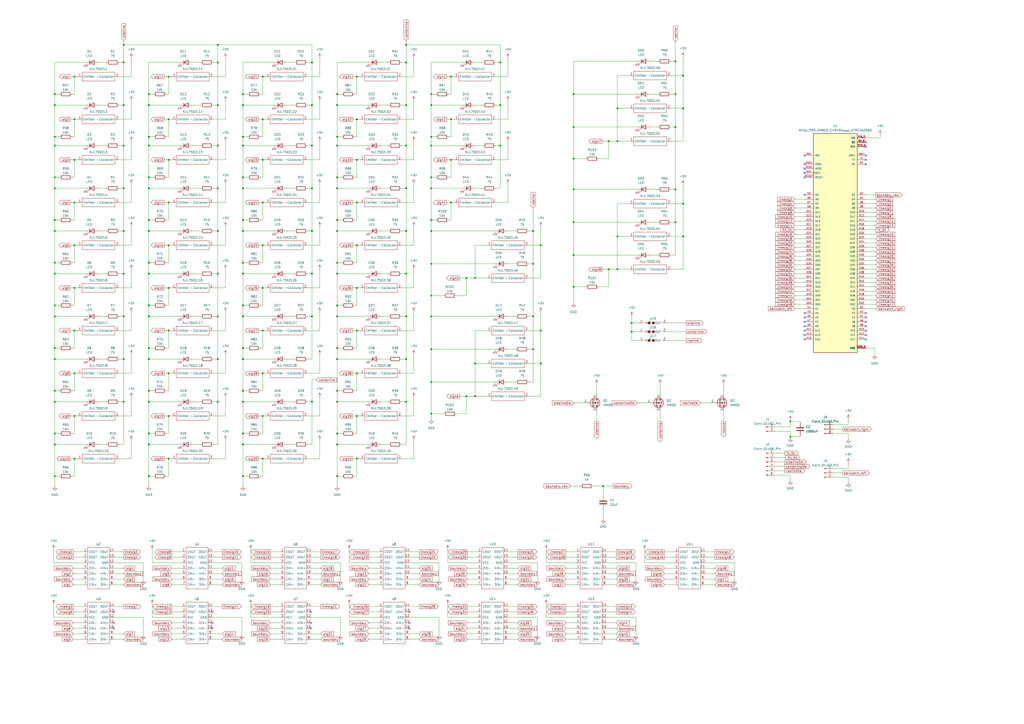
<source format=kicad_sch>
(kicad_sch (version 20230121) (generator eeschema)
  (paper "A2")
  (lib_symbols
    (symbol "Connector:Conn_01x02_Pin" (pin_names (offset 1.016) hide)
      (property "Reference" "J" (at 0 2.54 0))
      (property "Value" "Conn_01x02_Pin" (at 0 -5.08 0))
      (symbol "Conn_01x02_Pin_1_1"
        (pin passive line (at 5.08 0 180) (length 3.81) (name "Pin_1") (number "1"))
        (pin passive line (at 5.08 -2.54 180) (length 3.81) (name "Pin_2") (number "2"))
      )
    )
    (symbol "Connector:Conn_01x03_Pin" (pin_names (offset 1.016) hide)
      (property "Reference" "J" (at 0 5.08 0))
      (property "Value" "Conn_01x03_Pin" (at 0 -5.08 0))
      (symbol "Conn_01x03_Pin_1_1"
        (pin passive line (at 5.08 2.54 180) (length 3.81) (name "Pin_1") (number "1"))
        (pin passive line (at 5.08 0 180) (length 3.81) (name "Pin_2") (number "2"))
        (pin passive line (at 5.08 -2.54 180) (length 3.81) (name "Pin_3") (number "3"))
      )
    )
    (symbol "Connector:Conn_01x06_Pin" (pin_names (offset 1.016) hide)
      (property "Reference" "J" (at 0 7.62 0))
      (property "Value" "Conn_01x06_Pin" (at 0 -10.16 0))
      (symbol "Conn_01x06_Pin_1_1"
        (pin passive line (at 5.08 5.08 180) (length 3.81) (name "Pin_1") (number "1"))
        (pin passive line (at 5.08 2.54 180) (length 3.81) (name "Pin_2") (number "2"))
        (pin passive line (at 5.08 0 180) (length 3.81) (name "Pin_3") (number "3"))
        (pin passive line (at 5.08 -2.54 180) (length 3.81) (name "Pin_4") (number "4"))
        (pin passive line (at 5.08 -5.08 180) (length 3.81) (name "Pin_5") (number "5"))
        (pin passive line (at 5.08 -7.62 180) (length 3.81) (name "Pin_6") (number "6"))
      )
    )
    (symbol "Device:C" (pin_numbers hide) (pin_names (offset 0.254))
      (property "Reference" "C" (at 0.635 2.54 0))
      (property "Value" "C" (at 0.635 -2.54 0))
      (symbol "C_1_1"
        (pin passive line (at 0 3.81 270) (length 2.794) (name "~") (number "1"))
        (pin passive line (at 0 -3.81 90) (length 2.794) (name "~") (number "2"))
      )
    )
    (symbol "Device:LED" (pin_numbers hide) (pin_names (offset 1.016) hide)
      (property "Reference" "D" (at 0 2.54 0))
      (property "Value" "LED" (at 0 -2.54 0))
      (symbol "LED_1_1"
        (pin passive line (at -3.81 0 0) (length 2.54) (name "K") (number "1"))
        (pin passive line (at 3.81 0 180) (length 2.54) (name "A") (number "2"))
      )
    )
    (symbol "Device:R" (pin_numbers hide) (pin_names (offset 0))
      (property "Reference" "R" (at 2.032 0 90))
      (property "Value" "R" (at 0 0 90))
      (symbol "R_1_1"
        (pin passive line (at 0 3.81 270) (length 1.27) (name "~") (number "1"))
        (pin passive line (at 0 -3.81 90) (length 1.27) (name "~") (number "2"))
      )
    )
    (symbol "MEGA_PRO_EMBED_CH340G___ATMEGA2560:MEGA_PRO_EMBED_CH340G_{slash}_ATMEGA2560" (pin_names (offset 1.016))
      (property "Reference" "U" (at -12.7 63.5 0))
      (property "Value" "MEGA_PRO_EMBED_CH340G_{slash}_ATMEGA2560" (at -12.7 -66.04 0))
      (symbol "MEGA_PRO_EMBED_CH340G_{slash}_ATMEGA2560_0_0"
        (pin power_in line (at 17.78 55.88 180) (length 5.08) (name "3V3") (number "3V3_1"))
        (pin power_in line (at 17.78 55.88 180) (length 5.08) (name "3V3") (number "3V3_2"))
        (pin power_in line (at 17.78 58.42 180) (length 5.08) (name "5V") (number "5V_1"))
        (pin power_in line (at 17.78 58.42 180) (length 5.08) (name "5V") (number "5V_2"))
        (pin power_in line (at 17.78 58.42 180) (length 5.08) (name "5V") (number "5V_3"))
        (pin bidirectional line (at 17.78 -38.1 180) (length 5.08) (name "A0") (number "A0"))
        (pin bidirectional line (at -17.78 -38.1 0) (length 5.08) (name "A1") (number "A1"))
        (pin bidirectional line (at 17.78 -50.8 180) (length 5.08) (name "A10") (number "A10"))
        (pin bidirectional line (at -17.78 -50.8 0) (length 5.08) (name "A11") (number "A11"))
        (pin bidirectional line (at 17.78 -53.34 180) (length 5.08) (name "A12") (number "A12"))
        (pin bidirectional line (at -17.78 -53.34 0) (length 5.08) (name "A13") (number "A13"))
        (pin bidirectional line (at 17.78 -55.88 180) (length 5.08) (name "A14") (number "A14"))
        (pin bidirectional line (at -17.78 -55.88 0) (length 5.08) (name "A15") (number "A15"))
        (pin bidirectional line (at 17.78 -40.64 180) (length 5.08) (name "A2") (number "A2"))
        (pin bidirectional line (at -17.78 -40.64 0) (length 5.08) (name "A3") (number "A3"))
        (pin bidirectional line (at 17.78 -43.18 180) (length 5.08) (name "A4") (number "A4"))
        (pin bidirectional line (at -17.78 -43.18 0) (length 5.08) (name "A5") (number "A5"))
        (pin bidirectional line (at 17.78 -45.72 180) (length 5.08) (name "A6") (number "A6"))
        (pin bidirectional line (at -17.78 -45.72 0) (length 5.08) (name "A7") (number "A7"))
        (pin bidirectional line (at 17.78 -48.26 180) (length 5.08) (name "A8") (number "A8"))
        (pin bidirectional line (at -17.78 -48.26 0) (length 5.08) (name "A9") (number "A9"))
        (pin bidirectional line (at 17.78 50.8 180) (length 5.08) (name "AREF") (number "AREF"))
        (pin bidirectional line (at 17.78 17.78 180) (length 5.08) (name "D10") (number "D10"))
        (pin bidirectional line (at -17.78 17.78 0) (length 5.08) (name "D11") (number "D11"))
        (pin bidirectional line (at 17.78 15.24 180) (length 5.08) (name "D12") (number "D12"))
        (pin bidirectional line (at -17.78 15.24 0) (length 5.08) (name "D13") (number "D13"))
        (pin bidirectional line (at 17.78 12.7 180) (length 5.08) (name "D14") (number "D14"))
        (pin bidirectional line (at -17.78 12.7 0) (length 5.08) (name "D15") (number "D15"))
        (pin bidirectional line (at 17.78 10.16 180) (length 5.08) (name "D16") (number "D16"))
        (pin bidirectional line (at -17.78 10.16 0) (length 5.08) (name "D17") (number "D17"))
        (pin bidirectional line (at 17.78 7.62 180) (length 5.08) (name "D18") (number "D18"))
        (pin bidirectional line (at -17.78 7.62 0) (length 5.08) (name "D19") (number "D19"))
        (pin bidirectional line (at 17.78 27.94 180) (length 5.08) (name "D2") (number "D2"))
        (pin bidirectional line (at 17.78 5.08 180) (length 5.08) (name "D20") (number "D20"))
        (pin bidirectional line (at -17.78 5.08 0) (length 5.08) (name "D21") (number "D21"))
        (pin bidirectional line (at 17.78 2.54 180) (length 5.08) (name "D22") (number "D22"))
        (pin bidirectional line (at -17.78 2.54 0) (length 5.08) (name "D23") (number "D23"))
        (pin bidirectional line (at 17.78 0 180) (length 5.08) (name "D24") (number "D24"))
        (pin bidirectional line (at -17.78 0 0) (length 5.08) (name "D25") (number "D25"))
        (pin bidirectional line (at 17.78 -2.54 180) (length 5.08) (name "D26") (number "D26"))
        (pin bidirectional line (at -17.78 -2.54 0) (length 5.08) (name "D27") (number "D27"))
        (pin bidirectional line (at 17.78 -5.08 180) (length 5.08) (name "D28") (number "D28"))
        (pin bidirectional line (at -17.78 -5.08 0) (length 5.08) (name "D29") (number "D29"))
        (pin bidirectional line (at -17.78 27.94 0) (length 5.08) (name "D3") (number "D3"))
        (pin bidirectional line (at 17.78 -7.62 180) (length 5.08) (name "D30") (number "D30"))
        (pin bidirectional line (at -17.78 -7.62 0) (length 5.08) (name "D31") (number "D31"))
        (pin bidirectional line (at 17.78 -10.16 180) (length 5.08) (name "D32") (number "D32"))
        (pin bidirectional line (at -17.78 -10.16 0) (length 5.08) (name "D33") (number "D33"))
        (pin bidirectional line (at 17.78 -12.7 180) (length 5.08) (name "D34") (number "D34"))
        (pin bidirectional line (at -17.78 -12.7 0) (length 5.08) (name "D35") (number "D35"))
        (pin bidirectional line (at 17.78 -15.24 180) (length 5.08) (name "D36") (number "D36"))
        (pin bidirectional line (at -17.78 -15.24 0) (length 5.08) (name "D37") (number "D37"))
        (pin bidirectional line (at 17.78 -17.78 180) (length 5.08) (name "D38") (number "D38"))
        (pin bidirectional line (at -17.78 -17.78 0) (length 5.08) (name "D39") (number "D39"))
        (pin bidirectional line (at 17.78 25.4 180) (length 5.08) (name "D4") (number "D4"))
        (pin bidirectional line (at 17.78 -20.32 180) (length 5.08) (name "D40") (number "D40"))
        (pin bidirectional line (at -17.78 -20.32 0) (length 5.08) (name "D41") (number "D41"))
        (pin bidirectional line (at 17.78 -22.86 180) (length 5.08) (name "D42") (number "D42"))
        (pin bidirectional line (at -17.78 -22.86 0) (length 5.08) (name "D43") (number "D43"))
        (pin bidirectional line (at 17.78 -25.4 180) (length 5.08) (name "D44") (number "D44"))
        (pin bidirectional line (at -17.78 -25.4 0) (length 5.08) (name "D45") (number "D45"))
        (pin bidirectional line (at 17.78 -27.94 180) (length 5.08) (name "D46") (number "D46"))
        (pin bidirectional line (at -17.78 -27.94 0) (length 5.08) (name "D47") (number "D47"))
        (pin bidirectional line (at 17.78 -30.48 180) (length 5.08) (name "D48") (number "D48"))
        (pin bidirectional line (at -17.78 -30.48 0) (length 5.08) (name "D49") (number "D49"))
        (pin bidirectional line (at -17.78 25.4 0) (length 5.08) (name "D5") (number "D5"))
        (pin bidirectional line (at 17.78 -33.02 180) (length 5.08) (name "D50") (number "D50"))
        (pin bidirectional line (at -17.78 -33.02 0) (length 5.08) (name "D51") (number "D51"))
        (pin bidirectional line (at 17.78 -35.56 180) (length 5.08) (name "D52") (number "D52"))
        (pin bidirectional line (at -17.78 -35.56 0) (length 5.08) (name "D53") (number "D53"))
        (pin bidirectional line (at 17.78 22.86 180) (length 5.08) (name "D6") (number "D6"))
        (pin bidirectional line (at -17.78 22.86 0) (length 5.08) (name "D7") (number "D7"))
        (pin bidirectional line (at 17.78 20.32 180) (length 5.08) (name "D8") (number "D8"))
        (pin bidirectional line (at -17.78 20.32 0) (length 5.08) (name "D9") (number "D9"))
        (pin power_in line (at 17.78 -60.96 180) (length 5.08) (name "GND") (number "GND_1"))
        (pin power_in line (at 17.78 -60.96 180) (length 5.08) (name "GND") (number "GND_2"))
        (pin power_in line (at 17.78 -60.96 180) (length 5.08) (name "GND") (number "GND_3"))
        (pin bidirectional line (at -17.78 43.18 0) (length 5.08) (name "MISO") (number "MISO"))
        (pin bidirectional line (at -17.78 45.72 0) (length 5.08) (name "MOSI") (number "MOSI"))
        (pin input line (at -17.78 38.1 0) (length 5.08) (name "RESET") (number "RESET"))
        (pin input line (at -17.78 50.8 0) (length 5.08) (name "RST") (number "RST"))
        (pin input line (at 17.78 45.72 180) (length 5.08) (name "RX") (number "RX"))
        (pin bidirectional clock (at -17.78 40.64 0) (length 5.08) (name "SCK") (number "SCK"))
        (pin output line (at 17.78 48.26 180) (length 5.08) (name "TX") (number "TX"))
        (pin power_in line (at 17.78 60.96 180) (length 5.08) (name "VIN") (number "VIN_1"))
        (pin power_in line (at 17.78 60.96 180) (length 5.08) (name "VIN") (number "VIN_2"))
      )
    )
    (symbol "Simulation_SPICE:NMOS" (pin_numbers hide) (pin_names (offset 0))
      (property "Reference" "Q" (at 5.08 1.27 0))
      (property "Value" "NMOS" (at 5.08 -1.27 0))
      (symbol "NMOS_1_1"
        (pin passive line (at 2.54 5.08 270) (length 2.54) (name "D") (number "1"))
        (pin input line (at -5.08 0 0) (length 2.54) (name "G") (number "2"))
        (pin passive line (at 2.54 -5.08 90) (length 2.54) (name "S") (number "3"))
      )
    )
    (symbol "power:+5V" (power) (pin_names (offset 0))
      (property "Value" "+5V" (at 0 3.556 0))
      (symbol "+5V_1_1"
        (pin power_in line (at 0 0 90) (length 0) hide (name "+5V") (number "1"))
      )
    )
    (symbol "power:GND" (power) (pin_names (offset 0))
      (property "Value" "GND" (at 0 -3.81 0))
      (symbol "GND_1_1"
        (pin power_in line (at 0 0 270) (length 0) hide (name "GND") (number "1"))
      )
    )
    (symbol "sunpare2023:LM339"
      (property "Reference" "U" (at 0 0 0))
      (symbol "LM339_1_1"
        (pin passive line (at -8.89 -3.81 0) (length 2.54) (name "1OUT") (number "1"))
        (pin passive line (at 8.89 -16.51 180) (length 2.54) (name "4IN-") (number "10"))
        (pin passive line (at 8.89 -13.335 180) (length 2.54) (name "4IN+") (number "11"))
        (pin passive line (at 8.89 -10.16 180) (length 2.54) (name "GND") (number "12"))
        (pin passive line (at 8.89 -6.985 180) (length 2.54) (name "4OUT") (number "13"))
        (pin passive line (at 8.89 -3.81 180) (length 2.54) (name "3OUT") (number "14"))
        (pin passive line (at -8.89 -6.985 0) (length 2.54) (name "2OUT") (number "2"))
        (pin passive line (at -8.89 -10.16 0) (length 2.54) (name "VCC") (number "3"))
        (pin passive line (at -8.89 -13.335 0) (length 2.54) (name "2IN-") (number "4"))
        (pin passive line (at -8.89 -16.51 0) (length 2.54) (name "2IN+") (number "5"))
        (pin passive line (at -8.89 -19.685 0) (length 2.54) (name "1IN-") (number "6"))
        (pin passive line (at -8.89 -22.86 0) (length 2.54) (name "1IN+") (number "7"))
        (pin passive line (at 8.89 -22.86 180) (length 2.54) (name "3IN-") (number "8"))
        (pin passive line (at 8.89 -19.685 180) (length 2.54) (name "3IN+") (number "9"))
      )
    )
    (symbol "sunpare2023:NJL7502L"
      (property "Reference" "NJL7502L" (at 0 3.81 0))
      (symbol "NJL7502L_1_1"
        (pin passive line (at -11.43 0 0) (length 2.54) (name "Emitter") (number "1"))
        (pin passive line (at 12.7 0 180) (length 2.54) (name "Collector") (number "2"))
      )
    )
    (symbol "sunpare2023:pad"
      (property "Reference" "U" (at 0 2.032 0))
      (symbol "pad_1_1"
        (pin input line (at -6.985 0 0) (length 2.54) (name "IN") (number "1"))
        (pin output line (at 8.89 0 180) (length 2.54) (name "OUT") (number "2"))
      )
    )
  )
  (junction (at 31.75 60.96))
  (junction (at 195.58 60.96))
  (junction (at 458.47 253.365))
  (junction (at 140.97 152.4))
  (junction (at 309.245 183.515))
  (junction (at 43.18 216.535))
  (junction (at 126.365 208.28))
  (junction (at 71.755 208.28))
  (junction (at 250.19 60.96))
  (junction (at 235.585 36.195))
  (junction (at 71.755 233.045))
  (junction (at 140.97 54.61))
  (junction (at 140.97 84.455))
  (junction (at 140.97 109.22))
  (junction (at 195.58 127.635))
  (junction (at 353.06 156.21))
  (junction (at 332.74 54.61))
  (junction (at 86.36 152.4))
  (junction (at 250.19 183.515))
  (junction (at 43.18 69.215))
  (junction (at 207.01 241.3))
  (junction (at 290.195 36.195))
  (junction (at 86.36 183.515))
  (junction (at 86.36 79.375))
  (junction (at 195.58 257.81))
  (junction (at 71.755 60.96))
  (junction (at 391.795 128.905))
  (junction (at 195.58 79.375))
  (junction (at 86.36 54.61))
  (junction (at 195.58 276.225))
  (junction (at 261.62 92.71))
  (junction (at 71.755 109.22))
  (junction (at 250.19 240.03))
  (junction (at 43.18 191.77))
  (junction (at 152.4 167.005))
  (junction (at 140.97 201.93))
  (junction (at 195.58 54.61))
  (junction (at 396.24 62.865))
  (junction (at 195.58 84.455))
  (junction (at 152.4 44.45))
  (junction (at 235.585 183.515))
  (junction (at 126.365 133.985))
  (junction (at 86.36 102.87))
  (junction (at 97.79 167.005))
  (junction (at 235.585 109.22))
  (junction (at 195.58 251.46))
  (junction (at 31.75 133.985))
  (junction (at 332.74 128.905))
  (junction (at 97.79 92.71))
  (junction (at 71.755 84.455))
  (junction (at 235.585 233.045))
  (junction (at 31.75 276.225))
  (junction (at 207.01 69.215))
  (junction (at 366.395 187.325))
  (junction (at 207.01 142.24))
  (junction (at 250.19 102.87))
  (junction (at 195.58 109.22))
  (junction (at 86.36 109.22))
  (junction (at 207.01 92.71))
  (junction (at 152.4 241.3))
  (junction (at 207.01 117.475))
  (junction (at 195.58 226.695))
  (junction (at 250.19 127.635))
  (junction (at 195.58 208.28))
  (junction (at 71.755 26.035))
  (junction (at 275.59 161.29))
  (junction (at 207.01 191.77))
  (junction (at 140.97 127.635))
  (junction (at 180.975 84.455))
  (junction (at 86.36 84.455))
  (junction (at 235.585 133.985))
  (junction (at 97.79 266.065))
  (junction (at 140.97 251.46))
  (junction (at 235.585 84.455))
  (junction (at 126.365 84.455))
  (junction (at 140.97 102.87))
  (junction (at 140.97 183.515))
  (junction (at 152.4 191.77))
  (junction (at 180.975 36.195))
  (junction (at 358.14 156.21))
  (junction (at 86.36 276.225))
  (junction (at 250.19 54.61))
  (junction (at 71.755 158.75))
  (junction (at 290.195 84.455))
  (junction (at 309.245 133.985))
  (junction (at 235.585 158.75))
  (junction (at 43.18 92.71))
  (junction (at 97.79 69.215))
  (junction (at 180.975 109.22))
  (junction (at 458.47 244.475))
  (junction (at 43.18 44.45))
  (junction (at 86.36 208.28))
  (junction (at 86.36 177.165))
  (junction (at 250.19 221.615))
  (junction (at 140.97 233.045))
  (junction (at 180.975 233.045))
  (junction (at 86.36 201.93))
  (junction (at 391.795 54.61))
  (junction (at 275.59 229.87))
  (junction (at 152.4 142.24))
  (junction (at 332.74 166.37))
  (junction (at 71.755 133.985))
  (junction (at 195.58 233.045))
  (junction (at 391.795 73.66))
  (junction (at 366.395 192.405))
  (junction (at 126.365 60.96))
  (junction (at 235.585 60.96))
  (junction (at 71.755 36.195))
  (junction (at 31.75 226.695))
  (junction (at 195.58 177.165))
  (junction (at 309.245 202.565))
  (junction (at 235.585 26.035))
  (junction (at 270.51 161.29))
  (junction (at 140.97 226.695))
  (junction (at 140.97 208.28))
  (junction (at 31.75 109.22))
  (junction (at 396.24 118.11))
  (junction (at 207.01 266.065))
  (junction (at 250.19 109.22))
  (junction (at 332.74 109.855))
  (junction (at 250.19 171.45))
  (junction (at 43.18 241.3))
  (junction (at 31.75 127.635))
  (junction (at 180.975 158.75))
  (junction (at 152.4 266.065))
  (junction (at 86.36 127.635))
  (junction (at 86.36 233.045))
  (junction (at 152.4 216.535))
  (junction (at 250.19 84.455))
  (junction (at 97.79 44.45))
  (junction (at 195.58 152.4))
  (junction (at 261.62 117.475))
  (junction (at 31.75 152.4))
  (junction (at 309.245 153.035))
  (junction (at 126.365 26.035))
  (junction (at 31.75 177.165))
  (junction (at 250.19 79.375))
  (junction (at 313.69 191.77))
  (junction (at 140.97 60.96))
  (junction (at 332.74 147.955))
  (junction (at 261.62 69.215))
  (junction (at 313.69 142.24))
  (junction (at 97.79 142.24))
  (junction (at 97.79 191.77))
  (junction (at 195.58 201.93))
  (junction (at 140.97 276.225))
  (junction (at 207.01 216.535))
  (junction (at 86.36 60.96))
  (junction (at 349.885 281.94))
  (junction (at 97.79 216.535))
  (junction (at 195.58 102.87))
  (junction (at 180.975 60.96))
  (junction (at 275.59 210.82))
  (junction (at 31.75 233.045))
  (junction (at 86.36 257.81))
  (junction (at 31.75 84.455))
  (junction (at 152.4 117.475))
  (junction (at 195.58 133.985))
  (junction (at 235.585 208.28))
  (junction (at 31.75 257.81))
  (junction (at 71.755 183.515))
  (junction (at 396.24 137.16))
  (junction (at 250.19 133.985))
  (junction (at 97.79 117.475))
  (junction (at 31.75 251.46))
  (junction (at 396.24 43.815))
  (junction (at 126.365 183.515))
  (junction (at 332.74 73.66))
  (junction (at 290.195 60.96))
  (junction (at 31.75 102.87))
  (junction (at 195.58 183.515))
  (junction (at 31.75 183.515))
  (junction (at 43.18 117.475))
  (junction (at 126.365 109.22))
  (junction (at 358.14 137.16))
  (junction (at 207.01 167.005))
  (junction (at 313.69 210.82))
  (junction (at 391.795 109.855))
  (junction (at 86.36 226.695))
  (junction (at 250.19 153.035))
  (junction (at 31.75 158.75))
  (junction (at 152.4 92.71))
  (junction (at 97.79 241.3))
  (junction (at 261.62 44.45))
  (junction (at 86.36 133.985))
  (junction (at 43.18 142.24))
  (junction (at 180.975 183.515))
  (junction (at 43.18 167.005))
  (junction (at 86.36 251.46))
  (junction (at 358.14 62.865))
  (junction (at 140.97 79.375))
  (junction (at 140.97 158.75))
  (junction (at 180.975 133.985))
  (junction (at 86.36 158.75))
  (junction (at 140.97 257.81))
  (junction (at 353.06 81.915))
  (junction (at 31.75 201.93))
  (junction (at 126.365 233.045))
  (junction (at 140.97 177.165))
  (junction (at 140.97 133.985))
  (junction (at 250.19 202.565))
  (junction (at 31.75 54.61))
  (junction (at 195.58 158.75))
  (junction (at 207.01 44.45))
  (junction (at 332.74 92.075))
  (junction (at 270.51 229.87))
  (junction (at 31.75 79.375))
  (junction (at 358.14 81.915))
  (junction (at 126.365 36.195))
  (junction (at 152.4 69.215))
  (junction (at 31.75 208.28))
  (junction (at 126.365 158.75))
  (junction (at 391.795 35.56))
  (junction (at 43.18 266.065))
  (no_connect (at 502.285 85.09))
  (no_connect (at 466.725 102.87))
  (no_connect (at 180.34 364.49))
  (no_connect (at 502.285 92.71))
  (no_connect (at 466.725 113.03))
  (no_connect (at 180.34 361.315))
  (no_connect (at 66.04 364.49))
  (no_connect (at 502.285 90.17))
  (no_connect (at 466.725 186.69))
  (no_connect (at 237.49 364.49))
  (no_connect (at 237.49 354.965))
  (no_connect (at 123.19 364.49))
  (no_connect (at 466.725 194.31))
  (no_connect (at 502.285 181.61))
  (no_connect (at 466.725 95.25))
  (no_connect (at 502.285 196.85))
  (no_connect (at 502.285 194.31))
  (no_connect (at 466.725 181.61))
  (no_connect (at 502.285 189.23))
  (no_connect (at 502.285 191.77))
  (no_connect (at 466.725 184.15))
  (no_connect (at 66.04 361.315))
  (no_connect (at 466.725 189.23))
  (no_connect (at 502.285 184.15))
  (no_connect (at 466.725 196.85))
  (no_connect (at 502.285 82.55))
  (no_connect (at 237.49 361.315))
  (no_connect (at 466.725 97.79))
  (no_connect (at 66.04 354.965))
  (no_connect (at 123.19 361.315))
  (no_connect (at 466.725 100.33))
  (no_connect (at 466.725 90.17))
  (no_connect (at 123.19 354.965))
  (no_connect (at 502.285 95.25))
  (no_connect (at 466.725 191.77))
  (no_connect (at 502.285 186.69))
  (no_connect (at 180.34 354.965))
  (wire (pts (xy 449.58 247.65) (xy 458.47 247.65)))
  (wire (pts (xy 69.215 183.515) (xy 71.755 183.515)))
  (wire (pts (xy 130.81 205.74) (xy 130.81 216.535)))
  (wire (pts (xy 502.285 168.91) (xy 508 168.91)))
  (wire (pts (xy 180.34 332.74) (xy 186.055 332.74)))
  (wire (pts (xy 332.74 166.37) (xy 332.74 175.895)))
  (wire (pts (xy 294.64 81.915) (xy 294.64 92.71)))
  (wire (pts (xy 126.365 109.22) (xy 126.365 133.985)))
  (wire (pts (xy 40.64 241.3) (xy 43.18 241.3)))
  (wire (pts (xy 69.215 109.22) (xy 71.755 109.22)))
  (wire (pts (xy 86.36 127.635) (xy 88.9 127.635)))
  (wire (pts (xy 149.86 117.475) (xy 152.4 117.475)))
  (wire (pts (xy 195.58 201.93) (xy 198.12 201.93)))
  (wire (pts (xy 466.725 125.73) (xy 461.01 125.73)))
  (wire (pts (xy 220.98 233.045) (xy 225.425 233.045)))
  (wire (pts (xy 261.62 117.475) (xy 263.525 117.475)))
  (wire (pts (xy 254.635 326.39) (xy 254.635 336.55)))
  (wire (pts (xy 66.04 370.84) (xy 71.755 370.84)))
  (wire (pts (xy 306.705 183.515) (xy 309.245 183.515)))
  (wire (pts (xy 57.15 257.81) (xy 61.595 257.81)))
  (wire (pts (xy 95.25 142.24) (xy 97.79 142.24)))
  (wire (pts (xy 220.98 60.96) (xy 225.425 60.96)))
  (wire (pts (xy 466.725 176.53) (xy 461.01 176.53)))
  (wire (pts (xy 152.4 44.45) (xy 152.4 54.61)))
  (wire (pts (xy 358.14 118.11) (xy 365.125 118.11)))
  (wire (pts (xy 207.01 167.005) (xy 207.01 177.165)))
  (wire (pts (xy 261.62 69.215) (xy 263.525 69.215)))
  (wire (pts (xy 195.58 177.165) (xy 195.58 183.515)))
  (wire (pts (xy 205.74 79.375) (xy 207.01 79.375)))
  (wire (pts (xy 220.98 208.28) (xy 225.425 208.28)))
  (wire (pts (xy 83.185 358.14) (xy 83.185 368.3)))
  (wire (pts (xy 483.235 271.78) (xy 492.125 271.78)))
  (wire (pts (xy 492.125 251.46) (xy 492.125 254.635)))
  (wire (pts (xy 219.71 339.09) (xy 213.995 339.09)))
  (wire (pts (xy 349.885 295.275) (xy 349.885 300.99)))
  (wire (pts (xy 250.19 240.03) (xy 250.19 243.205)))
  (wire (pts (xy 396.24 137.16) (xy 396.24 156.21)))
  (wire (pts (xy 86.36 183.515) (xy 86.36 201.93)))
  (wire (pts (xy 31.75 177.165) (xy 34.29 177.165)))
  (wire (pts (xy 86.36 60.96) (xy 86.36 79.375)))
  (wire (pts (xy 250.19 133.985) (xy 250.19 153.035)))
  (wire (pts (xy 178.435 133.985) (xy 180.975 133.985)))
  (wire (pts (xy 180.34 329.565) (xy 186.055 329.565)))
  (wire (pts (xy 391.795 24.13) (xy 391.795 35.56)))
  (wire (pts (xy 152.4 191.77) (xy 152.4 201.93)))
  (wire (pts (xy 180.975 220.345) (xy 180.975 233.045)))
  (wire (pts (xy 250.19 183.515) (xy 287.02 183.515)))
  (wire (pts (xy 408.94 326.39) (xy 426.085 326.39)))
  (wire (pts (xy 195.58 251.46) (xy 198.12 251.46)))
  (wire (pts (xy 377.19 128.905) (xy 381.635 128.905)))
  (wire (pts (xy 391.795 109.855) (xy 391.795 128.905)))
  (wire (pts (xy 351.79 320.04) (xy 357.505 320.04)))
  (wire (pts (xy 97.79 117.475) (xy 99.695 117.475)))
  (wire (pts (xy 195.58 102.87) (xy 195.58 109.22)))
  (wire (pts (xy 502.285 135.89) (xy 508 135.89)))
  (wire (pts (xy 205.74 127.635) (xy 207.01 127.635)))
  (wire (pts (xy 97.79 241.3) (xy 99.695 241.3)))
  (wire (pts (xy 219.71 367.665) (xy 213.995 367.665)))
  (wire (pts (xy 311.785 326.39) (xy 311.785 336.55)))
  (wire (pts (xy 219.71 361.315) (xy 213.995 361.315)))
  (wire (pts (xy 195.58 257.81) (xy 195.58 276.225)))
  (wire (pts (xy 43.18 69.215) (xy 45.085 69.215)))
  (wire (pts (xy 123.825 60.96) (xy 126.365 60.96)))
  (wire (pts (xy 140.97 79.375) (xy 143.51 79.375)))
  (wire (pts (xy 66.04 332.74) (xy 71.755 332.74)))
  (wire (pts (xy 166.37 84.455) (xy 170.815 84.455)))
  (wire (pts (xy 466.725 118.11) (xy 461.01 118.11)))
  (wire (pts (xy 152.4 92.71) (xy 152.4 102.87)))
  (wire (pts (xy 86.36 54.61) (xy 86.36 60.96)))
  (wire (pts (xy 204.47 142.24) (xy 207.01 142.24)))
  (wire (pts (xy 250.19 127.635) (xy 250.19 133.985)))
  (wire (pts (xy 332.74 166.37) (xy 339.725 166.37)))
  (wire (pts (xy 294.64 320.04) (xy 300.355 320.04)))
  (wire (pts (xy 346.075 244.475) (xy 346.075 238.76)))
  (wire (pts (xy 66.04 339.09) (xy 71.755 339.09)))
  (wire (pts (xy 86.36 226.695) (xy 86.36 233.045)))
  (wire (pts (xy 49.53 133.985) (xy 31.75 133.985)))
  (wire (pts (xy 48.26 370.84) (xy 42.545 370.84)))
  (wire (pts (xy 48.26 323.215) (xy 42.545 323.215)))
  (wire (pts (xy 267.97 109.22) (xy 250.19 109.22)))
  (wire (pts (xy 105.41 339.09) (xy 99.695 339.09)))
  (wire (pts (xy 57.15 84.455) (xy 61.595 84.455)))
  (wire (pts (xy 396.24 33.02) (xy 396.24 43.815)))
  (wire (pts (xy 250.19 183.515) (xy 250.19 202.565)))
  (wire (pts (xy 334.01 358.14) (xy 316.865 358.14)))
  (wire (pts (xy 213.36 133.985) (xy 195.58 133.985)))
  (wire (pts (xy 366.395 187.325) (xy 370.84 187.325)))
  (wire (pts (xy 41.91 54.61) (xy 43.18 54.61)))
  (wire (pts (xy 204.47 167.005) (xy 207.01 167.005)))
  (wire (pts (xy 458.47 244.475) (xy 458.47 247.65)))
  (wire (pts (xy 69.215 208.28) (xy 71.755 208.28)))
  (wire (pts (xy 86.36 201.93) (xy 86.36 208.28)))
  (wire (pts (xy 86.36 79.375) (xy 86.36 84.455)))
  (wire (pts (xy 266.7 229.87) (xy 270.51 229.87)))
  (wire (pts (xy 275.59 161.29) (xy 282.575 161.29)))
  (wire (pts (xy 261.62 44.45) (xy 261.62 54.61)))
  (wire (pts (xy 31.75 127.635) (xy 31.75 133.985)))
  (wire (pts (xy 466.725 163.83) (xy 461.01 163.83)))
  (wire (pts (xy 86.36 152.4) (xy 88.9 152.4)))
  (wire (pts (xy 97.79 216.535) (xy 97.79 226.695)))
  (wire (pts (xy 31.75 102.87) (xy 34.29 102.87)))
  (wire (pts (xy 95.25 44.45) (xy 97.79 44.45)))
  (wire (pts (xy 123.825 183.515) (xy 126.365 183.515)))
  (wire (pts (xy 162.56 370.84) (xy 156.845 370.84)))
  (wire (pts (xy 195.58 226.695) (xy 198.12 226.695)))
  (wire (pts (xy 353.06 156.21) (xy 358.14 156.21)))
  (wire (pts (xy 152.4 266.065) (xy 154.305 266.065)))
  (wire (pts (xy 306.705 133.985) (xy 309.245 133.985)))
  (wire (pts (xy 233.045 60.96) (xy 235.585 60.96)))
  (wire (pts (xy 358.14 43.815) (xy 358.14 62.865)))
  (wire (pts (xy 41.91 177.165) (xy 43.18 177.165)))
  (wire (pts (xy 152.4 92.71) (xy 154.305 92.71)))
  (wire (pts (xy 162.56 358.14) (xy 145.415 358.14)))
  (wire (pts (xy 275.59 60.96) (xy 280.035 60.96)))
  (wire (pts (xy 69.215 191.77) (xy 76.2 191.77)))
  (wire (pts (xy 396.24 43.815) (xy 396.24 62.865)))
  (wire (pts (xy 332.74 73.66) (xy 332.74 92.075)))
  (wire (pts (xy 162.56 351.79) (xy 156.845 351.79)))
  (wire (pts (xy 166.37 233.045) (xy 170.815 233.045)))
  (wire (pts (xy 502.285 156.21) (xy 508 156.21)))
  (wire (pts (xy 466.725 161.29) (xy 461.01 161.29)))
  (wire (pts (xy 294.64 367.665) (xy 300.355 367.665)))
  (wire (pts (xy 483.235 251.46) (xy 492.125 251.46)))
  (wire (pts (xy 49.53 84.455) (xy 31.75 84.455)))
  (wire (pts (xy 195.58 208.28) (xy 195.58 226.695)))
  (wire (pts (xy 126.365 36.195) (xy 126.365 60.96)))
  (wire (pts (xy 240.03 58.42) (xy 240.03 69.215)))
  (wire (pts (xy 207.01 117.475) (xy 208.915 117.475)))
  (wire (pts (xy 334.01 320.04) (xy 328.295 320.04)))
  (wire (pts (xy 389.255 109.855) (xy 391.795 109.855)))
  (wire (pts (xy 31.75 79.375) (xy 31.75 84.455)))
  (wire (pts (xy 204.47 266.065) (xy 207.01 266.065)))
  (wire (pts (xy 204.47 69.215) (xy 207.01 69.215)))
  (wire (pts (xy 105.41 367.665) (xy 99.695 367.665)))
  (wire (pts (xy 195.58 36.195) (xy 195.58 54.61)))
  (wire (pts (xy 71.755 183.515) (xy 71.755 208.28)))
  (wire (pts (xy 180.975 233.045) (xy 180.975 257.81)))
  (wire (pts (xy 502.285 146.05) (xy 508 146.05)))
  (wire (pts (xy 76.2 255.27) (xy 76.2 266.065)))
  (wire (pts (xy 235.585 36.195) (xy 235.585 60.96)))
  (wire (pts (xy 195.58 226.695) (xy 195.58 233.045)))
  (wire (pts (xy 96.52 79.375) (xy 97.79 79.375)))
  (wire (pts (xy 197.485 358.14) (xy 197.485 368.3)))
  (wire (pts (xy 86.36 158.75) (xy 86.36 177.165)))
  (wire (pts (xy 250.19 36.195) (xy 250.19 54.61)))
  (wire (pts (xy 152.4 142.24) (xy 154.305 142.24)))
  (wire (pts (xy 140.97 257.81) (xy 140.97 276.225)))
  (wire (pts (xy 250.19 240.03) (xy 257.175 240.03)))
  (wire (pts (xy 233.045 241.3) (xy 240.03 241.3)))
  (wire (pts (xy 95.25 241.3) (xy 97.79 241.3)))
  (wire (pts (xy 69.215 216.535) (xy 76.2 216.535)))
  (wire (pts (xy 41.91 127.635) (xy 43.18 127.635)))
  (wire (pts (xy 86.36 233.045) (xy 86.36 251.46)))
  (wire (pts (xy 71.755 23.495) (xy 71.755 26.035)))
  (wire (pts (xy 123.19 335.915) (xy 128.905 335.915)))
  (wire (pts (xy 502.285 138.43) (xy 508 138.43)))
  (wire (pts (xy 306.705 202.565) (xy 309.245 202.565)))
  (wire (pts (xy 104.14 208.28) (xy 86.36 208.28)))
  (wire (pts (xy 389.255 118.11) (xy 396.24 118.11)))
  (wire (pts (xy 162.56 326.39) (xy 145.415 326.39)))
  (wire (pts (xy 57.15 109.22) (xy 61.595 109.22)))
  (wire (pts (xy 195.58 102.87) (xy 198.12 102.87)))
  (wire (pts (xy 377.19 109.855) (xy 381.635 109.855)))
  (wire (pts (xy 162.56 339.09) (xy 156.845 339.09)))
  (wire (pts (xy 123.825 117.475) (xy 130.81 117.475)))
  (wire (pts (xy 276.86 361.315) (xy 271.145 361.315)))
  (wire (pts (xy 49.53 36.195) (xy 31.75 36.195)))
  (wire (pts (xy 219.71 351.79) (xy 213.995 351.79)))
  (wire (pts (xy 466.725 166.37) (xy 461.01 166.37)))
  (wire (pts (xy 276.86 358.14) (xy 259.715 358.14)))
  (wire (pts (xy 123.19 339.09) (xy 128.905 339.09)))
  (wire (pts (xy 86.36 79.375) (xy 88.9 79.375)))
  (wire (pts (xy 290.195 109.22) (xy 290.195 84.455)))
  (wire (pts (xy 313.69 210.82) (xy 313.69 229.87)))
  (wire (pts (xy 389.255 35.56) (xy 391.795 35.56)))
  (wire (pts (xy 76.2 156.21) (xy 76.2 167.005)))
  (wire (pts (xy 76.2 205.74) (xy 76.2 216.535)))
  (wire (pts (xy 250.19 102.87) (xy 250.19 109.22)))
  (wire (pts (xy 71.755 26.035) (xy 126.365 26.035)))
  (wire (pts (xy 152.4 241.3) (xy 152.4 251.46)))
  (wire (pts (xy 275.59 210.82) (xy 282.575 210.82)))
  (wire (pts (xy 449.58 275.59) (xy 458.47 275.59)))
  (wire (pts (xy 105.41 332.74) (xy 99.695 332.74)))
  (wire (pts (xy 69.215 92.71) (xy 76.2 92.71)))
  (wire (pts (xy 178.435 84.455) (xy 180.975 84.455)))
  (wire (pts (xy 145.415 350.52) (xy 145.415 358.14)))
  (wire (pts (xy 309.245 153.035) (xy 309.245 183.515)))
  (wire (pts (xy 313.69 180.975) (xy 313.69 191.77)))
  (wire (pts (xy 195.58 276.225) (xy 195.58 281.94)))
  (wire (pts (xy 152.4 216.535) (xy 154.305 216.535)))
  (wire (pts (xy 351.79 332.74) (xy 357.505 332.74)))
  (wire (pts (xy 31.115 318.77) (xy 31.115 326.39)))
  (wire (pts (xy 332.74 35.56) (xy 369.57 35.56)))
  (wire (pts (xy 130.81 33.655) (xy 130.81 44.45)))
  (wire (pts (xy 31.75 109.22) (xy 31.75 127.635)))
  (wire (pts (xy 104.14 158.75) (xy 86.36 158.75)))
  (wire (pts (xy 66.04 326.39) (xy 83.185 326.39)))
  (wire (pts (xy 149.86 266.065) (xy 152.4 266.065)))
  (wire (pts (xy 502.285 143.51) (xy 508 143.51)))
  (wire (pts (xy 287.655 69.215) (xy 294.64 69.215)))
  (wire (pts (xy 31.75 133.985) (xy 31.75 152.4)))
  (wire (pts (xy 31.75 102.87) (xy 31.75 109.22)))
  (wire (pts (xy 48.26 364.49) (xy 42.545 364.49)))
  (wire (pts (xy 306.705 210.82) (xy 313.69 210.82)))
  (wire (pts (xy 458.47 253.365) (xy 458.47 254)))
  (wire (pts (xy 140.97 109.22) (xy 140.97 127.635)))
  (wire (pts (xy 233.045 117.475) (xy 240.03 117.475)))
  (wire (pts (xy 140.97 276.225) (xy 143.51 276.225)))
  (wire (pts (xy 464.185 253.365) (xy 464.185 252.73)))
  (wire (pts (xy 235.585 109.22) (xy 235.585 133.985)))
  (wire (pts (xy 250.19 153.035) (xy 287.02 153.035)))
  (wire (pts (xy 219.71 323.215) (xy 213.995 323.215)))
  (wire (pts (xy 235.585 257.81) (xy 233.045 257.81)))
  (wire (pts (xy 71.755 60.96) (xy 71.755 84.455)))
  (wire (pts (xy 213.36 208.28) (xy 195.58 208.28)))
  (wire (pts (xy 237.49 351.79) (xy 243.205 351.79)))
  (wire (pts (xy 294.64 221.615) (xy 299.085 221.615)))
  (wire (pts (xy 48.26 354.965) (xy 42.545 354.965)))
  (wire (pts (xy 483.235 274.32) (xy 488.95 274.32)))
  (wire (pts (xy 48.26 326.39) (xy 31.115 326.39)))
  (wire (pts (xy 66.04 335.915) (xy 71.755 335.915)))
  (wire (pts (xy 466.725 173.99) (xy 461.01 173.99)))
  (wire (pts (xy 220.98 84.455) (xy 225.425 84.455)))
  (wire (pts (xy 458.47 253.365) (xy 464.185 253.365)))
  (wire (pts (xy 207.01 142.24) (xy 208.915 142.24)))
  (wire (pts (xy 275.59 191.77) (xy 275.59 210.82)))
  (wire (pts (xy 195.58 183.515) (xy 195.58 201.93)))
  (wire (pts (xy 276.86 367.665) (xy 271.145 367.665)))
  (wire (pts (xy 97.79 167.005) (xy 97.79 177.165)))
  (wire (pts (xy 123.19 370.84) (xy 128.905 370.84)))
  (wire (pts (xy 151.13 152.4) (xy 152.4 152.4)))
  (wire (pts (xy 294.64 335.915) (xy 300.355 335.915)))
  (wire (pts (xy 123.19 367.665) (xy 128.905 367.665)))
  (wire (pts (xy 158.75 109.22) (xy 140.97 109.22)))
  (wire (pts (xy 449.58 270.51) (xy 455.295 270.51)))
  (wire (pts (xy 140.97 276.225) (xy 140.97 281.94)))
  (wire (pts (xy 204.47 44.45) (xy 207.01 44.45)))
  (wire (pts (xy 334.01 332.74) (xy 328.295 332.74)))
  (wire (pts (xy 97.79 241.3) (xy 97.79 251.46)))
  (wire (pts (xy 31.75 152.4) (xy 31.75 158.75)))
  (wire (pts (xy 195.58 54.61) (xy 198.12 54.61)))
  (wire (pts (xy 178.435 183.515) (xy 180.975 183.515)))
  (wire (pts (xy 205.74 276.225) (xy 207.01 276.225)))
  (wire (pts (xy 235.585 60.96) (xy 235.585 84.455)))
  (wire (pts (xy 43.18 266.065) (xy 43.18 276.225)))
  (wire (pts (xy 185.42 33.655) (xy 185.42 44.45)))
  (wire (pts (xy 123.19 326.39) (xy 140.335 326.39)))
  (wire (pts (xy 205.74 152.4) (xy 207.01 152.4)))
  (wire (pts (xy 158.75 208.28) (xy 140.97 208.28)))
  (wire (pts (xy 152.4 69.215) (xy 152.4 79.375)))
  (wire (pts (xy 151.13 251.46) (xy 152.4 251.46)))
  (wire (pts (xy 123.19 358.14) (xy 140.335 358.14)))
  (wire (pts (xy 86.36 54.61) (xy 88.9 54.61)))
  (wire (pts (xy 207.01 117.475) (xy 207.01 127.635)))
  (wire (pts (xy 250.19 202.565) (xy 250.19 221.615)))
  (wire (pts (xy 151.13 127.635) (xy 152.4 127.635)))
  (wire (pts (xy 207.01 191.77) (xy 208.915 191.77)))
  (wire (pts (xy 235.585 26.035) (xy 290.195 26.035)))
  (wire (pts (xy 66.04 358.14) (xy 83.185 358.14)))
  (wire (pts (xy 391.16 320.04) (xy 385.445 320.04)))
  (wire (pts (xy 49.53 158.75) (xy 31.75 158.75)))
  (wire (pts (xy 71.755 36.195) (xy 71.755 60.96)))
  (wire (pts (xy 235.585 158.75) (xy 235.585 183.515)))
  (wire (pts (xy 466.725 158.75) (xy 461.01 158.75)))
  (wire (pts (xy 43.18 216.535) (xy 45.085 216.535)))
  (wire (pts (xy 178.435 233.045) (xy 180.975 233.045)))
  (wire (pts (xy 351.79 361.315) (xy 357.505 361.315)))
  (wire (pts (xy 151.13 276.225) (xy 152.4 276.225)))
  (wire (pts (xy 240.03 33.655) (xy 240.03 44.45)))
  (wire (pts (xy 502.285 118.11) (xy 508 118.11)))
  (wire (pts (xy 502.285 176.53) (xy 508 176.53)))
  (wire (pts (xy 351.79 358.14) (xy 368.935 358.14)))
  (wire (pts (xy 207.01 266.065) (xy 207.01 276.225)))
  (wire (pts (xy 162.56 361.315) (xy 156.845 361.315)))
  (wire (pts (xy 358.14 43.815) (xy 365.125 43.815)))
  (wire (pts (xy 180.34 326.39) (xy 197.485 326.39)))
  (wire (pts (xy 502.285 133.35) (xy 508 133.35)))
  (wire (pts (xy 250.19 171.45) (xy 250.19 183.515)))
  (wire (pts (xy 270.51 161.29) (xy 275.59 161.29)))
  (wire (pts (xy 95.25 92.71) (xy 97.79 92.71)))
  (wire (pts (xy 334.01 364.49) (xy 328.295 364.49)))
  (wire (pts (xy 235.585 208.28) (xy 235.585 233.045)))
  (wire (pts (xy 306.705 142.24) (xy 313.69 142.24)))
  (wire (pts (xy 86.36 251.46) (xy 88.9 251.46)))
  (wire (pts (xy 220.98 257.81) (xy 225.425 257.81)))
  (wire (pts (xy 391.16 323.215) (xy 385.445 323.215)))
  (wire (pts (xy 386.715 192.405) (xy 398.145 192.405)))
  (wire (pts (xy 207.01 216.535) (xy 208.915 216.535)))
  (wire (pts (xy 311.785 358.14) (xy 311.785 368.3)))
  (wire (pts (xy 458.47 275.59) (xy 458.47 278.765)))
  (wire (pts (xy 140.97 177.165) (xy 140.97 183.515)))
  (wire (pts (xy 43.18 117.475) (xy 43.18 127.635)))
  (wire (pts (xy 233.045 133.985) (xy 235.585 133.985)))
  (wire (pts (xy 204.47 241.3) (xy 207.01 241.3)))
  (wire (pts (xy 152.4 142.24) (xy 152.4 152.4)))
  (wire (pts (xy 294.64 339.09) (xy 300.355 339.09)))
  (wire (pts (xy 389.255 54.61) (xy 391.795 54.61)))
  (wire (pts (xy 31.75 257.81) (xy 31.75 276.225)))
  (wire (pts (xy 49.53 60.96) (xy 31.75 60.96)))
  (wire (pts (xy 140.97 152.4) (xy 140.97 158.75)))
  (wire (pts (xy 502.285 130.81) (xy 508 130.81)))
  (wire (pts (xy 207.01 191.77) (xy 207.01 201.93)))
  (wire (pts (xy 31.75 158.75) (xy 31.75 177.165)))
  (wire (pts (xy 276.86 351.79) (xy 271.145 351.79)))
  (wire (pts (xy 83.185 326.39) (xy 83.185 336.55)))
  (wire (pts (xy 233.045 69.215) (xy 240.03 69.215)))
  (wire (pts (xy 219.71 335.915) (xy 213.995 335.915)))
  (wire (pts (xy 140.97 127.635) (xy 140.97 133.985)))
  (wire (pts (xy 466.725 128.27) (xy 461.01 128.27)))
  (wire (pts (xy 466.725 135.89) (xy 461.01 135.89)))
  (wire (pts (xy 57.15 233.045) (xy 61.595 233.045)))
  (wire (pts (xy 71.755 158.75) (xy 71.755 183.515)))
  (wire (pts (xy 123.19 351.79) (xy 128.905 351.79)))
  (wire (pts (xy 353.06 81.915) (xy 353.06 92.075)))
  (wire (pts (xy 48.26 332.74) (xy 42.545 332.74)))
  (wire (pts (xy 95.25 167.005) (xy 97.79 167.005)))
  (wire (pts (xy 195.58 127.635) (xy 195.58 133.985)))
  (wire (pts (xy 178.435 158.75) (xy 180.975 158.75)))
  (wire (pts (xy 130.81 255.27) (xy 130.81 266.065)))
  (wire (pts (xy 96.52 276.225) (xy 97.79 276.225)))
  (wire (pts (xy 287.655 60.96) (xy 290.195 60.96)))
  (wire (pts (xy 294.64 33.655) (xy 294.64 44.45)))
  (wire (pts (xy 466.725 123.19) (xy 461.01 123.19)))
  (wire (pts (xy 86.36 102.87) (xy 88.9 102.87)))
  (wire (pts (xy 43.18 92.71) (xy 45.085 92.71)))
  (wire (pts (xy 237.49 358.14) (xy 254.635 358.14)))
  (wire (pts (xy 408.94 323.215) (xy 414.655 323.215)))
  (wire (pts (xy 334.01 329.565) (xy 328.295 329.565)))
  (wire (pts (xy 166.37 133.985) (xy 170.815 133.985)))
  (wire (pts (xy 275.59 142.24) (xy 275.59 161.29)))
  (wire (pts (xy 195.58 201.93) (xy 195.58 208.28)))
  (wire (pts (xy 149.86 44.45) (xy 152.4 44.45)))
  (wire (pts (xy 219.71 370.84) (xy 213.995 370.84)))
  (wire (pts (xy 105.41 361.315) (xy 99.695 361.315)))
  (wire (pts (xy 233.045 167.005) (xy 240.03 167.005)))
  (wire (pts (xy 466.725 133.35) (xy 461.01 133.35)))
  (wire (pts (xy 349.25 81.915) (xy 353.06 81.915)))
  (wire (pts (xy 276.86 332.74) (xy 271.145 332.74)))
  (wire (pts (xy 123.825 167.005) (xy 130.81 167.005)))
  (wire (pts (xy 126.365 183.515) (xy 126.365 208.28)))
  (wire (pts (xy 195.58 127.635) (xy 198.12 127.635)))
  (wire (pts (xy 294.64 332.74) (xy 300.355 332.74)))
  (wire (pts (xy 111.76 109.22) (xy 116.205 109.22)))
  (wire (pts (xy 235.585 183.515) (xy 235.585 208.28)))
  (wire (pts (xy 332.74 54.61) (xy 332.74 73.66)))
  (wire (pts (xy 205.74 102.87) (xy 207.01 102.87)))
  (wire (pts (xy 294.64 351.79) (xy 300.355 351.79)))
  (wire (pts (xy 466.725 168.91) (xy 461.01 168.91)))
  (wire (pts (xy 336.55 281.94) (xy 330.835 281.94)))
  (wire (pts (xy 377.19 54.61) (xy 381.635 54.61)))
  (wire (pts (xy 97.79 92.71) (xy 99.695 92.71)))
  (wire (pts (xy 389.255 62.865) (xy 396.24 62.865)))
  (wire (pts (xy 178.435 142.24) (xy 185.42 142.24)))
  (wire (pts (xy 69.215 158.75) (xy 71.755 158.75)))
  (wire (pts (xy 48.26 361.315) (xy 42.545 361.315)))
  (wire (pts (xy 162.56 354.965) (xy 156.845 354.965)))
  (wire (pts (xy 130.81 81.915) (xy 130.81 92.71)))
  (wire (pts (xy 140.97 251.46) (xy 143.51 251.46)))
  (wire (pts (xy 69.215 36.195) (xy 71.755 36.195)))
  (wire (pts (xy 195.58 233.045) (xy 195.58 251.46)))
  (wire (pts (xy 351.79 339.09) (xy 357.505 339.09)))
  (wire (pts (xy 250.19 109.22) (xy 250.19 127.635)))
  (wire (pts (xy 66.04 329.565) (xy 71.755 329.565)))
  (wire (pts (xy 57.15 208.28) (xy 61.595 208.28)))
  (wire (pts (xy 235.585 26.035) (xy 235.585 36.195)))
  (wire (pts (xy 261.62 69.215) (xy 261.62 79.375)))
  (wire (pts (xy 502.285 115.57) (xy 508 115.57)))
  (wire (pts (xy 31.75 127.635) (xy 34.29 127.635)))
  (wire (pts (xy 220.98 109.22) (xy 225.425 109.22)))
  (wire (pts (xy 458.47 243.84) (xy 458.47 244.475)))
  (wire (pts (xy 207.01 142.24) (xy 207.01 152.4)))
  (wire (pts (xy 408.94 329.565) (xy 414.655 329.565)))
  (wire (pts (xy 166.37 257.81) (xy 170.815 257.81)))
  (wire (pts (xy 294.64 361.315) (xy 300.355 361.315)))
  (wire (pts (xy 389.255 43.815) (xy 396.24 43.815)))
  (wire (pts (xy 466.725 130.81) (xy 461.01 130.81)))
  (wire (pts (xy 507.365 201.93) (xy 507.365 205.74)))
  (wire (pts (xy 43.18 241.3) (xy 43.18 251.46)))
  (wire (pts (xy 185.42 58.42) (xy 185.42 69.215)))
  (wire (pts (xy 96.52 54.61) (xy 97.79 54.61)))
  (wire (pts (xy 162.56 364.49) (xy 156.845 364.49)))
  (wire (pts (xy 466.725 156.21) (xy 461.01 156.21)))
  (wire (pts (xy 386.715 187.325) (xy 398.145 187.325)))
  (wire (pts (xy 95.25 266.065) (xy 97.79 266.065)))
  (wire (pts (xy 202.565 350.52) (xy 202.565 358.14)))
  (wire (pts (xy 69.215 133.985) (xy 71.755 133.985)))
  (wire (pts (xy 332.74 147.955) (xy 332.74 166.37)))
  (wire (pts (xy 140.97 79.375) (xy 140.97 84.455)))
  (wire (pts (xy 97.79 191.77) (xy 97.79 201.93)))
  (wire (pts (xy 86.36 102.87) (xy 86.36 109.22)))
  (wire (pts (xy 158.75 233.045) (xy 140.97 233.045)))
  (wire (pts (xy 86.36 36.195) (xy 86.36 54.61)))
  (wire (pts (xy 233.045 191.77) (xy 240.03 191.77)))
  (wire (pts (xy 313.69 142.24) (xy 313.69 161.29)))
  (wire (pts (xy 220.98 36.195) (xy 225.425 36.195)))
  (wire (pts (xy 355.6 281.94) (xy 349.885 281.94)))
  (wire (pts (xy 502.285 113.03) (xy 508 113.03)))
  (wire (pts (xy 240.03 230.505) (xy 240.03 241.3)))
  (wire (pts (xy 502.285 80.01) (xy 510.54 80.01)))
  (wire (pts (xy 140.97 208.28) (xy 140.97 226.695)))
  (wire (pts (xy 205.74 226.695) (xy 207.01 226.695)))
  (wire (pts (xy 275.59 210.82) (xy 275.59 229.87)))
  (wire (pts (xy 180.34 367.665) (xy 186.055 367.665)))
  (wire (pts (xy 492.125 276.86) (xy 492.125 280.035)))
  (wire (pts (xy 466.725 140.97) (xy 461.01 140.97)))
  (wire (pts (xy 48.26 335.915) (xy 42.545 335.915)))
  (wire (pts (xy 240.03 106.68) (xy 240.03 117.475)))
  (wire (pts (xy 126.365 233.045) (xy 126.365 257.81)))
  (wire (pts (xy 195.58 79.375) (xy 195.58 84.455)))
  (wire (pts (xy 250.19 54.61) (xy 252.73 54.61)))
  (wire (pts (xy 162.56 332.74) (xy 156.845 332.74)))
  (wire (pts (xy 220.98 133.985) (xy 225.425 133.985)))
  (wire (pts (xy 178.435 117.475) (xy 185.42 117.475)))
  (wire (pts (xy 126.365 26.035) (xy 126.365 25.4)))
  (wire (pts (xy 449.58 262.89) (xy 455.295 262.89)))
  (wire (pts (xy 185.42 81.915) (xy 185.42 92.71)))
  (wire (pts (xy 43.18 142.24) (xy 43.18 152.4)))
  (wire (pts (xy 178.435 36.195) (xy 180.975 36.195)))
  (wire (pts (xy 140.97 133.985) (xy 140.97 152.4)))
  (wire (pts (xy 368.935 326.39) (xy 368.935 336.55)))
  (wire (pts (xy 332.74 147.955) (xy 369.57 147.955)))
  (wire (pts (xy 250.19 54.61) (xy 250.19 60.96)))
  (wire (pts (xy 276.86 339.09) (xy 271.145 339.09)))
  (wire (pts (xy 466.725 115.57) (xy 461.01 115.57)))
  (wire (pts (xy 140.97 183.515) (xy 140.97 201.93)))
  (wire (pts (xy 276.86 329.565) (xy 271.145 329.565)))
  (wire (pts (xy 140.97 201.93) (xy 140.97 208.28)))
  (wire (pts (xy 31.75 54.61) (xy 34.29 54.61)))
  (wire (pts (xy 123.19 332.74) (xy 128.905 332.74)))
  (wire (pts (xy 449.58 265.43) (xy 455.295 265.43)))
  (wire (pts (xy 502.285 140.97) (xy 508 140.97)))
  (wire (pts (xy 290.195 36.195) (xy 290.195 26.035)))
  (wire (pts (xy 233.045 84.455) (xy 235.585 84.455)))
  (wire (pts (xy 178.435 60.96) (xy 180.975 60.96)))
  (wire (pts (xy 306.705 161.29) (xy 313.69 161.29)))
  (wire (pts (xy 219.71 364.49) (xy 213.995 364.49)))
  (wire (pts (xy 237.49 323.215) (xy 243.205 323.215)))
  (wire (pts (xy 69.215 60.96) (xy 71.755 60.96)))
  (wire (pts (xy 69.215 84.455) (xy 71.755 84.455)))
  (wire (pts (xy 96.52 201.93) (xy 97.79 201.93)))
  (wire (pts (xy 130.81 230.505) (xy 130.81 241.3)))
  (wire (pts (xy 69.215 69.215) (xy 76.2 69.215)))
  (wire (pts (xy 152.4 241.3) (xy 154.305 241.3)))
  (wire (pts (xy 466.725 171.45) (xy 461.01 171.45)))
  (wire (pts (xy 41.91 79.375) (xy 43.18 79.375)))
  (wire (pts (xy 180.34 339.09) (xy 186.055 339.09)))
  (wire (pts (xy 104.14 183.515) (xy 86.36 183.515)))
  (wire (pts (xy 69.215 233.045) (xy 71.755 233.045)))
  (wire (pts (xy 204.47 191.77) (xy 207.01 191.77)))
  (wire (pts (xy 185.42 230.505) (xy 185.42 241.3)))
  (wire (pts (xy 126.365 208.28) (xy 126.365 233.045)))
  (wire (pts (xy 97.79 142.24) (xy 97.79 152.4)))
  (wire (pts (xy 287.655 109.22) (xy 290.195 109.22)))
  (wire (pts (xy 140.97 226.695) (xy 140.97 233.045)))
  (wire (pts (xy 166.37 60.96) (xy 170.815 60.96)))
  (wire (pts (xy 502.285 148.59) (xy 508 148.59)))
  (wire (pts (xy 96.52 102.87) (xy 97.79 102.87)))
  (wire (pts (xy 205.74 201.93) (xy 207.01 201.93)))
  (wire (pts (xy 396.24 107.315) (xy 396.24 118.11)))
  (wire (pts (xy 86.36 177.165) (xy 86.36 183.515)))
  (wire (pts (xy 166.37 158.75) (xy 170.815 158.75)))
  (wire (pts (xy 358.14 118.11) (xy 358.14 137.16)))
  (wire (pts (xy 162.56 367.665) (xy 156.845 367.665)))
  (wire (pts (xy 466.725 148.59) (xy 461.01 148.59)))
  (wire (pts (xy 449.58 250.19) (xy 458.47 250.19)))
  (wire (pts (xy 111.76 84.455) (xy 116.205 84.455)))
  (wire (pts (xy 332.74 92.075) (xy 339.725 92.075)))
  (wire (pts (xy 502.285 173.99) (xy 508 173.99)))
  (wire (pts (xy 162.56 335.915) (xy 156.845 335.915)))
  (wire (pts (xy 123.825 233.045) (xy 126.365 233.045)))
  (wire (pts (xy 204.47 117.475) (xy 207.01 117.475)))
  (wire (pts (xy 195.58 54.61) (xy 195.58 60.96)))
  (wire (pts (xy 140.97 54.61) (xy 140.97 60.96)))
  (wire (pts (xy 261.62 92.71) (xy 263.525 92.71)))
  (wire (pts (xy 492.125 243.205) (xy 492.125 246.38)))
  (wire (pts (xy 294.64 183.515) (xy 299.085 183.515)))
  (wire (pts (xy 276.86 326.39) (xy 259.715 326.39)))
  (wire (pts (xy 233.045 158.75) (xy 235.585 158.75)))
  (wire (pts (xy 123.19 323.215) (xy 128.905 323.215)))
  (wire (pts (xy 69.215 241.3) (xy 76.2 241.3)))
  (wire (pts (xy 233.045 208.28) (xy 235.585 208.28)))
  (wire (pts (xy 43.18 142.24) (xy 45.085 142.24)))
  (wire (pts (xy 294.64 329.565) (xy 300.355 329.565)))
  (wire (pts (xy 207.01 216.535) (xy 207.01 226.695)))
  (wire (pts (xy 351.79 370.84) (xy 357.505 370.84)))
  (wire (pts (xy 152.4 69.215) (xy 154.305 69.215)))
  (wire (pts (xy 86.36 257.81) (xy 86.36 276.225)))
  (wire (pts (xy 259.715 350.52) (xy 259.715 358.14)))
  (wire (pts (xy 97.79 142.24) (xy 99.695 142.24)))
  (wire (pts (xy 267.97 36.195) (xy 250.19 36.195)))
  (wire (pts (xy 43.18 44.45) (xy 45.085 44.45)))
  (wire (pts (xy 180.975 84.455) (xy 180.975 109.22)))
  (wire (pts (xy 86.36 109.22) (xy 86.36 127.635)))
  (wire (pts (xy 260.35 79.375) (xy 261.62 79.375)))
  (wire (pts (xy 349.25 156.21) (xy 353.06 156.21)))
  (wire (pts (xy 254.635 358.14) (xy 254.635 368.3)))
  (wire (pts (xy 166.37 183.515) (xy 170.815 183.515)))
  (wire (pts (xy 105.41 326.39) (xy 88.265 326.39)))
  (wire (pts (xy 166.37 208.28) (xy 170.815 208.28)))
  (wire (pts (xy 391.16 332.74) (xy 385.445 332.74)))
  (wire (pts (xy 419.735 244.475) (xy 419.735 238.76)))
  (wire (pts (xy 426.085 326.39) (xy 426.085 336.55)))
  (wire (pts (xy 332.74 92.075) (xy 332.74 109.855)))
  (wire (pts (xy 483.235 248.92) (xy 488.95 248.92)))
  (wire (pts (xy 334.01 323.215) (xy 328.295 323.215)))
  (wire (pts (xy 97.79 92.71) (xy 97.79 102.87)))
  (wire (pts (xy 346.075 228.6) (xy 346.075 222.885)))
  (wire (pts (xy 123.825 191.77) (xy 130.81 191.77)))
  (wire (pts (xy 105.41 364.49) (xy 99.695 364.49)))
  (wire (pts (xy 185.42 255.27) (xy 185.42 266.065)))
  (wire (pts (xy 294.64 370.84) (xy 300.355 370.84)))
  (wire (pts (xy 66.04 351.79) (xy 71.755 351.79)))
  (wire (pts (xy 237.49 339.09) (xy 243.205 339.09)))
  (wire (pts (xy 130.81 156.21) (xy 130.81 167.005)))
  (wire (pts (xy 332.74 54.61) (xy 369.57 54.61)))
  (wire (pts (xy 149.86 142.24) (xy 152.4 142.24)))
  (wire (pts (xy 334.01 367.665) (xy 328.295 367.665)))
  (wire (pts (xy 31.75 201.93) (xy 31.75 208.28)))
  (wire (pts (xy 408.94 332.74) (xy 414.655 332.74)))
  (wire (pts (xy 152.4 216.535) (xy 152.4 226.695)))
  (wire (pts (xy 57.15 183.515) (xy 61.595 183.515)))
  (wire (pts (xy 205.74 54.61) (xy 207.01 54.61)))
  (wire (pts (xy 204.47 92.71) (xy 207.01 92.71)))
  (wire (pts (xy 207.01 92.71) (xy 207.01 102.87)))
  (wire (pts (xy 347.345 166.37) (xy 353.06 166.37)))
  (wire (pts (xy 207.01 266.065) (xy 208.915 266.065)))
  (wire (pts (xy 180.975 133.985) (xy 180.975 158.75)))
  (wire (pts (xy 240.03 131.445) (xy 240.03 142.24)))
  (wire (pts (xy 366.395 192.405) (xy 366.395 197.485)))
  (wire (pts (xy 219.71 354.965) (xy 213.995 354.965)))
  (wire (pts (xy 502.285 158.75) (xy 508 158.75)))
  (wire (pts (xy 140.97 102.87) (xy 143.51 102.87)))
  (wire (pts (xy 464.185 244.475) (xy 464.185 245.11)))
  (wire (pts (xy 69.215 266.065) (xy 76.2 266.065)))
  (wire (pts (xy 180.975 26.035) (xy 180.975 36.195)))
  (wire (pts (xy 353.06 81.915) (xy 358.14 81.915)))
  (wire (pts (xy 275.59 84.455) (xy 280.035 84.455)))
  (wire (pts (xy 151.13 226.695) (xy 152.4 226.695)))
  (wire (pts (xy 48.26 339.09) (xy 42.545 339.09)))
  (wire (pts (xy 408.94 339.09) (xy 414.655 339.09)))
  (wire (pts (xy 334.01 335.915) (xy 328.295 335.915)))
  (wire (pts (xy 250.19 84.455) (xy 250.19 102.87)))
  (wire (pts (xy 276.86 364.49) (xy 271.145 364.49)))
  (wire (pts (xy 158.75 183.515) (xy 140.97 183.515)))
  (wire (pts (xy 250.19 171.45) (xy 257.175 171.45)))
  (wire (pts (xy 105.41 351.79) (xy 99.695 351.79)))
  (wire (pts (xy 313.69 131.445) (xy 313.69 142.24)))
  (wire (pts (xy 259.715 318.77) (xy 259.715 326.39)))
  (wire (pts (xy 391.795 35.56) (xy 391.795 54.61)))
  (wire (pts (xy 276.86 320.04) (xy 271.145 320.04)))
  (wire (pts (xy 49.53 233.045) (xy 31.75 233.045)))
  (wire (pts (xy 261.62 92.71) (xy 261.62 102.87)))
  (wire (pts (xy 104.14 60.96) (xy 86.36 60.96)))
  (wire (pts (xy 158.75 60.96) (xy 140.97 60.96)))
  (wire (pts (xy 178.435 216.535) (xy 185.42 216.535)))
  (wire (pts (xy 276.86 335.915) (xy 271.145 335.915)))
  (wire (pts (xy 502.285 153.67) (xy 508 153.67)))
  (wire (pts (xy 338.455 233.68) (xy 332.74 233.68)))
  (wire (pts (xy 166.37 109.22) (xy 170.815 109.22)))
  (wire (pts (xy 140.97 127.635) (xy 143.51 127.635)))
  (wire (pts (xy 351.79 364.49) (xy 357.505 364.49)))
  (wire (pts (xy 76.2 81.915) (xy 76.2 92.71)))
  (wire (pts (xy 408.94 320.04) (xy 414.655 320.04)))
  (wire (pts (xy 306.705 221.615) (xy 309.245 221.615)))
  (wire (pts (xy 374.015 318.77) (xy 374.015 326.39)))
  (wire (pts (xy 149.86 241.3) (xy 152.4 241.3)))
  (wire (pts (xy 358.14 137.16) (xy 358.14 156.21)))
  (wire (pts (xy 123.825 84.455) (xy 126.365 84.455)))
  (wire (pts (xy 31.75 84.455) (xy 31.75 102.87)))
  (wire (pts (xy 185.42 156.21) (xy 185.42 167.005)))
  (wire (pts (xy 366.395 183.515) (xy 366.395 187.325)))
  (wire (pts (xy 31.75 60.96) (xy 31.75 79.375)))
  (wire (pts (xy 204.47 216.535) (xy 207.01 216.535)))
  (wire (pts (xy 332.74 109.855) (xy 332.74 128.905)))
  (wire (pts (xy 111.76 183.515) (xy 116.205 183.515)))
  (wire (pts (xy 290.195 84.455) (xy 290.195 60.96)))
  (wire (pts (xy 126.365 26.035) (xy 126.365 36.195)))
  (wire (pts (xy 264.795 240.03) (xy 270.51 240.03)))
  (wire (pts (xy 391.795 73.66) (xy 391.795 109.855)))
  (wire (pts (xy 207.01 69.215) (xy 208.915 69.215)))
  (wire (pts (xy 391.795 128.905) (xy 391.795 147.955)))
  (wire (pts (xy 111.76 233.045) (xy 116.205 233.045)))
  (wire (pts (xy 105.41 354.965) (xy 99.695 354.965)))
  (wire (pts (xy 195.58 152.4) (xy 195.58 158.75)))
  (wire (pts (xy 195.58 251.46) (xy 195.58 257.81)))
  (wire (pts (xy 31.75 183.515) (xy 31.75 201.93)))
  (wire (pts (xy 178.435 92.71) (xy 185.42 92.71)))
  (wire (pts (xy 316.865 350.52) (xy 316.865 358.14)))
  (wire (pts (xy 123.825 241.3) (xy 130.81 241.3)))
  (wire (pts (xy 43.18 92.71) (xy 43.18 102.87)))
  (wire (pts (xy 309.245 202.565) (xy 309.245 221.615)))
  (wire (pts (xy 334.01 354.965) (xy 328.295 354.965)))
  (wire (pts (xy 126.365 257.81) (xy 123.825 257.81)))
  (wire (pts (xy 466.725 146.05) (xy 461.01 146.05)))
  (wire (pts (xy 259.08 117.475) (xy 261.62 117.475)))
  (wire (pts (xy 140.97 177.165) (xy 143.51 177.165)))
  (wire (pts (xy 140.97 201.93) (xy 143.51 201.93)))
  (wire (pts (xy 43.18 266.065) (xy 45.085 266.065)))
  (wire (pts (xy 309.245 120.65) (xy 309.245 133.985)))
  (wire (pts (xy 180.975 109.22) (xy 180.975 133.985)))
  (wire (pts (xy 40.64 117.475) (xy 43.18 117.475)))
  (wire (pts (xy 219.71 329.565) (xy 213.995 329.565)))
  (wire (pts (xy 389.255 147.955) (xy 391.795 147.955)))
  (wire (pts (xy 104.14 36.195) (xy 86.36 36.195)))
  (wire (pts (xy 502.285 201.93) (xy 507.365 201.93)))
  (wire (pts (xy 48.26 329.565) (xy 42.545 329.565)))
  (wire (pts (xy 205.74 251.46) (xy 207.01 251.46)))
  (wire (pts (xy 95.25 216.535) (xy 97.79 216.535)))
  (wire (pts (xy 49.53 183.515) (xy 31.75 183.515)))
  (wire (pts (xy 240.03 81.915) (xy 240.03 92.71)))
  (wire (pts (xy 466.725 120.65) (xy 461.01 120.65)))
  (wire (pts (xy 111.76 257.81) (xy 116.205 257.81)))
  (wire (pts (xy 213.36 233.045) (xy 195.58 233.045)))
  (wire (pts (xy 185.42 131.445) (xy 185.42 142.24)))
  (wire (pts (xy 126.365 26.035) (xy 180.975 26.035)))
  (wire (pts (xy 97.79 266.065) (xy 99.695 266.065)))
  (wire (pts (xy 40.64 216.535) (xy 43.18 216.535)))
  (wire (pts (xy 207.01 241.3) (xy 208.915 241.3)))
  (wire (pts (xy 294.64 106.68) (xy 294.64 117.475)))
  (wire (pts (xy 316.865 318.77) (xy 316.865 326.39)))
  (wire (pts (xy 306.705 229.87) (xy 313.69 229.87)))
  (wire (pts (xy 275.59 229.87) (xy 282.575 229.87)))
  (wire (pts (xy 71.755 109.22) (xy 71.755 133.985)))
  (wire (pts (xy 178.435 167.005) (xy 185.42 167.005)))
  (wire (pts (xy 313.69 191.77) (xy 313.69 210.82)))
  (wire (pts (xy 358.14 81.915) (xy 365.125 81.915)))
  (wire (pts (xy 48.26 367.665) (xy 42.545 367.665)))
  (wire (pts (xy 233.045 216.535) (xy 240.03 216.535)))
  (wire (pts (xy 250.19 127.635) (xy 252.73 127.635)))
  (wire (pts (xy 180.34 358.14) (xy 197.485 358.14)))
  (wire (pts (xy 185.42 106.68) (xy 185.42 117.475)))
  (wire (pts (xy 97.79 69.215) (xy 97.79 79.375)))
  (wire (pts (xy 105.41 358.14) (xy 88.265 358.14)))
  (wire (pts (xy 41.91 226.695) (xy 43.18 226.695)))
  (wire (pts (xy 197.485 326.39) (xy 197.485 336.55)))
  (wire (pts (xy 95.25 191.77) (xy 97.79 191.77)))
  (wire (pts (xy 152.4 44.45) (xy 154.305 44.45)))
  (wire (pts (xy 213.36 36.195) (xy 195.58 36.195)))
  (wire (pts (xy 31.75 226.695) (xy 34.29 226.695)))
  (wire (pts (xy 233.045 266.065) (xy 240.03 266.065)))
  (wire (pts (xy 31.75 36.195) (xy 31.75 54.61)))
  (wire (pts (xy 48.26 358.14) (xy 31.115 358.14)))
  (wire (pts (xy 276.86 370.84) (xy 271.145 370.84)))
  (wire (pts (xy 149.86 167.005) (xy 152.4 167.005)))
  (wire (pts (xy 195.58 79.375) (xy 198.12 79.375)))
  (wire (pts (xy 332.74 128.905) (xy 369.57 128.905)))
  (wire (pts (xy 250.19 79.375) (xy 250.19 84.455)))
  (wire (pts (xy 41.91 152.4) (xy 43.18 152.4)))
  (wire (pts (xy 57.15 158.75) (xy 61.595 158.75)))
  (wire (pts (xy 130.81 131.445) (xy 130.81 142.24)))
  (wire (pts (xy 294.64 326.39) (xy 311.785 326.39)))
  (wire (pts (xy 183.515 220.345) (xy 180.975 220.345)))
  (wire (pts (xy 140.335 326.39) (xy 140.335 336.55)))
  (wire (pts (xy 351.79 323.215) (xy 357.505 323.215)))
  (wire (pts (xy 140.97 36.195) (xy 140.97 54.61)))
  (wire (pts (xy 389.255 73.66) (xy 391.795 73.66)))
  (wire (pts (xy 123.19 320.04) (xy 128.905 320.04)))
  (wire (pts (xy 149.86 69.215) (xy 152.4 69.215)))
  (wire (pts (xy 140.97 60.96) (xy 140.97 79.375)))
  (wire (pts (xy 158.75 133.985) (xy 140.97 133.985)))
  (wire (pts (xy 492.125 268.605) (xy 492.125 271.78)))
  (wire (pts (xy 49.53 109.22) (xy 31.75 109.22)))
  (wire (pts (xy 88.265 350.52) (xy 88.265 358.14)))
  (wire (pts (xy 151.13 54.61) (xy 152.4 54.61)))
  (wire (pts (xy 123.825 266.065) (xy 130.81 266.065)))
  (wire (pts (xy 396.24 118.11) (xy 396.24 137.16)))
  (wire (pts (xy 76.2 230.505) (xy 76.2 241.3)))
  (wire (pts (xy 40.64 69.215) (xy 43.18 69.215)))
  (wire (pts (xy 287.655 92.71) (xy 294.64 92.71)))
  (wire (pts (xy 332.74 73.66) (xy 369.57 73.66)))
  (wire (pts (xy 207.01 241.3) (xy 207.01 251.46)))
  (wire (pts (xy 31.75 251.46) (xy 34.29 251.46)))
  (wire (pts (xy 96.52 226.695) (xy 97.79 226.695)))
  (wire (pts (xy 261.62 117.475) (xy 261.62 127.635)))
  (wire (pts (xy 185.42 180.975) (xy 185.42 191.77)))
  (wire (pts (xy 97.79 69.215) (xy 99.695 69.215)))
  (wire (pts (xy 43.18 241.3) (xy 45.085 241.3)))
  (wire (pts (xy 105.41 320.04) (xy 99.695 320.04)))
  (wire (pts (xy 31.75 251.46) (xy 31.75 257.81)))
  (wire (pts (xy 195.58 276.225) (xy 198.12 276.225)))
  (wire (pts (xy 130.81 180.975) (xy 130.81 191.77)))
  (wire (pts (xy 180.975 60.96) (xy 180.975 84.455)))
  (wire (pts (xy 213.36 257.81) (xy 195.58 257.81)))
  (wire (pts (xy 233.045 44.45) (xy 240.03 44.45)))
  (wire (pts (xy 158.75 257.81) (xy 140.97 257.81)))
  (wire (pts (xy 237.49 332.74) (xy 243.205 332.74)))
  (wire (pts (xy 43.18 167.005) (xy 43.18 177.165)))
  (wire (pts (xy 366.395 192.405) (xy 370.84 192.405)))
  (wire (pts (xy 71.755 133.985) (xy 71.755 158.75)))
  (wire (pts (xy 207.01 44.45) (xy 208.915 44.45)))
  (wire (pts (xy 97.79 167.005) (xy 99.695 167.005)))
  (wire (pts (xy 140.97 158.75) (xy 140.97 177.165)))
  (wire (pts (xy 260.35 127.635) (xy 261.62 127.635)))
  (wire (pts (xy 31.75 152.4) (xy 34.29 152.4)))
  (wire (pts (xy 126.365 133.985) (xy 126.365 158.75)))
  (wire (pts (xy 123.825 44.45) (xy 130.81 44.45)))
  (wire (pts (xy 31.75 79.375) (xy 34.29 79.375)))
  (wire (pts (xy 207.01 167.005) (xy 208.915 167.005)))
  (wire (pts (xy 502.285 171.45) (xy 508 171.45)))
  (wire (pts (xy 366.395 197.485) (xy 370.84 197.485)))
  (wire (pts (xy 105.41 335.915) (xy 99.695 335.915)))
  (wire (pts (xy 195.58 177.165) (xy 198.12 177.165)))
  (wire (pts (xy 97.79 44.45) (xy 99.695 44.45)))
  (wire (pts (xy 287.655 36.195) (xy 290.195 36.195)))
  (wire (pts (xy 123.825 158.75) (xy 126.365 158.75)))
  (wire (pts (xy 250.19 153.035) (xy 250.19 171.45)))
  (wire (pts (xy 334.01 339.09) (xy 328.295 339.09)))
  (wire (pts (xy 123.825 109.22) (xy 126.365 109.22)))
  (wire (pts (xy 261.62 44.45) (xy 263.525 44.45)))
  (wire (pts (xy 219.71 320.04) (xy 213.995 320.04)))
  (wire (pts (xy 391.16 339.09) (xy 385.445 339.09)))
  (wire (pts (xy 386.715 197.485) (xy 398.145 197.485)))
  (wire (pts (xy 111.76 60.96) (xy 116.205 60.96)))
  (wire (pts (xy 267.97 60.96) (xy 250.19 60.96)))
  (wire (pts (xy 158.75 36.195) (xy 140.97 36.195)))
  (wire (pts (xy 180.34 370.84) (xy 186.055 370.84)))
  (wire (pts (xy 349.885 281.94) (xy 349.885 287.655)))
  (wire (pts (xy 97.79 117.475) (xy 97.79 127.635)))
  (wire (pts (xy 250.19 221.615) (xy 250.19 240.03)))
  (wire (pts (xy 43.18 191.77) (xy 43.18 201.93)))
  (wire (pts (xy 358.14 156.21) (xy 365.125 156.21)))
  (wire (pts (xy 140.97 54.61) (xy 143.51 54.61)))
  (wire (pts (xy 31.75 226.695) (xy 31.75 233.045)))
  (wire (pts (xy 294.64 202.565) (xy 299.085 202.565)))
  (wire (pts (xy 237.49 370.84) (xy 243.205 370.84)))
  (wire (pts (xy 31.75 201.93) (xy 34.29 201.93)))
  (wire (pts (xy 466.725 138.43) (xy 461.01 138.43)))
  (wire (pts (xy 306.705 153.035) (xy 309.245 153.035)))
  (wire (pts (xy 391.16 329.565) (xy 385.445 329.565)))
  (wire (pts (xy 195.58 84.455) (xy 195.58 102.87)))
  (wire (pts (xy 250.19 221.615) (xy 287.02 221.615)))
  (wire (pts (xy 43.18 117.475) (xy 45.085 117.475)))
  (wire (pts (xy 294.64 133.985) (xy 299.085 133.985)))
  (wire (pts (xy 237.49 326.39) (xy 254.635 326.39)))
  (wire (pts (xy 240.03 205.74) (xy 240.03 216.535)))
  (wire (pts (xy 96.52 127.635) (xy 97.79 127.635)))
  (wire (pts (xy 391.795 54.61) (xy 391.795 73.66)))
  (wire (pts (xy 502.285 163.83) (xy 508 163.83)))
  (wire (pts (xy 294.64 153.035) (xy 299.085 153.035)))
  (wire (pts (xy 207.01 92.71) (xy 208.915 92.71)))
  (wire (pts (xy 152.4 167.005) (xy 154.305 167.005)))
  (wire (pts (xy 483.235 276.86) (xy 492.125 276.86)))
  (wire (pts (xy 334.01 370.84) (xy 328.295 370.84)))
  (wire (pts (xy 366.395 187.325) (xy 366.395 192.405)))
  (wire (pts (xy 178.435 109.22) (xy 180.975 109.22)))
  (wire (pts (xy 105.41 370.84) (xy 99.695 370.84)))
  (wire (pts (xy 396.24 62.865) (xy 396.24 81.915)))
  (wire (pts (xy 250.19 202.565) (xy 287.02 202.565)))
  (wire (pts (xy 449.58 273.05) (xy 455.295 273.05)))
  (wire (pts (xy 391.16 326.39) (xy 374.015 326.39)))
  (wire (pts (xy 233.045 142.24) (xy 240.03 142.24)))
  (wire (pts (xy 213.36 84.455) (xy 195.58 84.455)))
  (wire (pts (xy 145.415 318.77) (xy 145.415 326.39)))
  (wire (pts (xy 86.36 201.93) (xy 88.9 201.93)))
  (wire (pts (xy 358.14 62.865) (xy 365.125 62.865)))
  (wire (pts (xy 49.53 257.81) (xy 31.75 257.81)))
  (wire (pts (xy 126.365 158.75) (xy 126.365 183.515)))
  (wire (pts (xy 332.74 35.56) (xy 332.74 54.61)))
  (wire (pts (xy 31.75 54.61) (xy 31.75 60.96)))
  (wire (pts (xy 40.64 167.005) (xy 43.18 167.005)))
  (wire (pts (xy 140.97 251.46) (xy 140.97 257.81)))
  (wire (pts (xy 86.36 152.4) (xy 86.36 158.75)))
  (wire (pts (xy 140.97 102.87) (xy 140.97 109.22)))
  (wire (pts (xy 123.825 208.28) (xy 126.365 208.28)))
  (wire (pts (xy 213.36 60.96) (xy 195.58 60.96)))
  (wire (pts (xy 502.285 123.19) (xy 508 123.19)))
  (wire (pts (xy 180.34 335.915) (xy 186.055 335.915)))
  (wire (pts (xy 219.71 326.39) (xy 202.565 326.39)))
  (wire (pts (xy 235.585 84.455) (xy 235.585 109.22)))
  (wire (pts (xy 237.49 367.665) (xy 243.205 367.665)))
  (wire (pts (xy 458.47 244.475) (xy 464.185 244.475)))
  (wire (pts (xy 152.4 266.065) (xy 152.4 276.225)))
  (wire (pts (xy 152.4 117.475) (xy 152.4 127.635)))
  (wire (pts (xy 31.75 177.165) (xy 31.75 183.515)))
  (wire (pts (xy 334.01 361.315) (xy 328.295 361.315)))
  (wire (pts (xy 266.7 161.29) (xy 270.51 161.29)))
  (wire (pts (xy 502.285 125.73) (xy 508 125.73)))
  (wire (pts (xy 123.825 36.195) (xy 126.365 36.195)))
  (wire (pts (xy 270.51 229.87) (xy 275.59 229.87)))
  (wire (pts (xy 483.235 246.38) (xy 492.125 246.38)))
  (wire (pts (xy 334.01 326.39) (xy 316.865 326.39)))
  (wire (pts (xy 207.01 44.45) (xy 207.01 54.61)))
  (wire (pts (xy 213.36 109.22) (xy 195.58 109.22)))
  (wire (pts (xy 31.75 233.045) (xy 31.75 251.46)))
  (wire (pts (xy 233.045 109.22) (xy 235.585 109.22)))
  (wire (pts (xy 140.97 233.045) (xy 140.97 251.46)))
  (wire (pts (xy 276.86 323.215) (xy 271.145 323.215)))
  (wire (pts (xy 126.365 84.455) (xy 126.365 109.22)))
  (wire (pts (xy 152.4 167.005) (xy 152.4 177.165)))
  (wire (pts (xy 502.285 166.37) (xy 508 166.37)))
  (wire (pts (xy 97.79 216.535) (xy 99.695 216.535)))
  (wire (pts (xy 162.56 329.565) (xy 156.845 329.565)))
  (wire (pts (xy 104.14 109.22) (xy 86.36 109.22)))
  (wire (pts (xy 240.03 255.27) (xy 240.03 266.065)))
  (wire (pts (xy 123.825 92.71) (xy 130.81 92.71)))
  (wire (pts (xy 123.825 133.985) (xy 126.365 133.985)))
  (wire (pts (xy 294.64 354.965) (xy 300.355 354.965)))
  (wire (pts (xy 158.75 158.75) (xy 140.97 158.75)))
  (wire (pts (xy 97.79 191.77) (xy 99.695 191.77)))
  (wire (pts (xy 213.36 158.75) (xy 195.58 158.75)))
  (wire (pts (xy 290.195 60.96) (xy 290.195 36.195)))
  (wire (pts (xy 76.2 180.975) (xy 76.2 191.77)))
  (wire (pts (xy 275.59 36.195) (xy 280.035 36.195)))
  (wire (pts (xy 233.045 36.195) (xy 235.585 36.195)))
  (wire (pts (xy 180.975 183.515) (xy 180.975 208.28)))
  (wire (pts (xy 140.335 358.14) (xy 140.335 368.3)))
  (wire (pts (xy 235.585 133.985) (xy 235.585 158.75)))
  (wire (pts (xy 76.2 33.655) (xy 76.2 44.45)))
  (wire (pts (xy 130.81 58.42) (xy 130.81 69.215)))
  (wire (pts (xy 69.215 142.24) (xy 76.2 142.24)))
  (wire (pts (xy 502.285 120.65) (xy 508 120.65)))
  (wire (pts (xy 140.97 152.4) (xy 143.51 152.4)))
  (wire (pts (xy 250.19 79.375) (xy 252.73 79.375)))
  (wire (pts (xy 391.16 335.915) (xy 385.445 335.915)))
  (wire (pts (xy 377.19 147.955) (xy 381.635 147.955)))
  (wire (pts (xy 250.19 102.87) (xy 252.73 102.87)))
  (wire (pts (xy 205.74 177.165) (xy 207.01 177.165)))
  (wire (pts (xy 71.755 26.035) (xy 71.755 36.195)))
  (wire (pts (xy 309.245 133.985) (xy 309.245 153.035)))
  (wire (pts (xy 178.435 241.3) (xy 185.42 241.3)))
  (wire (pts (xy 86.36 251.46) (xy 86.36 257.81)))
  (wire (pts (xy 57.15 36.195) (xy 61.595 36.195)))
  (wire (pts (xy 149.86 216.535) (xy 152.4 216.535)))
  (wire (pts (xy 86.36 133.985) (xy 86.36 152.4)))
  (wire (pts (xy 351.79 326.39) (xy 368.935 326.39)))
  (wire (pts (xy 149.86 191.77) (xy 152.4 191.77)))
  (wire (pts (xy 382.905 244.475) (xy 382.905 238.76)))
  (wire (pts (xy 41.91 201.93) (xy 43.18 201.93)))
  (wire (pts (xy 375.285 233.68) (xy 369.57 233.68)))
  (wire (pts (xy 233.045 183.515) (xy 235.585 183.515)))
  (wire (pts (xy 419.735 228.6) (xy 419.735 222.885)))
  (wire (pts (xy 306.705 191.77) (xy 313.69 191.77)))
  (wire (pts (xy 259.08 44.45) (xy 261.62 44.45)))
  (wire (pts (xy 502.285 128.27) (xy 508 128.27)))
  (wire (pts (xy 111.76 133.985) (xy 116.205 133.985)))
  (wire (pts (xy 104.14 133.985) (xy 86.36 133.985)))
  (wire (pts (xy 49.53 208.28) (xy 31.75 208.28)))
  (wire (pts (xy 287.655 117.475) (xy 294.64 117.475)))
  (wire (pts (xy 351.79 367.665) (xy 357.505 367.665)))
  (wire (pts (xy 233.045 233.045) (xy 235.585 233.045)))
  (wire (pts (xy 178.435 191.77) (xy 185.42 191.77)))
  (wire (pts (xy 510.54 80.01) (xy 510.54 78.105)))
  (wire (pts (xy 66.04 320.04) (xy 71.755 320.04)))
  (wire (pts (xy 466.725 151.13) (xy 461.01 151.13)))
  (wire (pts (xy 294.64 323.215) (xy 300.355 323.215)))
  (wire (pts (xy 309.245 183.515) (xy 309.245 202.565)))
  (wire (pts (xy 31.75 276.225) (xy 34.29 276.225)))
  (wire (pts (xy 149.86 92.71) (xy 152.4 92.71)))
  (wire (pts (xy 270.51 161.29) (xy 270.51 171.45)))
  (wire (pts (xy 260.35 102.87) (xy 261.62 102.87)))
  (wire (pts (xy 195.58 158.75) (xy 195.58 177.165)))
  (wire (pts (xy 130.81 106.68) (xy 130.81 117.475)))
  (wire (pts (xy 377.19 35.56) (xy 381.635 35.56)))
  (wire (pts (xy 166.37 36.195) (xy 170.815 36.195)))
  (wire (pts (xy 195.58 60.96) (xy 195.58 79.375)))
  (wire (pts (xy 71.755 208.28) (xy 71.755 233.045)))
  (wire (pts (xy 502.285 179.07) (xy 508 179.07)))
  (wire (pts (xy 195.58 152.4) (xy 198.12 152.4)))
  (wire (pts (xy 31.115 350.52) (xy 31.115 358.14)))
  (wire (pts (xy 347.345 92.075) (xy 353.06 92.075)))
  (wire (pts (xy 275.59 109.22) (xy 280.035 109.22)))
  (wire (pts (xy 220.98 183.515) (xy 225.425 183.515)))
  (wire (pts (xy 237.49 320.04) (xy 243.205 320.04)))
  (wire (pts (xy 294.64 58.42) (xy 294.64 69.215)))
  (wire (pts (xy 41.91 276.225) (xy 43.18 276.225)))
  (wire (pts (xy 41.91 102.87) (xy 43.18 102.87)))
  (wire (pts (xy 180.34 320.04) (xy 186.055 320.04)))
  (wire (pts (xy 466.725 153.67) (xy 461.01 153.67)))
  (wire (pts (xy 105.41 329.565) (xy 99.695 329.565)))
  (wire (pts (xy 86.36 276.225) (xy 88.9 276.225)))
  (wire (pts (xy 71.755 257.81) (xy 69.215 257.81)))
  (wire (pts (xy 86.36 208.28) (xy 86.36 226.695)))
  (wire (pts (xy 220.98 158.75) (xy 225.425 158.75)))
  (wire (pts (xy 66.04 323.215) (xy 71.755 323.215)))
  (wire (pts (xy 202.565 318.77) (xy 202.565 326.39)))
  (wire (pts (xy 97.79 266.065) (xy 97.79 276.225)))
  (wire (pts (xy 458.47 250.19) (xy 458.47 253.365)))
  (wire (pts (xy 382.905 228.6) (xy 382.905 222.885)))
  (wire (pts (xy 389.255 137.16) (xy 396.24 137.16)))
  (wire (pts (xy 219.71 332.74) (xy 213.995 332.74)))
  (wire (pts (xy 104.14 84.455) (xy 86.36 84.455)))
  (wire (pts (xy 40.64 142.24) (xy 43.18 142.24)))
  (wire (pts (xy 178.435 208.28) (xy 180.975 208.28)))
  (wire (pts (xy 264.795 171.45) (xy 270.51 171.45)))
  (wire (pts (xy 240.03 180.975) (xy 240.03 191.77)))
  (wire (pts (xy 259.08 92.71) (xy 261.62 92.71)))
  (wire (pts (xy 86.36 84.455) (xy 86.36 102.87)))
  (wire (pts (xy 48.26 351.79) (xy 42.545 351.79)))
  (wire (pts (xy 123.825 69.215) (xy 130.81 69.215)))
  (wire (pts (xy 76.2 106.68) (xy 76.2 117.475)))
  (wire (pts (xy 86.36 226.695) (xy 88.9 226.695)))
  (wire (pts (xy 96.52 177.165) (xy 97.79 177.165)))
  (wire (pts (xy 195.58 133.985) (xy 195.58 152.4)))
  (wire (pts (xy 294.64 358.14) (xy 311.785 358.14)))
  (wire (pts (xy 349.885 281.94) (xy 344.17 281.94)))
  (wire (pts (xy 126.365 60.96) (xy 126.365 84.455)))
  (wire (pts (xy 69.215 167.005) (xy 76.2 167.005)))
  (wire (pts (xy 389.255 81.915) (xy 396.24 81.915)))
  (wire (pts (xy 40.64 92.71) (xy 43.18 92.71)))
  (wire (pts (xy 408.94 335.915) (xy 414.655 335.915)))
  (wire (pts (xy 276.86 354.965) (xy 271.145 354.965)))
  (wire (pts (xy 86.36 276.225) (xy 86.36 281.94)))
  (wire (pts (xy 294.64 364.49) (xy 300.355 364.49)))
  (wire (pts (xy 250.19 60.96) (xy 250.19 79.375)))
  (wire (pts (xy 332.74 109.855) (xy 369.57 109.855)))
  (wire (pts (xy 412.115 233.68) (xy 406.4 233.68)))
  (wire (pts (xy 152.4 191.77) (xy 154.305 191.77)))
  (wire (pts (xy 351.79 351.79) (xy 357.505 351.79)))
  (wire (pts (xy 250.19 133.985) (xy 287.02 133.985)))
  (wire (pts (xy 76.2 58.42) (xy 76.2 69.215)))
  (wire (pts (xy 178.435 266.065) (xy 185.42 266.065)))
  (wire (pts (xy 151.13 79.375) (xy 152.4 79.375)))
  (wire (pts (xy 287.655 84.455) (xy 290.195 84.455)))
  (wire (pts (xy 233.045 92.71) (xy 240.03 92.71)))
  (wire (pts (xy 449.58 267.97) (xy 455.295 267.97)))
  (wire (pts (xy 41.91 251.46) (xy 43.18 251.46)))
  (wire (pts (xy 178.435 44.45) (xy 185.42 44.45)))
  (wire (pts (xy 259.08 69.215) (xy 261.62 69.215)))
  (wire (pts (xy 140.97 84.455) (xy 140.97 102.87)))
  (wire (pts (xy 43.18 167.005) (xy 45.085 167.005)))
  (wire (pts (xy 111.76 158.75) (xy 116.205 158.75)))
  (wire (pts (xy 351.79 335.915) (xy 357.505 335.915)))
  (wire (pts (xy 368.935 358.14) (xy 368.935 368.3)))
  (wire (pts (xy 260.35 54.61) (xy 261.62 54.61)))
  (wire (pts (xy 123.19 329.565) (xy 128.905 329.565)))
  (wire (pts (xy 111.76 36.195) (xy 116.205 36.195)))
  (wire (pts (xy 57.15 60.96) (xy 61.595 60.96)))
  (wire (pts (xy 195.58 109.22) (xy 195.58 127.635)))
  (wire (pts (xy 40.64 266.065) (xy 43.18 266.065)))
  (wire (pts (xy 151.13 201.93) (xy 152.4 201.93)))
  (wire (pts (xy 152.4 117.475) (xy 154.305 117.475)))
  (wire (pts (xy 95.25 117.475) (xy 97.79 117.475)))
  (wire (pts (xy 151.13 102.87) (xy 152.4 102.87)))
  (wire (pts (xy 43.18 216.535) (xy 43.18 226.695)))
  (wire (pts (xy 71.755 84.455) (xy 71.755 109.22)))
  (wire (pts (xy 43.18 191.77) (xy 45.085 191.77)))
  (wire (pts (xy 48.26 320.04) (xy 42.545 320.04)))
  (wire (pts (xy 185.42 205.74) (xy 185.42 216.535)))
  (wire (pts (xy 111.76 208.28) (xy 116.205 208.28)))
  (wire (pts (xy 105.41 323.215) (xy 99.695 323.215)))
  (wire (pts (xy 332.74 128.905) (xy 332.74 147.955)))
  (wire (pts (xy 270.51 229.87) (xy 270.51 240.03)))
  (wire (pts (xy 180.975 158.75) (xy 180.975 183.515)))
  (wire (pts (xy 180.34 323.215) (xy 186.055 323.215)))
  (wire (pts (xy 267.97 84.455) (xy 250.19 84.455)))
  (wire (pts (xy 69.215 117.475) (xy 76.2 117.475)))
  (wire (pts (xy 219.71 358.14) (xy 202.565 358.14)))
  (wire (pts (xy 86.36 127.635) (xy 86.36 133.985)))
  (wire (pts (xy 158.75 84.455) (xy 140.97 84.455)))
  (wire (pts (xy 213.36 183.515) (xy 195.58 183.515)))
  (wire (pts (xy 351.79 329.565) (xy 357.505 329.565)))
  (wire (pts (xy 43.18 69.215) (xy 43.18 79.375)))
  (wire (pts (xy 88.265 318.77) (xy 88.265 326.39)))
  (wire (pts (xy 353.06 156.21) (xy 353.06 166.37)))
  (wire (pts (xy 235.585 233.045) (xy 235.585 257.81)))
  (wire (pts (xy 275.59 142.24) (xy 282.575 142.24)))
  (wire (pts (xy 466.725 143.51) (xy 461.01 143.51)))
  (wire (pts (xy 95.25 69.215) (xy 97.79 69.215)))
  (wire (pts (xy 180.975 36.195) (xy 180.975 60.96)))
  (wire (pts (xy 180.34 351.79) (xy 186.055 351.79)))
  (wire (pts (xy 377.19 73.66) (xy 381.635 73.66)))
  (wire (pts (xy 31.75 276.225) (xy 31.75 281.94)))
  (wire (pts (xy 123.825 216.535) (xy 130.81 216.535)))
  (wire (pts (xy 287.655 44.45) (xy 294.64 44.45)))
  (wire (pts (xy 358.14 62.865) (xy 358.14 81.915)))
  (wire (pts (xy 162.56 320.04) (xy 156.845 320.04)))
  (wire (pts (xy 66.04 367.665) (xy 71.755 367.665)))
  (wire (pts (xy 31.75 208.28) (xy 31.75 226.695)))
  (wire (pts (xy 275.59 191.77) (xy 282.575 191.77)))
  (wire (pts (xy 389.255 156.21) (xy 396.24 156.21)))
  (wire (pts (xy 334.01 351.79) (xy 328.295 351.79)))
  (wire (pts (xy 180.975 257.81) (xy 178.435 257.81)))
  (wire (pts (xy 76.2 131.445) (xy 76.2 142.24)))
  (wire (pts (xy 235.585 23.495) (xy 235.585 26.035)))
  (wire (pts (xy 351.79 354.965) (xy 357.505 354.965)))
  (wire (pts (xy 40.64 44.45) (xy 43.18 44.45)))
  (wire (pts (xy 104.14 233.045) (xy 86.36 233.045)))
  (wire (pts (xy 96.52 152.4) (xy 97.79 152.4)))
  (wire (pts (xy 43.18 44.45) (xy 43.18 54.61)))
  (wire (pts (xy 123.825 142.24) (xy 130.81 142.24)))
  (wire (pts (xy 40.64 191.77) (xy 43.18 191.77)))
  (wire (pts (xy 57.15 133.985) (xy 61.595 133.985)))
  (wire (pts (xy 466.725 179.07) (xy 461.01 179.07)))
  (wire (pts (xy 86.36 177.165) (xy 88.9 177.165)))
  (wire (pts (xy 86.36 257.81) (xy 104.14 257.81)))
  (wire (pts (xy 178.435 69.215) (xy 185.42 69.215)))
  (wire (pts (xy 502.285 161.29) (xy 508 161.29)))
  (wire (pts (xy 162.56 323.215) (xy 156.845 323.215)))
  (wire (pts (xy 389.255 128.905) (xy 391.795 128.905)))
  (wire (pts (xy 140.97 226.695) (xy 143.51 226.695)))
  (wire (pts (xy 71.755 233.045) (xy 71.755 257.81)))
  (wire (pts (xy 237.49 335.915) (xy 243.205 335.915)))
  (wire (pts (xy 96.52 251.46) (xy 97.79 251.46)))
  (wire (pts (xy 97.79 44.45) (xy 97.79 54.61)))
  (wire (pts (xy 502.285 151.13) (xy 508 151.13)))
  (wire (pts (xy 240.03 156.21) (xy 240.03 167.005)))
  (wire (pts (xy 207.01 69.215) (xy 207.01 79.375)))
  (wire (pts (xy 151.13 177.165) (xy 152.4 177.165)))
  (wire (pts (xy 69.215 44.45) (xy 76.2 44.45)))
  (wire (pts (xy 237.49 329.565) (xy 243.205 329.565)))
  (wire (pts (xy 358.14 137.16) (xy 365.125 137.16)))
  (global_label "linesig10" (shape input) (at 461.01 125.73 180) (property "Intersheetrefs" "${INTERSHEET_REFS}" (effects hide)))
  (global_label "sig9" (shape output) (at 40.64 241.3 180) (property "Intersheetrefs" "${INTERSHEET_REFS}" (effects hide)))
  (global_label "sig46" (shape output) (at 266.7 229.87 180) (property "Intersheetrefs" "${INTERSHEET_REFS}" (effects hide)))
  (global_label "sig44" (shape output) (at 259.08 117.475 180) (property "Intersheetrefs" "${INTERSHEET_REFS}" (effects hide)))
  (global_label "linesig25" (shape input) (at 508 148.59 0) (property "Intersheetrefs" "${INTERSHEET_REFS}" (effects hide)))
  (global_label "sig10" (shape input) (at 128.905 335.915 0) (property "Intersheetrefs" "${INTERSHEET_REFS}" (effects hide)))
  (global_label "linesig15" (shape output) (at 156.845 320.04 180) (property "Intersheetrefs" "${INTERSHEET_REFS}" (effects hide)))
  (global_label "sig48" (shape output) (at 349.25 156.21 180) (property "Intersheetrefs" "${INTERSHEET_REFS}" (effects hide)))
  (global_label "linesig42" (shape output) (at 328.295 354.965 180) (property "Intersheetrefs" "${INTERSHEET_REFS}" (effects hide)))
  (global_label "sig3" (shape input) (at 71.755 335.915 0) (property "Intersheetrefs" "${INTERSHEET_REFS}" (effects hide)))
  (global_label "linesig41" (shape input) (at 508 168.91 0) (property "Intersheetrefs" "${INTERSHEET_REFS}" (effects hide)))
  (global_label "sig35" (shape output) (at 204.47 142.24 180) (property "Intersheetrefs" "${INTERSHEET_REFS}" (effects hide)))
  (global_label "linesig48" (shape output) (at 414.655 323.215 0) (property "Intersheetrefs" "${INTERSHEET_REFS}" (effects hide)))
  (global_label "boundary" (shape input) (at 357.505 364.49 0) (property "Intersheetrefs" "${INTERSHEET_REFS}" (effects hide)))
  (global_label "boundary" (shape input) (at 213.995 361.315 180) (property "Intersheetrefs" "${INTERSHEET_REFS}" (effects hide)))
  (global_label "linesig23" (shape input) (at 508 146.05 0) (property "Intersheetrefs" "${INTERSHEET_REFS}" (effects hide)))
  (global_label "ballcatch_right" (shape input) (at 508 179.07 0) (property "Intersheetrefs" "${INTERSHEET_REFS}" (effects hide)))
  (global_label "sig27" (shape output) (at 149.86 191.77 180) (property "Intersheetrefs" "${INTERSHEET_REFS}" (effects hide)))
  (global_label "sig43" (shape input) (at 357.505 367.665 0) (property "Intersheetrefs" "${INTERSHEET_REFS}" (effects hide)))
  (global_label "boundary" (shape input) (at 99.695 329.565 180) (property "Intersheetrefs" "${INTERSHEET_REFS}" (effects hide)))
  (global_label "linesig1" (shape input) (at 508 115.57 0) (property "Intersheetrefs" "${INTERSHEET_REFS}" (effects hide)))
  (global_label "linesig11" (shape input) (at 508 128.27 0) (property "Intersheetrefs" "${INTERSHEET_REFS}" (effects hide)))
  (global_label "boundary" (shape input) (at 357.505 332.74 0) (property "Intersheetrefs" "${INTERSHEET_REFS}" (effects hide)))
  (global_label "sig28" (shape output) (at 149.86 216.535 180) (property "Intersheetrefs" "${INTERSHEET_REFS}" (effects hide)))
  (global_label "linesig13" (shape input) (at 508 130.81 0) (property "Intersheetrefs" "${INTERSHEET_REFS}" (effects hide)))
  (global_label "sig12" (shape input) (at 99.695 370.84 180) (property "Intersheetrefs" "${INTERSHEET_REFS}" (effects hide)))
  (global_label "boundary" (shape input) (at 186.055 332.74 0) (property "Intersheetrefs" "${INTERSHEET_REFS}" (effects hide)))
  (global_label "boundary" (shape input) (at 243.205 332.74 0) (property "Intersheetrefs" "${INTERSHEET_REFS}" (effects hide)))
  (global_label "sig34" (shape input) (at 271.145 364.49 180) (property "Intersheetrefs" "${INTERSHEET_REFS}" (effects hide)))
  (global_label "boundary" (shape input) (at 414.655 339.09 0) (property "Intersheetrefs" "${INTERSHEET_REFS}" (effects hide)))
  (global_label "sig18" (shape input) (at 186.055 329.565 0) (property "Intersheetrefs" "${INTERSHEET_REFS}" (effects hide)))
  (global_label "sig22" (shape output) (at 149.86 69.215 180) (property "Intersheetrefs" "${INTERSHEET_REFS}" (effects hide)))
  (global_label "centerline" (shape output) (at 382.905 244.475 270) (property "Intersheetrefs" "${INTERSHEET_REFS}" (effects hide)))
  (global_label "linesig39" (shape output) (at 357.505 320.04 0) (property "Intersheetrefs" "${INTERSHEET_REFS}" (effects hide)))
  (global_label "sig37" (shape output) (at 204.47 191.77 180) (property "Intersheetrefs" "${INTERSHEET_REFS}" (effects hide)))
  (global_label "boundary" (shape input) (at 99.695 335.915 180) (property "Intersheetrefs" "${INTERSHEET_REFS}" (effects hide)))
  (global_label "sig11" (shape input) (at 128.905 329.565 0) (property "Intersheetrefs" "${INTERSHEET_REFS}" (effects hide)))
  (global_label "centerline" (shape input) (at 183.515 220.345 0) (property "Intersheetrefs" "${INTERSHEET_REFS}" (effects hide)))
  (global_label "sig39" (shape output) (at 204.47 241.3 180) (property "Intersheetrefs" "${INTERSHEET_REFS}" (effects hide)))
  (global_label "linesig8" (shape output) (at 99.695 320.04 180) (property "Intersheetrefs" "${INTERSHEET_REFS}" (effects hide)))
  (global_label "boundary" (shape input) (at 156.845 329.565 180) (property "Intersheetrefs" "${INTERSHEET_REFS}" (effects hide)))
  (global_label "sig4" (shape input) (at 71.755 329.565 0) (property "Intersheetrefs" "${INTERSHEET_REFS}" (effects hide)))
  (global_label "linesig31" (shape output) (at 300.355 320.04 0) (property "Intersheetrefs" "${INTERSHEET_REFS}" (effects hide)))
  (global_label "sig47" (shape output) (at 349.25 81.915 180) (property "Intersheetrefs" "${INTERSHEET_REFS}" (effects hide)))
  (global_label "linesig37" (shape output) (at 328.295 320.04 180) (property "Intersheetrefs" "${INTERSHEET_REFS}" (effects hide)))
  (global_label "linesig13" (shape output) (at 99.695 354.965 180) (property "Intersheetrefs" "${INTERSHEET_REFS}" (effects hide)))
  (global_label "boundary" (shape input) (at 42.545 361.315 180) (property "Intersheetrefs" "${INTERSHEET_REFS}" (effects hide)))
  (global_label "linesig28" (shape input) (at 461.01 151.13 180) (property "Intersheetrefs" "${INTERSHEET_REFS}" (effects hide)))
  (global_label "linesig1" (shape output) (at 42.545 320.04 180) (property "Intersheetrefs" "${INTERSHEET_REFS}" (effects hide)))
  (global_label "boundary" (shape input) (at 271.145 329.565 180) (property "Intersheetrefs" "${INTERSHEET_REFS}" (effects hide)))
  (global_label "sig38" (shape input) (at 328.295 332.74 180) (property "Intersheetrefs" "${INTERSHEET_REFS}" (effects hide)))
  (global_label "boundary_raw" (shape output) (at 508 113.03 0) (property "Intersheetrefs" "${INTERSHEET_REFS}" (effects hide)))
  (global_label "linesig9" (shape input) (at 508 125.73 0) (property "Intersheetrefs" "${INTERSHEET_REFS}" (effects hide)))
  (global_label "sig23" (shape output) (at 149.86 92.71 180) (property "Intersheetrefs" "${INTERSHEET_REFS}" (effects hide)))
  (global_label "ballcatch_right" (shape output) (at 488.95 248.92 0) (property "Intersheetrefs" "${INTERSHEET_REFS}" (effects hide)))
  (global_label "sig35" (shape input) (at 300.355 367.665 0) (property "Intersheetrefs" "${INTERSHEET_REFS}" (effects hide)))
  (global_label "sig5" (shape input) (at 42.545 370.84 180) (property "Intersheetrefs" "${INTERSHEET_REFS}" (effects hide)))
  (global_label "boundary" (shape output) (at 355.6 281.94 0) (property "Intersheetrefs" "${INTERSHEET_REFS}" (effects hide)))
  (global_label "robline" (shape output) (at 419.735 244.475 270) (property "Intersheetrefs" "${INTERSHEET_REFS}" (effects hide)))
  (global_label "boundary" (shape input) (at 243.205 370.84 0) (property "Intersheetrefs" "${INTERSHEET_REFS}" (effects hide)))
  (global_label "sig11" (shape output) (at 95.25 44.45 180) (property "Intersheetrefs" "${INTERSHEET_REFS}" (effects hide)))
  (global_label "sig23" (shape input) (at 213.995 332.74 180) (property "Intersheetrefs" "${INTERSHEET_REFS}" (effects hide)))
  (global_label "sig45" (shape output) (at 266.7 161.29 180) (property "Intersheetrefs" "${INTERSHEET_REFS}" (effects hide)))
  (global_label "linesig22" (shape output) (at 213.995 320.04 180) (property "Intersheetrefs" "${INTERSHEET_REFS}" (effects hide)))
  (global_label "sig1" (shape output) (at 40.64 44.45 180) (property "Intersheetrefs" "${INTERSHEET_REFS}" (effects hide)))
  (global_label "linesig2" (shape input) (at 461.01 115.57 180) (property "Intersheetrefs" "${INTERSHEET_REFS}" (effects hide)))
  (global_label "boundary" (shape input) (at 300.355 370.84 0) (property "Intersheetrefs" "${INTERSHEET_REFS}" (effects hide)))
  (global_label "sig47" (shape input) (at 414.655 335.915 0) (property "Intersheetrefs" "${INTERSHEET_REFS}" (effects hide)))
  (global_label "sig42" (shape input) (at 328.295 364.49 180) (property "Intersheetrefs" "${INTERSHEET_REFS}" (effects hide)))
  (global_label "linesig9" (shape output) (at 99.695 323.215 180) (property "Intersheetrefs" "${INTERSHEET_REFS}" (effects hide)))
  (global_label "sig40" (shape output) (at 204.47 266.065 180) (property "Intersheetrefs" "${INTERSHEET_REFS}" (effects hide)))
  (global_label "linesig40" (shape input) (at 461.01 166.37 180) (property "Intersheetrefs" "${INTERSHEET_REFS}" (effects hide)))
  (global_label "sig19" (shape input) (at 156.845 370.84 180) (property "Intersheetrefs" "${INTERSHEET_REFS}" (effects hide)))
  (global_label "boundary" (shape input) (at 414.655 332.74 0) (property "Intersheetrefs" "${INTERSHEET_REFS}" (effects hide)))
  (global_label "sig48" (shape input) (at 414.655 329.565 0) (property "Intersheetrefs" "${INTERSHEET_REFS}" (effects hide)))
  (global_label "linesig3" (shape output) (at 71.755 320.04 0) (property "Intersheetrefs" "${INTERSHEET_REFS}" (effects hide)))
  (global_label "linesig32" (shape input) (at 461.01 156.21 180) (property "Intersheetrefs" "${INTERSHEET_REFS}" (effects hide)))
  (global_label "sig36" (shape output) (at 204.47 167.005 180) (property "Intersheetrefs" "${INTERSHEET_REFS}" (effects hide)))
  (global_label "boundary" (shape input) (at 271.145 367.665 180) (property "Intersheetrefs" "${INTERSHEET_REFS}" (effects hide)))
  (global_label "linesig43" (shape input) (at 508 171.45 0) (property "Intersheetrefs" "${INTERSHEET_REFS}" (effects hide)))
  (global_label "linesig4" (shape input) (at 461.01 118.11 180) (property "Intersheetrefs" "${INTERSHEET_REFS}" (effects hide)))
  (global_label "linesig7" (shape input) (at 508 123.19 0) (property "Intersheetrefs" "${INTERSHEET_REFS}" (effects hide)))
  (global_label "linesig36" (shape output) (at 300.355 354.965 0) (property "Intersheetrefs" "${INTERSHEET_REFS}" (effects hide)))
  (global_label "linesig18" (shape output) (at 186.055 323.215 0) (property "Intersheetrefs" "${INTERSHEET_REFS}" (effects hide)))
  (global_label "boundary" (shape input) (at 357.505 339.09 0) (property "Intersheetrefs" "${INTERSHEET_REFS}" (effects hide)))
  (global_label "linesig24" (shape input) (at 461.01 146.05 180) (property "Intersheetrefs" "${INTERSHEET_REFS}" (effects hide)))
  (global_label "linesig43" (shape output) (at 357.505 351.79 0) (property "Intersheetrefs" "${INTERSHEET_REFS}" (effects hide)))
  (global_label "linesig17" (shape output) (at 186.055 320.04 0) (property "Intersheetrefs" "${INTERSHEET_REFS}" (effects hide)))
  (global_label "sig30" (shape input) (at 271.145 332.74 180) (property "Intersheetrefs" "${INTERSHEET_REFS}" (effects hide)))
  (global_label "boundary" (shape input) (at 156.845 361.315 180) (property "Intersheetrefs" "${INTERSHEET_REFS}" (effects hide)))
  (global_label "sidelineSW" (shape output) (at 455.295 267.97 0) (property "Intersheetrefs" "${INTERSHEET_REFS}" (effects hide)))
  (global_label "sig21" (shape output) (at 149.86 44.45 180) (property "Intersheetrefs" "${INTERSHEET_REFS}" (effects hide)))
  (global_label "linesig45" (shape output) (at 385.445 320.04 180) (property "Intersheetrefs" "${INTERSHEET_REFS}" (effects hide)))
  (global_label "boundary" (shape input) (at 156.845 367.665 180) (property "Intersheetrefs" "${INTERSHEET_REFS}" (effects hide)))
  (global_label "sig18" (shape output) (at 95.25 216.535 180) (property "Intersheetrefs" "${INTERSHEET_REFS}" (effects hide)))
  (global_label "linesig27" (shape input) (at 508 151.13 0) (property "Intersheetrefs" "${INTERSHEET_REFS}" (effects hide)))
  (global_label "ballcatch_left" (shape input) (at 461.01 179.07 180) (property "Intersheetrefs" "${INTERSHEET_REFS}" (effects hide)))
  (global_label "linesig16" (shape output) (at 156.845 323.215 180) (property "Intersheetrefs" "${INTERSHEET_REFS}" (effects hide)))
  (global_label "sig8" (shape input) (at 99.695 339.09 180) (property "Intersheetrefs" "${INTERSHEET_REFS}" (effects hide)))
  (global_label "boundary" (shape input) (at 328.295 335.915 180) (property "Intersheetrefs" "${INTERSHEET_REFS}" (effects hide)))
  (global_label "linesig28" (shape output) (at 243.205 351.79 0) (property "Intersheetrefs" "${INTERSHEET_REFS}" (effects hide)))
  (global_label "sideline" (shape output) (at 346.075 244.475 270) (property "Intersheetrefs" "${INTERSHEET_REFS}" (effects hide)))
  (global_label "linesig35" (shape input) (at 508 161.29 0) (property "Intersheetrefs" "${INTERSHEET_REFS}" (effects hide)))
  (global_label "roblineSW" (shape output) (at 455.295 273.05 0) (property "Intersheetrefs" "${INTERSHEET_REFS}" (effects hide)))
  (global_label "sig17" (shape output) (at 95.25 191.77 180) (property "Intersheetrefs" "${INTERSHEET_REFS}" (effects hide)))
  (global_label "sig32" (shape output) (at 204.47 69.215 180) (property "Intersheetrefs" "${INTERSHEET_REFS}" (effects hide)))
  (global_label "linesig20" (shape output) (at 156.845 354.965 180) (property "Intersheetrefs" "${INTERSHEET_REFS}" (effects hide)))
  (global_label "linesig6" (shape output) (at 42.545 354.965 180) (property "Intersheetrefs" "${INTERSHEET_REFS}" (effects hide)))
  (global_label "sig25" (shape input) (at 243.205 329.565 0) (property "Intersheetrefs" "${INTERSHEET_REFS}" (effects hide)))
  (global_label "boundary" (shape input) (at 128.905 370.84 0) (property "Intersheetrefs" "${INTERSHEET_REFS}" (effects hide)))
  (global_label "sig29" (shape input) (at 271.145 339.09 180) (property "Intersheetrefs" "${INTERSHEET_REFS}" (effects hide)))
  (global_label "sig27" (shape input) (at 213.995 364.49 180) (property "Intersheetrefs" "${INTERSHEET_REFS}" (effects hide)))
  (global_label "linesig11" (shape output) (at 128.905 323.215 0) (property "Intersheetrefs" "${INTERSHEET_REFS}" (effects hide)))
  (global_label "linesig47" (shape output) (at 414.655 320.04 0) (property "Intersheetrefs" "${INTERSHEET_REFS}" (effects hide)))
  (global_label "TX_5V" (shape output) (at 508 133.35 0) (property "Intersheetrefs" "${INTERSHEET_REFS}" (effects hide)))
  (global_label "boundary" (shape input) (at 213.995 329.565 180) (property "Intersheetrefs" "${INTERSHEET_REFS}" (effects hide)))
  (global_label "sig5" (shape output) (at 40.64 142.24 180) (property "Intersheetrefs" "${INTERSHEET_REFS}" (effects hide)))
  (global_label "sig28" (shape input) (at 243.205 367.665 0) (property "Intersheetrefs" "${INTERSHEET_REFS}" (effects hide)))
  (global_label "linesig19" (shape input) (at 508 140.97 0) (property "Intersheetrefs" "${INTERSHEET_REFS}" (effects hide)))
  (global_label "boundary" (shape input) (at 71.755 370.84 0) (property "Intersheetrefs" "${INTERSHEET_REFS}" (effects hide)))
  (global_label "sig6" (shape input) (at 42.545 364.49 180) (property "Intersheetrefs" "${INTERSHEET_REFS}" (effects hide)))
  (global_label "linesig34" (shape output) (at 271.145 354.965 180) (property "Intersheetrefs" "${INTERSHEET_REFS}" (effects hide)))
  (global_label "sig41" (shape output) (at 259.08 44.45 180) (property "Intersheetrefs" "${INTERSHEET_REFS}" (effects hide)))
  (global_label "sig15" (shape output) (at 95.25 142.24 180) (property "Intersheetrefs" "${INTERSHEET_REFS}" (effects hide)))
  (global_label "sig9" (shape input) (at 99.695 332.74 180) (property "Intersheetrefs" "${INTERSHEET_REFS}" (effects hide)))
  (global_label "linesig17" (shape input) (at 508 138.43 0) (property "Intersheetrefs" "${INTERSHEET_REFS}" (effects hide)))
  (global_label "sig10" (shape output) (at 40.64 266.065 180) (property "Intersheetrefs" "${INTERSHEET_REFS}" (effects hide)))
  (global_label "sig40" (shape input) (at 357.505 329.565 0) (property "Intersheetrefs" "${INTERSHEET_REFS}" (effects hide)))
  (global_label "linesig14" (shape input) (at 461.01 130.81 180) (property "Intersheetrefs" "${INTERSHEET_REFS}" (effects hide)))
  (global_label "linesig3" (shape input) (at 508 118.11 0) (property "Intersheetrefs" "${INTERSHEET_REFS}" (effects hide)))
  (global_label "linesig35" (shape output) (at 300.355 351.79 0) (property "Intersheetrefs" "${INTERSHEET_REFS}" (effects hide)))
  (global_label "boundary" (shape input) (at 186.055 339.09 0) (property "Intersheetrefs" "${INTERSHEET_REFS}" (effects hide)))
  (global_label "TX_5V" (shape output) (at 455.295 262.89 0) (property "Intersheetrefs" "${INTERSHEET_REFS}" (effects hide)))
  (global_label "linesig10" (shape output) (at 128.905 320.04 0) (property "Intersheetrefs" "${INTERSHEET_REFS}" (effects hide)))
  (global_label "linesig31" (shape input) (at 508 156.21 0) (property "Intersheetrefs" "${INTERSHEET_REFS}" (effects hide)))
  (global_label "sig12" (shape output) (at 95.25 69.215 180) (property "Intersheetrefs" "${INTERSHEET_REFS}" (effects hide)))
  (global_label "linesig12" (shape output) (at 99.695 351.79 180) (property "Intersheetrefs" "${INTERSHEET_REFS}" (effects hide)))
  (global_label "RX_5V" (shape input) (at 461.01 133.35 180) (property "Intersheetrefs" "${INTERSHEET_REFS}" (effects hide)))
  (global_label "boundary" (shape input) (at 385.445 335.915 180) (property "Intersheetrefs" "${INTERSHEET_REFS}" (effects hide)))
  (global_label "linesig6" (shape input) (at 461.01 120.65 180) (property "Intersheetrefs" "${INTERSHEET_REFS}" (effects hide)))
  (global_label "linesig46" (shape output) (at 385.445 323.215 180) (property "Intersheetrefs" "${INTERSHEET_REFS}" (effects hide)))
  (global_label "sidelineSW" (shape input) (at 332.74 233.68 180) (property "Intersheetrefs" "${INTERSHEET_REFS}" (effects hide)))
  (global_label "linesig14" (shape output) (at 128.905 351.79 0) (property "Intersheetrefs" "${INTERSHEET_REFS}" (effects hide)))
  (global_label "linesig44" (shape output) (at 357.505 354.965 0) (property "Intersheetrefs" "${INTERSHEET_REFS}" (effects hide)))
  (global_label "RX_5V" (shape input) (at 455.295 265.43 0) (property "Intersheetrefs" "${INTERSHEET_REFS}" (effects hide)))
  (global_label "boundary" (shape input) (at 42.545 335.915 180) (property "Intersheetrefs" "${INTERSHEET_REFS}" (effects hide)))
  (global_label "linesig21" (shape input) (at 508 143.51 0) (property "Intersheetrefs" "${INTERSHEET_REFS}" (effects hide)))
  (global_label "linesig30" (shape input) (at 461.01 153.67 180) (property "Intersheetrefs" "${INTERSHEET_REFS}" (effects hide)))
  (global_label "centerline" (shape output) (at 398.145 192.405 0) (property "Intersheetrefs" "${INTERSHEET_REFS}" (effects hide)))
  (global_label "linesig27" (shape output) (at 213.995 354.965 180) (property "Intersheetrefs" "${INTERSHEET_REFS}" (effects hide)))
  (global_label "linesig26" (shape input) (at 461.01 148.59 180) (property "Intersheetrefs" "${INTERSHEET_REFS}" (effects hide)))
  (global_label "sig46" (shape input) (at 385.445 332.74 180) (property "Intersheetrefs" "${INTERSHEET_REFS}" (effects hide)))
  (global_label "sig20" (shape input) (at 156.845 364.49 180) (property "Intersheetrefs" "${INTERSHEET_REFS}" (effects hide)))
  (global_label "boundary" (shape input) (at 328.295 361.315 180) (property "Intersheetrefs" "${INTERSHEET_REFS}" (effects hide)))
  (global_label "sideline" (shape input) (at 71.755 23.495 90) (property "Intersheetrefs" "${INTERSHEET_REFS}" (effects hide)))
  (global_label "sig31" (shape input) (at 300.355 335.915 0) (property "Intersheetrefs" "${INTERSHEET_REFS}" (effects hide)))
  (global_label "linesig20" (shape input) (at 461.01 140.97 180) (property "Intersheetrefs" "${INTERSHEET_REFS}" (effects hide)))
  (global_label "linesig39" (shape input) (at 508 166.37 0) (property "Intersheetrefs" "${INTERSHEET_REFS}" (effects hide)))
  (global_label "linesig36" (shape input) (at 461.01 161.29 180) (property "Intersheetrefs" "${INTERSHEET_REFS}" (effects hide)))
  (global_label "boundary" (shape input) (at 300.355 332.74 0) (property "Intersheetrefs" "${INTERSHEET_REFS}" (effects hide)))
  (global_label "sig33" (shape output) (at 204.47 92.71 180) (property "Intersheetrefs" "${INTERSHEET_REFS}" (effects hide)))
  (global_label "centerlineSW" (shape input) (at 369.57 233.68 180) (property "Intersheetrefs" "${INTERSHEET_REFS}" (effects hide)))
  (global_label "sig13" (shape input) (at 99.695 364.49 180) (property "Intersheetrefs" "${INTERSHEET_REFS}" (effects hide)))
  (global_label "boundary" (shape input) (at 42.545 329.565 180) (property "Intersheetrefs" "${INTERSHEET_REFS}" (effects hide)))
  (global_label "sig4" (shape output) (at 40.64 117.475 180) (property "Intersheetrefs" "${INTERSHEET_REFS}" (effects hide)))
  (global_label "sig17" (shape input) (at 186.055 335.915 0) (property "Intersheetrefs" "${INTERSHEET_REFS}" (effects hide)))
  (global_label "sig15" (shape input) (at 156.845 339.09 180) (property "Intersheetrefs" "${INTERSHEET_REFS}" (effects hide)))
  (global_label "sig42" (shape output) (at 259.08 69.215 180) (property "Intersheetrefs" "${INTERSHEET_REFS}" (effects hide)))
  (global_label "sig26" (shape output) (at 149.86 167.005 180) (property "Intersheetrefs" "${INTERSHEET_REFS}" (effects hide)))
  (global_label "linesig24" (shape output) (at 243.205 320.04 0) (property "Intersheetrefs" "${INTERSHEET_REFS}" (effects hide)))
  (global_label "linesig47" (shape input) (at 508 176.53 0) (property "Intersheetrefs" "${INTERSHEET_REFS}" (effects hide)))
  (global_label "sig38" (shape output) (at 204.47 216.535 180) (property "Intersheetrefs" "${INTERSHEET_REFS}" (effects hide)))
  (global_label "boundary" (shape input) (at 213.995 367.665 180) (property "Intersheetrefs" "${INTERSHEET_REFS}" (effects hide)))
  (global_label "sig1" (shape input) (at 42.545 339.09 180) (property "Intersheetrefs" "${INTERSHEET_REFS}" (effects hide)))
  (global_label "sig37" (shape input) (at 328.295 339.09 180) (property "Intersheetrefs" "${INTERSHEET_REFS}" (effects hide)))
  (global_label "linesig21" (shape output) (at 186.055 351.79 0) (property "Intersheetrefs" "${INTERSHEET_REFS}" (effects hide)))
  (global_label "sig24" (shape input) (at 243.205 335.915 0) (property "Intersheetrefs" "${INTERSHEET_REFS}" (effects hide)))
  (global_label "sig13" (shape output) (at 95.25 92.71 180) (property "Intersheetrefs" "${INTERSHEET_REFS}" (effects hide)))
  (global_label "linesig33" (shape output) (at 271.145 351.79 180) (property "Intersheetrefs" "${INTERSHEET_REFS}" (effects hide)))
  (global_label "linesig37" (shape input) (at 508 163.83 0) (property "Intersheetrefs" "${INTERSHEET_REFS}" (effects hide)))
  (global_label "boundary" (shape input) (at 271.145 361.315 180) (property "Intersheetrefs" "${INTERSHEET_REFS}" (effects hide)))
  (global_label "boundary" (shape input) (at 357.505 370.84 0) (property "Intersheetrefs" "${INTERSHEET_REFS}" (effects hide)))
  (global_label "linesig29" (shape input) (at 508 153.67 0) (property "Intersheetrefs" "${INTERSHEET_REFS}" (effects hide)))
  (global_label "sig22" (shape input) (at 213.995 339.09 180) (property "Intersheetrefs" "${INTERSHEET_REFS}" (effects hide)))
  (global_label "boundary" (shape input) (at 42.545 367.665 180) (property "Intersheetrefs" "${INTERSHEET_REFS}" (effects hide)))
  (global_label "roblineSW" (shape input) (at 406.4 233.68 180) (property "Intersheetrefs" "${INTERSHEET_REFS}" (effects hide)))
  (global_label "boundary" (shape input) (at 271.145 335.915 180) (property "Intersheetrefs" "${INTERSHEET_REFS}" (effects hide)))
  (global_label "boundary" (shape input) (at 328.295 329.565 180) (property "Intersheetrefs" "${INTERSHEET_REFS}" (effects hide)))
  (global_label "linesig41" (shape output) (at 328.295 351.79 180) (property "Intersheetrefs" "${INTERSHEET_REFS}" (effects hide)))
  (global_label "sig24" (shape output) (at 149.86 117.475 180) (property "Intersheetrefs" "${INTERSHEET_REFS}" (effects hide)))
  (global_label "linesig40" (shape output) (at 357.505 323.215 0) (property "Intersheetrefs" "${INTERSHEET_REFS}" (effects hide)))
  (global_label "sig29" (shape output) (at 149.86 241.3 180) (property "Intersheetrefs" "${INTERSHEET_REFS}" (effects hide)))
  (global_label "centerline" (shape input) (at 235.585 23.495 90) (property "Intersheetrefs" "${INTERSHEET_REFS}" (effects hide)))
  (global_label "linesig42" (shape input) (at 461.01 168.91 180) (property "Intersheetrefs" "${INTERSHEET_REFS}" (effects hide)))
  (global_label "boundary_raw" (shape input) (at 330.835 281.94 180) (property "Intersheetrefs" "${INTERSHEET_REFS}" (effects hide)))
  (global_label "linesig44" (shape input) (at 461.01 171.45 180) (property "Intersheetrefs" "${INTERSHEET_REFS}" (effects hide)))
  (global_label "sig20" (shape output) (at 95.25 266.065 180) (property "Intersheetrefs" "${INTERSHEET_REFS}" (effects hide)))
  (global_label "robline" (shape output) (at 398.145 197.485 0) (property "Intersheetrefs" "${INTERSHEET_REFS}" (effects hide)))
  (global_label "linesig22" (shape input) (at 461.01 143.51 180) (property "Intersheetrefs" "${INTERSHEET_REFS}" (effects hide)))
  (global_label "boundary" (shape input) (at 99.695 367.665 180) (property "Intersheetrefs" "${INTERSHEET_REFS}" (effects hide)))
  (global_label "robline" (shape input) (at 309.245 120.65 90) (property "Intersheetrefs" "${INTERSHEET_REFS}" (effects hide)))
  (global_label "sig8" (shape output) (at 40.64 216.535 180) (property "Intersheetrefs" "${INTERSHEET_REFS}" (effects hide)))
  (global_label "boundary" (shape input) (at 128.905 339.09 0) (property "Intersheetrefs" "${INTERSHEET_REFS}" (effects hide)))
  (global_label "sig7" (shape input) (at 71.755 367.665 0) (property "Intersheetrefs" "${INTERSHEET_REFS}" (effects hide)))
  (global_label "ballcatch_left" (shape output) (at 488.95 274.32 0) (property "Intersheetrefs" "${INTERSHEET_REFS}" (effects hide)))
  (global_label "linesig48" (shape input) (at 461.01 176.53 180) (property "Intersheetrefs" "${INTERSHEET_REFS}" (effects hide)))
  (global_label "linesig34" (shape input) (at 461.01 158.75 180) (property "Intersheetrefs" "${INTERSHEET_REFS}" (effects hide)))
  (global_label "centerlineSW" (shape output) (at 455.295 270.51 0) (property "Intersheetrefs" "${INTERSHEET_REFS}" (effects hide)))
  (global_label "linesig5" (shape output) (at 42.545 351.79 180) (property "Intersheetrefs" "${INTERSHEET_REFS}" (effects hide)))
  (global_label "sig33" (shape input) (at 271.145 370.84 180) (property "Intersheetrefs" "${INTERSHEET_REFS}" (effects hide)))
  (global_label "sig26" (shape input) (at 213.995 370.84 180) (property "Intersheetrefs" "${INTERSHEET_REFS}" (effects hide)))
  (global_label "sig3" (shape output) (at 40.64 92.71 180) (property "Intersheetrefs" "${INTERSHEET_REFS}" (effects hide)))
  (global_label "linesig32" (shape output) (at 300.355 323.215 0) (property "Intersheetrefs" "${INTERSHEET_REFS}" (effects hide)))
  (global_label "boundary" (shape input) (at 128.905 332.74 0) (property "Intersheetrefs" "${INTERSHEET_REFS}" (effects hide)))
  (global_label "boundary" (shape input) (at 71.755 332.74 0) (property "Intersheetrefs" "${INTERSHEET_REFS}" (effects hide)))
  (global_label "sig45" (shape input) (at 385.445 339.09 180) (property "Intersheetrefs" "${INTERSHEET_REFS}" (effects hide)))
  (global_label "linesig5" (shape input) (at 508 120.65 0) (property "Intersheetrefs" "${INTERSHEET_REFS}" (effects hide)))
  (global_label "linesig15" (shape input) (at 508 135.89 0) (property "Intersheetrefs" "${INTERSHEET_REFS}" (effects hide)))
  (global_label "linesig45" (shape input) (at 508 173.99 0) (property "Intersheetrefs" "${INTERSHEET_REFS}" (effects hide)))
  (global_label "boundary" (shape input) (at 300.355 364.49 0) (property "Intersheetrefs" "${INTERSHEET_REFS}" (effects hide)))
  (global_label "linesig7" (shape output) (at 71.755 351.79 0) (property "Intersheetrefs" "${INTERSHEET_REFS}" (effects hide)))
  (global_label "sig43" (shape output) (at 259.08 92.71 180) (property "Intersheetrefs" "${INTERSHEET_REFS}" (effects hide)))
  (global_label "sig2" (shape output) (at 40.64 69.215 180) (property "Intersheetrefs" "${INTERSHEET_REFS}" (effects hide)))
  (global_label "sig14" (shape input) (at 128.905 367.665 0) (property "Intersheetrefs" "${INTERSHEET_REFS}" (effects hide)))
  (global_label "boundary" (shape input) (at 186.055 370.84 0) (property "Intersheetrefs" "${INTERSHEET_REFS}" (effects hide)))
  (global_label "sig14" (shape output) (at 95.25 117.475 180) (property "Intersheetrefs" "${INTERSHEET_REFS}" (effects hide)))
  (global_label "linesig29" (shape output) (at 271.145 320.04 180) (property "Intersheetrefs" "${INTERSHEET_REFS}" (effects hide)))
  (global_label "sig39" (shape input) (at 357.505 335.915 0) (property "Intersheetrefs" "${INTERSHEET_REFS}" (effects hide)))
  (global_label "sig30" (shape output) (at 149.86 266.065 180) (property "Intersheetrefs" "${INTERSHEET_REFS}" (effects hide)))
  (global_label "linesig12" (shape input) (at 461.01 128.27 180) (property "Intersheetrefs" "${INTERSHEET_REFS}" (effects hide)))
  (global_label "boundary" (shape input) (at 243.205 339.09 0) (property "Intersheetrefs" "${INTERSHEET_REFS}" (effects hide)))
  (global_label "sig19" (shape output) (at 95.25 241.3 180) (property "Intersheetrefs" "${INTERSHEET_REFS}" (effects hide)))
  (global_label "boundary" (shape input) (at 385.445 329.565 180) (property "Intersheetrefs" "${INTERSHEET_REFS}" (effects hide)))
  (global_label "linesig19" (shape output) (at 156.845 351.79 180) (property "Intersheetrefs" "${INTERSHEET_REFS}" (effects hide)))
  (global_label "linesig38" (shape input) (at 461.01 163.83 180) (property "Intersheetrefs" "${INTERSHEET_REFS}" (effects hide)))
  (global_label "boundary" (shape input) (at 156.845 335.915 180) (property "Intersheetrefs" "${INTERSHEET_REFS}" (effects hide)))
  (global_label "linesig30" (shape output) (at 271.145 323.215 180) (property "Intersheetrefs" "${INTERSHEET_REFS}" (effects hide)))
  (global_label "sideline" (shape output) (at 398.145 187.325 0) (property "Intersheetrefs" "${INTERSHEET_REFS}" (effects hide)))
  (global_label "linesig16" (shape input) (at 461.01 135.89 180) (property "Intersheetrefs" "${INTERSHEET_REFS}" (effects hide)))
  (global_label "linesig18" (shape input) (at 461.01 138.43 180) (property "Intersheetrefs" "${INTERSHEET_REFS}" (effects hide)))
  (global_label "boundary" (shape input) (at 71.755 339.09 0) (property "Intersheetrefs" "${INTERSHEET_REFS}" (effects hide)))
  (global_label "sig32" (shape input) (at 300.355 329.565 0) (property "Intersheetrefs" "${INTERSHEET_REFS}" (effects hide)))
  (global_label "sig36" (shape input) (at 300.355 361.315 0) (property "Intersheetrefs" "${INTERSHEET_REFS}" (effects hide)))
  (global_label "robline" (shape input) (at 391.795 24.13 90) (property "Intersheetrefs" "${INTERSHEET_REFS}" (effects hide)))
  (global_label "linesig2" (shape output) (at 42.545 323.215 180) (property "Intersheetrefs" "${INTERSHEET_REFS}" (effects hide)))
  (global_label "linesig25" (shape output) (at 243.205 323.215 0) (property "Intersheetrefs" "${INTERSHEET_REFS}" (effects hide)))
  (global_label "sig7" (shape output) (at 40.64 191.77 180) (property "Intersheetrefs" "${INTERSHEET_REFS}" (effects hide)))
  (global_label "sig16" (shape output) (at 95.25 167.005 180) (property "Intersheetrefs" "${INTERSHEET_REFS}" (effects hide)))
  (global_label "sig44" (shape input) (at 357.505 361.315 0) (property "Intersheetrefs" "${INTERSHEET_REFS}" (effects hide)))
  (global_label "sig6" (shape output) (at 40.64 167.005 180) (property "Intersheetrefs" "${INTERSHEET_REFS}" (effects hide)))
  (global_label "boundary" (shape input) (at 328.295 367.665 180) (property "Intersheetrefs" "${INTERSHEET_REFS}" (effects hide)))
  (global_label "linesig33" (shape input) (at 508 158.75 0) (property "Intersheetrefs" "${INTERSHEET_REFS}" (effects hide)))
  (global_label "linesig23" (shape output) (at 213.995 323.215 180) (property "Intersheetrefs" "${INTERSHEET_REFS}" (effects hide)))
  (global_label "sig16" (shape input) (at 156.845 332.74 180) (property "Intersheetrefs" "${INTERSHEET_REFS}" (effects hide)))
  (global_label "linesig4" (shape output) (at 71.755 323.215 0) (property "Intersheetrefs" "${INTERSHEET_REFS}" (effects hide)))
  (global_label "boundary" (shape input) (at 213.995 335.915 180) (property "Intersheetrefs" "${INTERSHEET_REFS}" (effects hide)))
  (global_label "linesig8" (shape input) (at 461.01 123.19 180) (property "Intersheetrefs" "${INTERSHEET_REFS}" (effects hide)))
  (global_label "sig34" (shape output) (at 204.47 117.475 180) (property "Intersheetrefs" "${INTERSHEET_REFS}" (effects hide)))
  (global_label "sig41" (shape input) (at 328.295 370.84 180) (property "Intersheetrefs" "${INTERSHEET_REFS}" (effects hide)))
  (global_label "sig2" (shape input) (at 42.545 332.74 180) (property "Intersheetrefs" "${INTERSHEET_REFS}" (effects hide)))
  (global_label "linesig46" (shape input) (at 461.01 173.99 180) (property "Intersheetrefs" "${INTERSHEET_REFS}" (effects hide)))
  (global_label "boundary" (shape input) (at 99.695 361.315 180) (property "Intersheetrefs" "${INTERSHEET_REFS}" (effects hide)))
  (global_label "sig25" (shape output) (at 149.86 142.24 180) (property "Intersheetrefs" "${INTERSHEET_REFS}" (effects hide)))
  (global_label "sig21" (shape input) (at 186.055 367.665 0) (property "Intersheetrefs" "${INTERSHEET_REFS}" (effects hide)))
  (global_label "linesig38" (shape output) (at 328.295 323.215 180) (property "Intersheetrefs" "${INTERSHEET_REFS}" (effects hide)))
  (global_label "boundary" (shape input) (at 300.355 339.09 0) (property "Intersheetrefs" "${INTERSHEET_REFS}" (effects hide)))
  (global_label "sig31" (shape output) (at 204.47 44.45 180) (property "Intersheetrefs" "${INTERSHEET_REFS}" (effects hide)))
  (global_label "linesig26" (shape output) (at 213.995 351.79 180) (property "Intersheetrefs" "${INTERSHEET_REFS}" (effects hide)))
  (symbol (lib_id "sunpare2023:NJL7502L") (at 294.005 191.77 0) (unit 1)
    (property "Reference" "NJL7502L47" (at 294.64 187.325 0))
    (property "Value" "~" (at 294.005 191.77 0))
    (property "Footprint" "@3pare:NJL7502L" (effects hide))
  )
  (symbol (lib_id "Connector:Conn_01x03_Pin") (at 478.155 274.32 0) (unit 1)
    (property "Reference" "J5" (at 478.79 267.335 0))
    (property "Value" "Conn_01x03_Pin" (at 478.79 269.875 0))
    (property "Footprint" "Connector_JST:JST_XH_B3B-XH-A_1x03_P2.50mm_Vertical" (effects hide))
  )
  (symbol (lib_id "sunpare2023:NJL7502L") (at 220.345 142.24 0) (unit 1)
    (property "Reference" "NJL7502L35" (at 220.98 137.795 0))
    (property "Value" "~" (at 220.345 142.24 0))
    (property "Footprint" "@3pare:NJL7502L" (effects hide))
  )
  (symbol (lib_id "power:+5V") (at 458.47 243.84 0) (unit 1)
    (property "Reference" "#PWR087" (effects hide))
    (property "Value" "+5V" (at 458.47 238.76 0))
  )
  (symbol (lib_id "Device:LED") (at 271.78 36.195 0) (unit 1)
    (property "Reference" "D41" (at 270.1925 29.845 0))
    (property "Value" "LED" (at 270.1925 32.385 0))
    (property "Footprint" "@3pare:LED" (effects hide))
  )
  (symbol (lib_id "Device:LED") (at 162.56 36.195 0) (unit 1)
    (property "Reference" "D21" (at 160.9725 29.845 0))
    (property "Value" "LED" (at 160.9725 32.385 0))
    (property "Footprint" "@3pare:LED" (effects hide))
  )
  (symbol (lib_id "sunpare2023:NJL7502L") (at 165.735 266.065 0) (unit 1)
    (property "Reference" "NJL7502L30" (at 166.37 261.62 0))
    (property "Value" "~" (at 165.735 266.065 0))
    (property "Footprint" "@3pare:NJL7502L" (effects hide))
  )
  (symbol (lib_id "sunpare2023:LM339") (at 285.75 347.98 0) (unit 1)
    (property "Reference" "U11" (at 285.75 347.345 0))
    (property "Value" "~" (at 285.75 347.98 0))
    (property "Footprint" "@3pare:LM339" (effects hide))
  )
  (symbol (lib_id "power:+5V") (at 294.64 106.68 0) (unit 1)
    (property "Reference" "#PWR096" (effects hide))
    (property "Value" "+5V" (at 294.64 101.6 0))
  )
  (symbol (lib_id "Device:R") (at 256.54 102.87 90) (unit 1)
    (property "Reference" "R99" (at 256.54 97.79 90))
    (property "Value" "10k" (at 256.54 100.33 90))
    (property "Footprint" "Resistor_SMD:R_1206_3216Metric_Pad1.30x1.75mm_HandSolder" (effects hide))
  )
  (symbol (lib_id "Device:R") (at 201.93 251.46 90) (unit 1)
    (property "Reference" "R95" (at 201.93 246.38 90))
    (property "Value" "10k" (at 201.93 248.92 90))
    (property "Footprint" "Resistor_SMD:R_1206_3216Metric_Pad1.30x1.75mm_HandSolder" (effects hide))
  )
  (symbol (lib_id "sunpare2023:NJL7502L") (at 376.555 43.815 0) (unit 1)
    (property "Reference" "NJL7502L50" (at 377.19 39.37 0))
    (property "Value" "~" (at 376.555 43.815 0))
    (property "Footprint" "@3pare:NJL7502L" (effects hide))
  )
  (symbol (lib_id "Device:R") (at 120.015 133.985 90) (unit 1)
    (property "Reference" "R15" (at 120.015 127.635 90))
    (property "Value" "75" (at 120.015 130.175 90))
    (property "Footprint" "Resistor_SMD:R_1206_3216Metric_Pad1.30x1.75mm_HandSolder" (effects hide))
  )
  (symbol (lib_id "Device:R") (at 147.32 127.635 90) (unit 1)
    (property "Reference" "R80" (at 147.32 122.555 90))
    (property "Value" "10k" (at 147.32 125.095 90))
    (property "Footprint" "Resistor_SMD:R_1206_3216Metric_Pad1.30x1.75mm_HandSolder" (effects hide))
  )
  (symbol (lib_id "Device:R") (at 65.405 109.22 90) (unit 1)
    (property "Reference" "R4" (at 65.405 102.87 90))
    (property "Value" "75" (at 65.405 105.41 90))
    (property "Footprint" "Resistor_SMD:R_1206_3216Metric_Pad1.30x1.75mm_HandSolder" (effects hide))
  )
  (symbol (lib_id "power:+5V") (at 240.03 205.74 0) (unit 1)
    (property "Reference" "#PWR080" (effects hide))
    (property "Value" "+5V" (at 240.03 200.66 0))
  )
  (symbol (lib_id "Device:R") (at 120.015 183.515 90) (unit 1)
    (property "Reference" "R17" (at 120.015 177.165 90))
    (property "Value" "75" (at 120.015 179.705 90))
    (property "Footprint" "Resistor_SMD:R_1206_3216Metric_Pad1.30x1.75mm_HandSolder" (effects hide))
  )
  (symbol (lib_id "Device:R") (at 174.625 208.28 90) (unit 1)
    (property "Reference" "R28" (at 174.625 201.93 90))
    (property "Value" "75" (at 174.625 204.47 90))
    (property "Footprint" "Resistor_SMD:R_1206_3216Metric_Pad1.30x1.75mm_HandSolder" (effects hide))
  )
  (symbol (lib_id "Device:LED") (at 107.95 158.75 0) (unit 1)
    (property "Reference" "D16" (at 106.3625 152.4 0))
    (property "Value" "LED" (at 106.3625 154.94 0))
    (property "Footprint" "@3pare:LED" (effects hide))
  )
  (symbol (lib_id "power:+5V") (at 294.64 81.915 0) (unit 1)
    (property "Reference" "#PWR095" (effects hide))
    (property "Value" "+5V" (at 294.64 76.835 0))
  )
  (symbol (lib_id "Device:R") (at 229.235 183.515 90) (unit 1)
    (property "Reference" "R37" (at 229.235 177.165 90))
    (property "Value" "75" (at 229.235 179.705 90))
    (property "Footprint" "Resistor_SMD:R_1206_3216Metric_Pad1.30x1.75mm_HandSolder" (effects hide))
  )
  (symbol (lib_id "power:+5V") (at 185.42 156.21 0) (unit 1)
    (property "Reference" "#PWR058" (effects hide))
    (property "Value" "+5V" (at 185.42 151.13 0))
  )
  (symbol (lib_id "power:GND") (at 311.785 368.3 0) (unit 1)
    (property "Reference" "#PWR0125" (effects hide))
    (property "Value" "GND" (at 311.785 373.38 0))
  )
  (symbol (lib_id "power:+5V") (at 316.865 350.52 0) (unit 1)
    (property "Reference" "#PWR0127" (effects hide))
    (property "Value" "+5V" (at 316.865 345.44 0))
  )
  (symbol (lib_id "Device:LED") (at 107.95 109.22 0) (unit 1)
    (property "Reference" "D14" (at 106.3625 102.87 0))
    (property "Value" "LED" (at 106.3625 105.41 0))
    (property "Footprint" "@3pare:LED" (effects hide))
  )
  (symbol (lib_id "sunpare2023:pad") (at 377.825 192.405 0) (unit 1)
    (property "Reference" "U16" (at 378.7775 189.865 0))
    (property "Value" "~" (at 377.19 191.135 0))
    (property "Footprint" "@3pare:pad" (effects hide))
  )
  (symbol (lib_id "Device:R") (at 174.625 84.455 90) (unit 1)
    (property "Reference" "R23" (at 174.625 78.105 90))
    (property "Value" "75" (at 174.625 80.645 90))
    (property "Footprint" "Resistor_SMD:R_1206_3216Metric_Pad1.30x1.75mm_HandSolder" (effects hide))
  )
  (symbol (lib_id "power:+5V") (at 185.42 180.975 0) (unit 1)
    (property "Reference" "#PWR059" (effects hide))
    (property "Value" "+5V" (at 185.42 175.895 0))
  )
  (symbol (lib_id "sunpare2023:LM339") (at 228.6 347.98 0) (unit 1)
    (property "Reference" "U9" (at 228.6 347.345 0))
    (property "Value" "~" (at 228.6 347.98 0))
    (property "Footprint" "@3pare:LM339" (effects hide))
  )
  (symbol (lib_id "power:+5V") (at 76.2 180.975 0) (unit 1)
    (property "Reference" "#PWR019" (effects hide))
    (property "Value" "+5V" (at 76.2 175.895 0))
  )
  (symbol (lib_id "Device:R") (at 92.71 54.61 90) (unit 1)
    (property "Reference" "R67" (at 92.71 49.53 90))
    (property "Value" "10k" (at 92.71 52.07 90))
    (property "Footprint" "Resistor_SMD:R_1206_3216Metric_Pad1.30x1.75mm_HandSolder" (effects hide))
  )
  (symbol (lib_id "Device:LED") (at 53.34 257.81 0) (unit 1)
    (property "Reference" "D10" (at 51.7525 251.46 0))
    (property "Value" "LED" (at 51.7525 254 0))
    (property "Footprint" "@3pare:LED" (effects hide))
  )
  (symbol (lib_id "power:+5V") (at 130.81 106.68 0) (unit 1)
    (property "Reference" "#PWR036" (effects hide))
    (property "Value" "+5V" (at 130.81 101.6 0))
  )
  (symbol (lib_id "power:+5V") (at 202.565 318.77 0) (unit 1)
    (property "Reference" "#PWR0119" (effects hide))
    (property "Value" "+5V" (at 202.565 313.69 0))
  )
  (symbol (lib_id "sunpare2023:NJL7502L") (at 111.125 241.3 0) (unit 1)
    (property "Reference" "NJL7502L19" (at 111.76 236.855 0))
    (property "Value" "~" (at 111.125 241.3 0))
    (property "Footprint" "@3pare:NJL7502L" (effects hide))
  )
  (symbol (lib_id "sunpare2023:NJL7502L") (at 294.005 161.29 0) (unit 1)
    (property "Reference" "NJL7502L46" (at 294.64 156.845 0))
    (property "Value" "~" (at 294.005 161.29 0))
    (property "Footprint" "@3pare:NJL7502L" (effects hide))
  )
  (symbol (lib_id "Connector:Conn_01x06_Pin") (at 444.5 267.97 0) (unit 1)
    (property "Reference" "J2" (at 445.135 257.81 0))
    (property "Value" "Conn_01x06_Pin" (at 445.135 260.35 0))
    (property "Footprint" "Connector_JST:JST_XH_B6B-XH-A_1x06_P2.50mm_Vertical" (effects hide))
  )
  (symbol (lib_id "power:+5V") (at 130.81 156.21 0) (unit 1)
    (property "Reference" "#PWR038" (effects hide))
    (property "Value" "+5V" (at 130.81 151.13 0))
  )
  (symbol (lib_id "Device:R") (at 229.235 109.22 90) (unit 1)
    (property "Reference" "R34" (at 229.235 102.87 90))
    (property "Value" "75" (at 229.235 105.41 90))
    (property "Footprint" "Resistor_SMD:R_1206_3216Metric_Pad1.30x1.75mm_HandSolder" (effects hide))
  )
  (symbol (lib_id "Device:R") (at 260.985 171.45 90) (unit 1)
    (property "Reference" "R101" (at 260.985 166.37 90))
    (property "Value" "10k" (at 260.985 168.91 90))
    (property "Footprint" "Resistor_SMD:R_1206_3216Metric_Pad1.30x1.75mm_HandSolder" (effects hide))
  )
  (symbol (lib_id "Device:R") (at 229.235 233.045 90) (unit 1)
    (property "Reference" "R39" (at 229.235 226.695 90))
    (property "Value" "75" (at 229.235 229.235 90))
    (property "Footprint" "Resistor_SMD:R_1206_3216Metric_Pad1.30x1.75mm_HandSolder" (effects hide))
  )
  (symbol (lib_id "power:+5V") (at 240.03 106.68 0) (unit 1)
    (property "Reference" "#PWR076" (effects hide))
    (property "Value" "+5V" (at 240.03 101.6 0))
  )
  (symbol (lib_id "power:GND") (at 83.185 368.3 0) (unit 1)
    (property "Reference" "#PWR0110" (effects hide))
    (property "Value" "GND" (at 83.185 373.38 0))
  )
  (symbol (lib_id "power:GND") (at 140.97 281.94 0) (unit 1)
    (property "Reference" "#PWR02" (effects hide))
    (property "Value" "GND" (at 140.97 287.02 0))
  )
  (symbol (lib_id "Device:R") (at 229.235 36.195 90) (unit 1)
    (property "Reference" "R31" (at 229.235 29.845 90))
    (property "Value" "75" (at 229.235 32.385 90))
    (property "Footprint" "Resistor_SMD:R_1206_3216Metric_Pad1.30x1.75mm_HandSolder" (effects hide))
  )
  (symbol (lib_id "sunpare2023:LM339") (at 400.05 316.23 0) (unit 1)
    (property "Reference" "U14" (at 400.05 315.595 0))
    (property "Value" "~" (at 400.05 316.23 0))
    (property "Footprint" "@3pare:LM339" (effects hide))
  )
  (symbol (lib_id "sunpare2023:NJL7502L") (at 274.955 69.215 0) (unit 1)
    (property "Reference" "NJL7502L42" (at 275.59 64.77 0))
    (property "Value" "~" (at 274.955 69.215 0))
    (property "Footprint" "@3pare:NJL7502L" (effects hide))
  )
  (symbol (lib_id "Device:R") (at 229.235 208.28 90) (unit 1)
    (property "Reference" "R38" (at 229.235 201.93 90))
    (property "Value" "75" (at 229.235 204.47 90))
    (property "Footprint" "Resistor_SMD:R_1206_3216Metric_Pad1.30x1.75mm_HandSolder" (effects hide))
  )
  (symbol (lib_id "power:GND") (at 31.75 281.94 0) (unit 1)
    (property "Reference" "#PWR018" (effects hide))
    (property "Value" "GND" (at 31.75 287.02 0))
  )
  (symbol (lib_id "sunpare2023:NJL7502L") (at 376.555 156.21 0) (unit 1)
    (property "Reference" "NJL7502L55" (at 377.19 151.765 0))
    (property "Value" "~" (at 376.555 156.21 0))
    (property "Footprint" "@3pare:NJL7502L" (effects hide))
  )
  (symbol (lib_id "sunpare2023:pad") (at 377.825 187.325 0) (unit 1)
    (property "Reference" "U15" (at 378.7775 184.785 0))
    (property "Value" "~" (at 377.19 186.055 0))
    (property "Footprint" "@3pare:pad" (effects hide))
  )
  (symbol (lib_id "sunpare2023:LM339") (at 228.6 316.23 0) (unit 1)
    (property "Reference" "U8" (at 228.6 315.595 0))
    (property "Value" "~" (at 228.6 316.23 0))
    (property "Footprint" "@3pare:LM339" (effects hide))
  )
  (symbol (lib_id "power:+5V") (at 76.2 156.21 0) (unit 1)
    (property "Reference" "#PWR014" (effects hide))
    (property "Value" "+5V" (at 76.2 151.13 0))
  )
  (symbol (lib_id "sunpare2023:NJL7502L") (at 111.125 266.065 0) (unit 1)
    (property "Reference" "NJL7502L20" (at 111.76 261.62 0))
    (property "Value" "~" (at 111.125 266.065 0))
    (property "Footprint" "@3pare:NJL7502L" (effects hide))
  )
  (symbol (lib_id "Device:LED") (at 373.38 109.855 0) (unit 1)
    (property "Reference" "D53" (at 371.7925 103.505 0))
    (property "Value" "LED" (at 371.7925 106.045 0))
    (property "Footprint" "@3pare:LED" (effects hide))
  )
  (symbol (lib_id "Simulation_SPICE:NMOS") (at 343.535 233.68 0) (unit 1)
    (property "Reference" "Q1" (at 349.885 232.41 0) (effects (justify left)))
    (property "Value" "NMOS" (at 349.885 234.95 0) (effects (justify left)))
    (property "Footprint" "@3pare:TO-252" (effects hide))
    (property "Datasheet" "https://ngspice.sourceforge.io/docs/ngspice-manual.pdf" (effects hide))
    (property "Sim.Device" "NMOS" (effects hide))
    (property "Sim.Type" "VDMOS" (effects hide))
    (property "Sim.Pins" "1=D 2=G 3=S" (effects hide))
  )
  (symbol (lib_id "power:+5V") (at 240.03 81.915 0) (unit 1)
    (property "Reference" "#PWR075" (effects hide))
    (property "Value" "+5V" (at 240.03 76.835 0))
  )
  (symbol (lib_id "sunpare2023:NJL7502L") (at 220.345 241.3 0) (unit 1)
    (property "Reference" "NJL7502L39" (at 220.98 236.855 0))
    (property "Value" "~" (at 220.345 241.3 0))
    (property "Footprint" "@3pare:NJL7502L" (effects hide))
  )
  (symbol (lib_id "Device:R") (at 147.32 201.93 90) (unit 1)
    (property "Reference" "R83" (at 147.32 196.85 90))
    (property "Value" "10k" (at 147.32 199.39 90))
    (property "Footprint" "Resistor_SMD:R_1206_3216Metric_Pad1.30x1.75mm_HandSolder" (effects hide))
  )
  (symbol (lib_id "Device:R") (at 92.71 177.165 90) (unit 1)
    (property "Reference" "R72" (at 92.71 172.085 90))
    (property "Value" "10k" (at 92.71 174.625 90))
    (property "Footprint" "Resistor_SMD:R_1206_3216Metric_Pad1.30x1.75mm_HandSolder" (effects hide))
  )
  (symbol (lib_id "sunpare2023:NJL7502L") (at 56.515 69.215 0) (unit 1)
    (property "Reference" "NJL7502L2" (at 57.15 64.77 0))
    (property "Value" "~" (at 56.515 69.215 0))
    (property "Footprint" "@3pare:NJL7502L" (effects hide))
  )
  (symbol (lib_id "Device:LED") (at 217.17 84.455 0) (unit 1)
    (property "Reference" "D33" (at 215.5825 78.105 0))
    (property "Value" "LED" (at 215.5825 80.645 0))
    (property "Footprint" "@3pare:LED" (effects hide))
  )
  (symbol (lib_id "power:+5V") (at 382.905 222.885 0) (unit 1)
    (property "Reference" "#PWR0134" (effects hide))
    (property "Value" "+5V" (at 382.905 217.805 0))
  )
  (symbol (lib_id "Device:R") (at 92.71 201.93 90) (unit 1)
    (property "Reference" "R73" (at 92.71 196.85 90))
    (property "Value" "10k" (at 92.71 199.39 90))
    (property "Footprint" "Resistor_SMD:R_1206_3216Metric_Pad1.30x1.75mm_HandSolder" (effects hide))
  )
  (symbol (lib_id "Device:LED") (at 53.34 60.96 0) (unit 1)
    (property "Reference" "D2" (at 51.7525 54.61 0))
    (property "Value" "LED" (at 51.7525 57.15 0))
    (property "Footprint" "@3pare:LED" (effects hide))
  )
  (symbol (lib_id "Device:R") (at 283.845 84.455 90) (unit 1)
    (property "Reference" "R43" (at 283.845 78.105 90))
    (property "Value" "75" (at 283.845 80.645 90))
    (property "Footprint" "Resistor_SMD:R_1206_3216Metric_Pad1.30x1.75mm_HandSolder" (effects hide))
  )
  (symbol (lib_id "Device:LED") (at 217.17 257.81 0) (unit 1)
    (property "Reference" "D40" (at 215.5825 251.46 0))
    (property "Value" "LED" (at 215.5825 254 0))
    (property "Footprint" "@3pare:LED" (effects hide))
  )
  (symbol (lib_id "sunpare2023:NJL7502L") (at 111.125 167.005 0) (unit 1)
    (property "Reference" "NJL7502L16" (at 111.76 162.56 0))
    (property "Value" "~" (at 111.125 167.005 0))
    (property "Footprint" "@3pare:NJL7502L" (effects hide))
  )
  (symbol (lib_id "Device:LED") (at 290.83 153.035 0) (unit 1)
    (property "Reference" "D46" (at 289.2425 146.685 0))
    (property "Value" "LED" (at 289.2425 149.225 0))
    (property "Footprint" "@3pare:LED" (effects hide))
  )
  (symbol (lib_id "Device:LED") (at 162.56 109.22 0) (unit 1)
    (property "Reference" "D24" (at 160.9725 102.87 0))
    (property "Value" "LED" (at 160.9725 105.41 0))
    (property "Footprint" "@3pare:LED" (effects hide))
  )
  (symbol (lib_id "sunpare2023:NJL7502L") (at 165.735 69.215 0) (unit 1)
    (property "Reference" "NJL7502L22" (at 166.37 64.77 0))
    (property "Value" "~" (at 165.735 69.215 0))
    (property "Footprint" "@3pare:NJL7502L" (effects hide))
  )
  (symbol (lib_id "Device:LED") (at 107.95 233.045 0) (unit 1)
    (property "Reference" "D19" (at 106.3625 226.695 0))
    (property "Value" "LED" (at 106.3625 229.235 0))
    (property "Footprint" "@3pare:LED" (effects hide))
  )
  (symbol (lib_id "power:+5V") (at 374.015 318.77 0) (unit 1)
    (property "Reference" "#PWR0128" (effects hide))
    (property "Value" "+5V" (at 374.015 313.69 0))
  )
  (symbol (lib_id "sunpare2023:NJL7502L") (at 274.955 44.45 0) (unit 1)
    (property "Reference" "NJL7502L41" (at 275.59 40.005 0))
    (property "Value" "~" (at 274.955 44.45 0))
    (property "Footprint" "@3pare:NJL7502L" (effects hide))
  )
  (symbol (lib_id "sunpare2023:LM339") (at 342.9 316.23 0) (unit 1)
    (property "Reference" "U12" (at 342.9 315.595 0))
    (property "Value" "~" (at 342.9 316.23 0))
    (property "Footprint" "@3pare:LM339" (effects hide))
  )
  (symbol (lib_id "Device:R") (at 92.71 79.375 90) (unit 1)
    (property "Reference" "R68" (at 92.71 74.295 90))
    (property "Value" "10k" (at 92.71 76.835 90))
    (property "Footprint" "Resistor_SMD:R_1206_3216Metric_Pad1.30x1.75mm_HandSolder" (effects hide))
  )
  (symbol (lib_id "power:+5V") (at 185.42 106.68 0) (unit 1)
    (property "Reference" "#PWR056" (effects hide))
    (property "Value" "+5V" (at 185.42 101.6 0))
  )
  (symbol (lib_id "power:+5V") (at 240.03 180.975 0) (unit 1)
    (property "Reference" "#PWR079" (effects hide))
    (property "Value" "+5V" (at 240.03 175.895 0))
  )
  (symbol (lib_id "sunpare2023:LM339") (at 114.3 316.23 0) (unit 1)
    (property "Reference" "U4" (at 114.3 315.595 0))
    (property "Value" "~" (at 114.3 316.23 0))
    (property "Footprint" "@3pare:LM339" (effects hide))
  )
  (symbol (lib_id "Device:R") (at 147.32 79.375 90) (unit 1)
    (property "Reference" "R78" (at 147.32 74.295 90))
    (property "Value" "10k" (at 147.32 76.835 90))
    (property "Footprint" "Resistor_SMD:R_1206_3216Metric_Pad1.30x1.75mm_HandSolder" (effects hide))
  )
  (symbol (lib_id "power:+5V") (at 185.42 33.655 0) (unit 1)
    (property "Reference" "#PWR053" (effects hide))
    (property "Value" "+5V" (at 185.42 28.575 0))
  )
  (symbol (lib_id "Device:R") (at 38.1 251.46 90) (unit 1)
    (property "Reference" "R65" (at 38.1 246.38 90))
    (property "Value" "10k" (at 38.1 248.92 90))
    (property "Footprint" "Resistor_SMD:R_1206_3216Metric_Pad1.30x1.75mm_HandSolder" (effects hide))
  )
  (symbol (lib_id "Device:R") (at 385.445 35.56 90) (unit 1)
    (property "Reference" "R50" (at 385.445 29.21 90))
    (property "Value" "75" (at 385.445 31.75 90))
    (property "Footprint" "Resistor_SMD:R_1206_3216Metric_Pad1.30x1.75mm_HandSolder" (effects hide))
  )
  (symbol (lib_id "Simulation_SPICE:NMOS") (at 380.365 233.68 0) (unit 1)
    (property "Reference" "Q2" (at 386.715 232.41 0) (effects (justify left)))
    (property "Value" "NMOS" (at 386.715 234.95 0) (effects (justify left)))
    (property "Footprint" "@3pare:TO-252" (effects hide))
    (property "Datasheet" "https://ngspice.sourceforge.io/docs/ngspice-manual.pdf" (effects hide))
    (property "Sim.Device" "NMOS" (effects hide))
    (property "Sim.Type" "VDMOS" (effects hide))
    (property "Sim.Pins" "1=D 2=G 3=S" (effects hide))
  )
  (symbol (lib_id "power:GND") (at 349.885 300.99 0) (unit 1)
    (property "Reference" "#PWR0131" (effects hide))
    (property "Value" "GND" (at 349.885 305.435 0))
  )
  (symbol (lib_id "sunpare2023:NJL7502L") (at 220.345 266.065 0) (unit 1)
    (property "Reference" "NJL7502L40" (at 220.98 261.62 0))
    (property "Value" "~" (at 220.345 266.065 0))
    (property "Footprint" "@3pare:NJL7502L" (effects hide))
  )
  (symbol (lib_id "power:+5V") (at 76.2 205.74 0) (unit 1)
    (property "Reference" "#PWR020" (effects hide))
    (property "Value" "+5V" (at 76.2 200.66 0))
  )
  (symbol (lib_id "power:+5V") (at 185.42 255.27 0) (unit 1)
    (property "Reference" "#PWR062" (effects hide))
    (property "Value" "+5V" (at 185.42 250.19 0))
  )
  (symbol (lib_id "sunpare2023:NJL7502L") (at 165.735 44.45 0) (unit 1)
    (property "Reference" "NJL7502L21" (at 166.37 40.005 0))
    (property "Value" "~" (at 165.735 44.45 0))
    (property "Footprint" "@3pare:NJL7502L" (effects hide))
  )
  (symbol (lib_id "sunpare2023:NJL7502L") (at 111.125 117.475 0) (unit 1)
    (property "Reference" "NJL7502L14" (at 111.76 113.03 0))
    (property "Value" "~" (at 111.125 117.475 0))
    (property "Footprint" "@3pare:NJL7502L" (effects hide))
  )
  (symbol (lib_id "Device:R") (at 174.625 257.81 90) (unit 1)
    (property "Reference" "R30" (at 174.625 251.46 90))
    (property "Value" "75" (at 174.625 254 90))
    (property "Footprint" "Resistor_SMD:R_1206_3216Metric_Pad1.30x1.75mm_HandSolder" (effects hide))
  )
  (symbol (lib_id "sunpare2023:NJL7502L") (at 56.515 44.45 0) (unit 1)
    (property "Reference" "NJL7502L1" (at 57.15 40.005 0))
    (property "Value" "~" (at 56.515 44.45 0))
    (property "Footprint" "@3pare:NJL7502L" (effects hide))
  )
  (symbol (lib_id "Device:R") (at 302.895 133.985 90) (unit 1)
    (property "Reference" "R45" (at 302.895 127.635 90))
    (property "Value" "75" (at 302.895 130.175 90))
    (property "Footprint" "Resistor_SMD:R_1206_3216Metric_Pad1.30x1.75mm_HandSolder" (effects hide))
  )
  (symbol (lib_id "power:+5V") (at 396.24 33.02 0) (unit 1)
    (property "Reference" "#PWR0104" (effects hide))
    (property "Value" "+5V" (at 396.24 27.94 0))
  )
  (symbol (lib_id "Device:R") (at 147.32 102.87 90) (unit 1)
    (property "Reference" "R79" (at 147.32 97.79 90))
    (property "Value" "10k" (at 147.32 100.33 90))
    (property "Footprint" "Resistor_SMD:R_1206_3216Metric_Pad1.30x1.75mm_HandSolder" (effects hide))
  )
  (symbol (lib_id "power:+5V") (at 185.42 58.42 0) (unit 1)
    (property "Reference" "#PWR054" (effects hide))
    (property "Value" "+5V" (at 185.42 53.34 0))
  )
  (symbol (lib_id "power:GND") (at 492.125 280.035 0) (unit 1)
    (property "Reference" "#PWR0100" (effects hide))
    (property "Value" "GND" (at 492.125 284.48 0))
  )
  (symbol (lib_id "power:+5V") (at 492.125 243.205 0) (unit 1)
    (property "Reference" "#PWR097" (effects hide))
    (property "Value" "+5V" (at 492.125 238.125 0))
  )
  (symbol (lib_id "sunpare2023:LM339") (at 171.45 316.23 0) (unit 1)
    (property "Reference" "U6" (at 171.45 315.595 0))
    (property "Value" "~" (at 171.45 316.23 0))
    (property "Footprint" "@3pare:LM339" (effects hide))
  )
  (symbol (lib_id "Device:LED") (at 53.34 233.045 0) (unit 1)
    (property "Reference" "D9" (at 51.7525 226.695 0))
    (property "Value" "LED" (at 51.7525 229.235 0))
    (property "Footprint" "@3pare:LED" (effects hide))
  )
  (symbol (lib_id "Device:R") (at 201.93 226.695 90) (unit 1)
    (property "Reference" "R94" (at 201.93 221.615 90))
    (property "Value" "10k" (at 201.93 224.155 90))
    (property "Footprint" "Resistor_SMD:R_1206_3216Metric_Pad1.30x1.75mm_HandSolder" (effects hide))
  )
  (symbol (lib_id "power:GND") (at 197.485 336.55 0) (unit 1)
    (property "Reference" "#PWR0117" (effects hide))
    (property "Value" "GND" (at 197.485 341.63 0))
  )
  (symbol (lib_id "Device:LED") (at 53.34 133.985 0) (unit 1)
    (property "Reference" "D5" (at 51.7525 127.635 0))
    (property "Value" "LED" (at 51.7525 130.175 0))
    (property "Footprint" "@3pare:LED" (effects hide))
  )
  (symbol (lib_id "sunpare2023:NJL7502L") (at 165.735 167.005 0) (unit 1)
    (property "Reference" "NJL7502L26" (at 166.37 162.56 0))
    (property "Value" "~" (at 165.735 167.005 0))
    (property "Footprint" "@3pare:NJL7502L" (effects hide))
  )
  (symbol (lib_id "sunpare2023:NJL7502L") (at 56.515 142.24 0) (unit 1)
    (property "Reference" "NJL7502L5" (at 57.15 137.795 0))
    (property "Value" "~" (at 56.515 142.24 0))
    (property "Footprint" "@3pare:NJL7502L" (effects hide))
  )
  (symbol (lib_id "Device:R") (at 283.845 109.22 90) (unit 1)
    (property "Reference" "R44" (at 283.845 102.87 90))
    (property "Value" "75" (at 283.845 105.41 90))
    (property "Footprint" "Resistor_SMD:R_1206_3216Metric_Pad1.30x1.75mm_HandSolder" (effects hide))
  )
  (symbol (lib_id "sunpare2023:NJL7502L") (at 111.125 69.215 0) (unit 1)
    (property "Reference" "NJL7502L12" (at 111.76 64.77 0))
    (property "Value" "~" (at 111.125 69.215 0))
    (property "Footprint" "@3pare:NJL7502L" (effects hide))
  )
  (symbol (lib_id "sunpare2023:NJL7502L") (at 111.125 216.535 0) (unit 1)
    (property "Reference" "NJL7502L18" (at 111.76 212.09 0))
    (property "Value" "~" (at 111.125 216.535 0))
    (property "Footprint" "@3pare:NJL7502L" (effects hide))
  )
  (symbol (lib_id "Device:LED") (at 271.78 84.455 0) (unit 1)
    (property "Reference" "D43" (at 270.1925 78.105 0))
    (property "Value" "LED" (at 270.1925 80.645 0))
    (property "Footprint" "@3pare:LED" (effects hide))
  )
  (symbol (lib_id "Device:R") (at 120.015 60.96 90) (unit 1)
    (property "Reference" "R12" (at 120.015 54.61 90))
    (property "Value" "75" (at 120.015 57.15 90))
    (property "Footprint" "Resistor_SMD:R_1206_3216Metric_Pad1.30x1.75mm_HandSolder" (effects hide))
  )
  (symbol (lib_id "power:+5V") (at 76.2 106.68 0) (unit 1)
    (property "Reference" "#PWR010" (effects hide))
    (property "Value" "+5V" (at 76.2 101.6 0))
  )
  (symbol (lib_id "Device:LED") (at 162.56 208.28 0) (unit 1)
    (property "Reference" "D28" (at 160.9725 201.93 0))
    (property "Value" "LED" (at 160.9725 204.47 0))
    (property "Footprint" "@3pare:LED" (effects hide))
  )
  (symbol (lib_id "power:+5V") (at 76.2 81.915 0) (unit 1)
    (property "Reference" "#PWR09" (effects hide))
    (property "Value" "+5V" (at 76.2 76.835 0))
  )
  (symbol (lib_id "Device:R") (at 343.535 92.075 90) (unit 1)
    (property "Reference" "R103" (at 343.535 86.995 90))
    (property "Value" "10k" (at 343.535 89.535 90))
    (property "Footprint" "Resistor_SMD:R_1206_3216Metric_Pad1.30x1.75mm_HandSolder" (effects hide))
  )
  (symbol (lib_id "Device:LED") (at 162.56 133.985 0) (unit 1)
    (property "Reference" "D25" (at 160.9725 127.635 0))
    (property "Value" "LED" (at 160.9725 130.175 0))
    (property "Footprint" "@3pare:LED" (effects hide))
  )
  (symbol (lib_id "power:+5V") (at 313.69 180.975 0) (unit 1)
    (property "Reference" "#PWR0102" (effects hide))
    (property "Value" "+5V" (at 313.69 175.895 0))
  )
  (symbol (lib_id "power:+5V") (at 130.81 81.915 0) (unit 1)
    (property "Reference" "#PWR035" (effects hide))
    (property "Value" "+5V" (at 130.81 76.835 0))
  )
  (symbol (lib_id "Device:R") (at 38.1 102.87 90) (unit 1)
    (property "Reference" "R59" (at 38.1 97.79 90))
    (property "Value" "10k" (at 38.1 100.33 90))
    (property "Footprint" "Resistor_SMD:R_1206_3216Metric_Pad1.30x1.75mm_HandSolder" (effects hide))
  )
  (symbol (lib_id "power:+5V") (at 88.265 350.52 0) (unit 1)
    (property "Reference" "#PWR0112" (effects hide))
    (property "Value" "+5V" (at 88.265 345.44 0))
  )
  (symbol (lib_id "Device:R") (at 385.445 128.905 90) (unit 1)
    (property "Reference" "R54" (at 385.445 122.555 90))
    (property "Value" "75" (at 385.445 125.095 90))
    (property "Footprint" "Resistor_SMD:R_1206_3216Metric_Pad1.30x1.75mm_HandSolder" (effects hide))
  )
  (symbol (lib_id "power:+5V") (at 31.115 350.52 0) (unit 1)
    (property "Reference" "#PWR0109" (effects hide))
    (property "Value" "+5V" (at 31.115 345.44 0))
  )
  (symbol (lib_id "Device:R") (at 38.1 201.93 90) (unit 1)
    (property "Reference" "R63" (at 38.1 196.85 90))
    (property "Value" "10k" (at 38.1 199.39 90))
    (property "Footprint" "Resistor_SMD:R_1206_3216Metric_Pad1.30x1.75mm_HandSolder" (effects hide))
  )
  (symbol (lib_id "Device:R") (at 302.895 202.565 90) (unit 1)
    (property "Reference" "R48" (at 302.895 196.215 90))
    (property "Value" "75" (at 302.895 198.755 90))
    (property "Footprint" "Resistor_SMD:R_1206_3216Metric_Pad1.30x1.75mm_HandSolder" (effects hide))
  )
  (symbol (lib_id "Device:R") (at 147.32 226.695 90) (unit 1)
    (property "Reference" "R84" (at 147.32 221.615 90))
    (property "Value" "10k" (at 147.32 224.155 90))
    (property "Footprint" "Resistor_SMD:R_1206_3216Metric_Pad1.30x1.75mm_HandSolder" (effects hide))
  )
  (symbol (lib_id "Device:LED") (at 53.34 208.28 0) (unit 1)
    (property "Reference" "D8" (at 51.7525 201.93 0))
    (property "Value" "LED" (at 51.7525 204.47 0))
    (property "Footprint" "@3pare:LED" (effects hide))
  )
  (symbol (lib_id "power:GND") (at 86.36 281.94 0) (unit 1)
    (property "Reference" "#PWR032" (effects hide))
    (property "Value" "GND" (at 86.36 287.02 0))
  )
  (symbol (lib_id "Device:R") (at 38.1 79.375 90) (unit 1)
    (property "Reference" "R58" (at 38.1 74.295 90))
    (property "Value" "10k" (at 38.1 76.835 90))
    (property "Footprint" "Resistor_SMD:R_1206_3216Metric_Pad1.30x1.75mm_HandSolder" (effects hide))
  )
  (symbol (lib_id "sunpare2023:NJL7502L") (at 56.515 117.475 0) (unit 1)
    (property "Reference" "NJL7502L4" (at 57.15 113.03 0))
    (property "Value" "~" (at 56.515 117.475 0))
    (property "Footprint" "@3pare:NJL7502L" (effects hide))
  )
  (symbol (lib_id "Device:R") (at 65.405 60.96 90) (unit 1)
    (property "Reference" "R2" (at 65.405 54.61 90))
    (property "Value" "75" (at 65.405 57.15 90))
    (property "Footprint" "Resistor_SMD:R_1206_3216Metric_Pad1.30x1.75mm_HandSolder" (effects hide))
  )
  (symbol (lib_id "Device:R") (at 65.405 208.28 90) (unit 1)
    (property "Reference" "R8" (at 65.405 201.93 90))
    (property "Value" "75" (at 65.405 204.47 90))
    (property "Footprint" "Resistor_SMD:R_1206_3216Metric_Pad1.30x1.75mm_HandSolder" (effects hide))
  )
  (symbol (lib_id "Device:LED") (at 373.38 54.61 0) (unit 1)
    (property "Reference" "D51" (at 371.7925 48.26 0))
    (property "Value" "LED" (at 371.7925 50.8 0))
    (property "Footprint" "@3pare:LED" (effects hide))
  )
  (symbol (lib_id "Device:R") (at 229.235 84.455 90) (unit 1)
    (property "Reference" "R33" (at 229.235 78.105 90))
    (property "Value" "75" (at 229.235 80.645 90))
    (property "Footprint" "Resistor_SMD:R_1206_3216Metric_Pad1.30x1.75mm_HandSolder" (effects hide))
  )
  (symbol (lib_id "Device:C") (at 349.885 291.465 0) (unit 1)
    (property "Reference" "C1" (at 353.695 290.195 0) (effects (justify left)))
    (property "Value" "10uF" (at 353.695 292.735 0) (effects (justify left)))
    (property "Footprint" "Capacitor_SMD:C_0805_2012Metric_Pad1.18x1.45mm_HandSolder" (effects hide))
  )
  (symbol (lib_id "power:GND") (at 507.365 205.74 0) (unit 1)
    (property "Reference" "#PWR04" (effects hide))
    (property "Value" "GND" (at 507.365 210.82 0))
  )
  (symbol (lib_id "power:+5V") (at 88.265 318.77 0) (unit 1)
    (property "Reference" "#PWR0111" (effects hide))
    (property "Value" "+5V" (at 88.265 313.69 0))
  )
  (symbol (lib_id "Device:R") (at 201.93 177.165 90) (unit 1)
    (property "Reference" "R92" (at 201.93 172.085 90))
    (property "Value" "10k" (at 201.93 174.625 90))
    (property "Footprint" "Resistor_SMD:R_1206_3216Metric_Pad1.30x1.75mm_HandSolder" (effects hide))
  )
  (symbol (lib_id "Device:LED") (at 217.17 60.96 0) (unit 1)
    (property "Reference" "D32" (at 215.5825 54.61 0))
    (property "Value" "LED" (at 215.5825 57.15 0))
    (property "Footprint" "@3pare:LED" (effects hide))
  )
  (symbol (lib_id "sunpare2023:NJL7502L") (at 56.515 92.71 0) (unit 1)
    (property "Reference" "NJL7502L3" (at 57.15 88.265 0))
    (property "Value" "~" (at 56.515 92.71 0))
    (property "Footprint" "@3pare:NJL7502L" (effects hide))
  )
  (symbol (lib_id "Device:R") (at 38.1 54.61 90) (unit 1)
    (property "Reference" "R57" (at 38.1 49.53 90))
    (property "Value" "10k" (at 38.1 52.07 90))
    (property "Footprint" "Resistor_SMD:R_1206_3216Metric_Pad1.30x1.75mm_HandSolder" (effects hide))
  )
  (symbol (lib_id "Device:R") (at 174.625 233.045 90) (unit 1)
    (property "Reference" "R29" (at 174.625 226.695 90))
    (property "Value" "75" (at 174.625 229.235 90))
    (property "Footprint" "Resistor_SMD:R_1206_3216Metric_Pad1.30x1.75mm_HandSolder" (effects hide))
  )
  (symbol (lib_id "power:+5V") (at 76.2 131.445 0) (unit 1)
    (property "Reference" "#PWR013" (effects hide))
    (property "Value" "+5V" (at 76.2 126.365 0))
  )
  (symbol (lib_id "power:+5V") (at 240.03 58.42 0) (unit 1)
    (property "Reference" "#PWR074" (effects hide))
    (property "Value" "+5V" (at 240.03 53.34 0))
  )
  (symbol (lib_id "power:GND") (at 368.935 336.55 0) (unit 1)
    (property "Reference" "#PWR0126" (effects hide))
    (property "Value" "GND" (at 368.935 341.63 0))
  )
  (symbol (lib_id "Device:LED") (at 53.34 109.22 0) (unit 1)
    (property "Reference" "D4" (at 51.7525 102.87 0))
    (property "Value" "LED" (at 51.7525 105.41 0))
    (property "Footprint" "@3pare:LED" (effects hide))
  )
  (symbol (lib_id "Device:R") (at 201.93 79.375 90) (unit 1)
    (property "Reference" "R88" (at 201.93 74.295 90))
    (property "Value" "10k" (at 201.93 76.835 90))
    (property "Footprint" "Resistor_SMD:R_1206_3216Metric_Pad1.30x1.75mm_HandSolder" (effects hide))
  )
  (symbol (lib_id "Device:R") (at 65.405 36.195 90) (unit 1)
    (property "Reference" "R1" (at 65.405 29.845 90))
    (property "Value" "75" (at 65.405 32.385 90))
    (property "Footprint" "Resistor_SMD:R_1206_3216Metric_Pad1.30x1.75mm_HandSolder" (effects hide))
  )
  (symbol (lib_id "Device:R") (at 385.445 54.61 90) (unit 1)
    (property "Reference" "R51" (at 385.445 48.26 90))
    (property "Value" "75" (at 385.445 50.8 90))
    (property "Footprint" "Resistor_SMD:R_1206_3216Metric_Pad1.30x1.75mm_HandSolder" (effects hide))
  )
  (symbol (lib_id "Device:LED") (at 290.83 202.565 0) (unit 1)
    (property "Reference" "D48" (at 289.2425 196.215 0))
    (property "Value" "LED" (at 289.2425 198.755 0))
    (property "Footprint" "@3pare:LED" (effects hide))
  )
  (symbol (lib_id "power:+5V") (at 76.2 255.27 0) (unit 1)
    (property "Reference" "#PWR022" (effects hide))
    (property "Value" "+5V" (at 76.2 250.19 0))
  )
  (symbol (lib_id "Simulation_SPICE:NMOS") (at 417.195 233.68 0) (unit 1)
    (property "Reference" "Q3" (at 423.545 232.41 0) (effects (justify left)))
    (property "Value" "NMOS" (at 423.545 234.95 0) (effects (justify left)))
    (property "Footprint" "@3pare:TO-252" (effects hide))
    (property "Datasheet" "https://ngspice.sourceforge.io/docs/ngspice-manual.pdf" (effects hide))
    (property "Sim.Device" "NMOS" (effects hide))
    (property "Sim.Type" "VDMOS" (effects hide))
    (property "Sim.Pins" "1=D 2=G 3=S" (effects hide))
  )
  (symbol (lib_id "Device:R") (at 120.015 36.195 90) (unit 1)
    (property "Reference" "R11" (at 120.015 29.845 90))
    (property "Value" "75" (at 120.015 32.385 90))
    (property "Footprint" "Resistor_SMD:R_1206_3216Metric_Pad1.30x1.75mm_HandSolder" (effects hide))
  )
  (symbol (lib_id "power:+5V") (at 419.735 222.885 0) (unit 1)
    (property "Reference" "#PWR0135" (effects hide))
    (property "Value" "+5V" (at 419.735 217.805 0))
  )
  (symbol (lib_id "Device:R") (at 92.71 127.635 90) (unit 1)
    (property "Reference" "R70" (at 92.71 122.555 90))
    (property "Value" "10k" (at 92.71 125.095 90))
    (property "Footprint" "Resistor_SMD:R_1206_3216Metric_Pad1.30x1.75mm_HandSolder" (effects hide))
  )
  (symbol (lib_id "Device:R") (at 256.54 127.635 90) (unit 1)
    (property "Reference" "R100" (at 256.54 122.555 90))
    (property "Value" "10k" (at 256.54 125.095 90))
    (property "Footprint" "Resistor_SMD:R_1206_3216Metric_Pad1.30x1.75mm_HandSolder" (effects hide))
  )
  (symbol (lib_id "sunpare2023:NJL7502L") (at 56.515 167.005 0) (unit 1)
    (property "Reference" "NJL7502L6" (at 57.15 162.56 0))
    (property "Value" "~" (at 56.515 167.005 0))
    (property "Footprint" "@3pare:NJL7502L" (effects hide))
  )
  (symbol (lib_id "sunpare2023:NJL7502L") (at 294.005 229.87 0) (unit 1)
    (property "Reference" "NJL7502L49" (at 294.64 225.425 0))
    (property "Value" "~" (at 294.005 229.87 0))
    (property "Footprint" "@3pare:NJL7502L" (effects hide))
  )
  (symbol (lib_id "sunpare2023:NJL7502L") (at 220.345 44.45 0) (unit 1)
    (property "Reference" "NJL7502L31" (at 220.98 40.005 0))
    (property "Value" "~" (at 220.345 44.45 0))
    (property "Footprint" "@3pare:NJL7502L" (effects hide))
  )
  (symbol (lib_id "Device:R") (at 120.015 208.28 90) (unit 1)
    (property "Reference" "R18" (at 120.015 201.93 90))
    (property "Value" "75" (at 120.015 204.47 90))
    (property "Footprint" "Resistor_SMD:R_1206_3216Metric_Pad1.30x1.75mm_HandSolder" (effects hide))
  )
  (symbol (lib_id "Device:R") (at 65.405 84.455 90) (unit 1)
    (property "Reference" "R3" (at 65.405 78.105 90))
    (property "Value" "75" (at 65.405 80.645 90))
    (property "Footprint" "Resistor_SMD:R_1206_3216Metric_Pad1.30x1.75mm_HandSolder" (effects hide))
  )
  (symbol (lib_id "power:GND") (at 426.085 336.55 0) (unit 1)
    (property "Reference" "#PWR0130" (effects hide))
    (property "Value" "GND" (at 426.085 341.63 0))
  )
  (symbol (lib_id "sunpare2023:LM339") (at 57.15 347.98 0) (unit 1)
    (property "Reference" "U3" (at 57.15 347.345 0))
    (property "Value" "~" (at 57.15 347.98 0))
    (property "Footprint" "@3pare:LM339" (effects hide))
  )
  (symbol (lib_id "Device:R") (at 147.32 177.165 90) (unit 1)
    (property "Reference" "R82" (at 147.32 172.085 90))
    (property "Value" "10k" (at 147.32 174.625 90))
    (property "Footprint" "Resistor_SMD:R_1206_3216Metric_Pad1.30x1.75mm_HandSolder" (effects hide))
  )
  (symbol (lib_id "sunpare2023:NJL7502L") (at 56.515 191.77 0) (unit 1)
    (property "Reference" "NJL7502L7" (at 57.15 187.325 0))
    (property "Value" "~" (at 56.515 191.77 0))
    (property "Footprint" "@3pare:NJL7502L" (effects hide))
  )
  (symbol (lib_id "Device:LED") (at 107.95 208.28 0) (unit 1)
    (property "Reference" "D18" (at 106.3625 201.93 0))
    (property "Value" "LED" (at 106.3625 204.47 0))
    (property "Footprint" "@3pare:LED" (effects hide))
  )
  (symbol (lib_id "power:+5V") (at 130.81 255.27 0) (unit 1)
    (property "Reference" "#PWR042" (effects hide))
    (property "Value" "+5V" (at 130.81 250.19 0))
  )
  (symbol (lib_id "Device:LED") (at 107.95 60.96 0) (unit 1)
    (property "Reference" "D12" (at 106.3625 54.61 0))
    (property "Value" "LED" (at 106.3625 57.15 0))
    (property "Footprint" "@3pare:LED" (effects hide))
  )
  (symbol (lib_id "sunpare2023:NJL7502L") (at 111.125 44.45 0) (unit 1)
    (property "Reference" "NJL7502L11" (at 111.76 40.005 0))
    (property "Value" "~" (at 111.125 44.45 0))
    (property "Footprint" "@3pare:NJL7502L" (effects hide))
  )
  (symbol (lib_id "power:+5V") (at 396.24 107.315 0) (unit 1)
    (property "Reference" "#PWR0106" (effects hide))
    (property "Value" "+5V" (at 396.24 102.235 0))
  )
  (symbol (lib_id "power:+5V") (at 346.075 222.885 0) (unit 1)
    (property "Reference" "#PWR0132" (effects hide))
    (property "Value" "+5V" (at 346.075 217.805 0))
  )
  (symbol (lib_id "sunpare2023:LM339") (at 342.9 347.98 0) (unit 1)
    (property "Reference" "U13" (at 342.9 347.345 0))
    (property "Value" "~" (at 342.9 347.98 0))
    (property "Footprint" "@3pare:LM339" (effects hide))
  )
  (symbol (lib_id "power:+5V") (at 240.03 255.27 0) (unit 1)
    (property "Reference" "#PWR082" (effects hide))
    (property "Value" "+5V" (at 240.03 250.19 0))
  )
  (symbol (lib_id "Device:LED") (at 162.56 158.75 0) (unit 1)
    (property "Reference" "D26" (at 160.9725 152.4 0))
    (property "Value" "LED" (at 160.9725 154.94 0))
    (property "Footprint" "@3pare:LED" (effects hide))
  )
  (symbol (lib_id "Device:R") (at 38.1 226.695 90) (unit 1)
    (property "Reference" "R64" (at 38.1 221.615 90))
    (property "Value" "10k" (at 38.1 224.155 90))
    (property "Footprint" "Resistor_SMD:R_1206_3216Metric_Pad1.30x1.75mm_HandSolder" (effects hide))
  )
  (symbol (lib_id "Device:R") (at 120.015 233.045 90) (unit 1)
    (property "Reference" "R19" (at 120.015 226.695 90))
    (property "Value" "75" (at 120.015 229.235 90))
    (property "Footprint" "Resistor_SMD:R_1206_3216Metric_Pad1.30x1.75mm_HandSolder" (effects hide))
  )
  (symbol (lib_id "Device:LED") (at 271.78 60.96 0) (unit 1)
    (property "Reference" "D42" (at 270.1925 54.61 0))
    (property "Value" "LED" (at 270.1925 57.15 0))
    (property "Footprint" "@3pare:LED" (effects hide))
  )
  (symbol (lib_id "Device:LED") (at 162.56 233.045 0) (unit 1)
    (property "Reference" "D29" (at 160.9725 226.695 0))
    (property "Value" "LED" (at 160.9725 229.235 0))
    (property "Footprint" "@3pare:LED" (effects hide))
  )
  (symbol (lib_id "power:GND") (at 254.635 336.55 0) (unit 1)
    (property "Reference" "#PWR0121" (effects hide))
    (property "Value" "GND" (at 254.635 341.63 0))
  )
  (symbol (lib_id "Device:LED") (at 373.38 147.955 0) (unit 1)
    (property "Reference" "D55" (at 371.7925 141.605 0))
    (property "Value" "LED" (at 371.7925 144.145 0))
    (property "Footprint" "@3pare:LED" (effects hide))
  )
  (symbol (lib_id "sunpare2023:NJL7502L") (at 376.555 118.11 0) (unit 1)
    (property "Reference" "NJL7502L53" (at 377.19 113.665 0))
    (property "Value" "~" (at 376.555 118.11 0))
    (property "Footprint" "@3pare:NJL7502L" (effects hide))
  )
  (symbol (lib_id "Device:R") (at 92.71 152.4 90) (unit 1)
    (property "Reference" "R71" (at 92.71 147.32 90))
    (property "Value" "10k" (at 92.71 149.86 90))
    (property "Footprint" "Resistor_SMD:R_1206_3216Metric_Pad1.30x1.75mm_HandSolder" (effects hide))
  )
  (symbol (lib_id "sunpare2023:LM339") (at 57.15 316.23 0) (unit 1)
    (property "Reference" "U2" (at 57.15 315.595 0))
    (property "Value" "~" (at 57.15 316.23 0))
    (property "Footprint" "@3pare:LM339" (effects hide))
  )
  (symbol (lib_id "Device:R") (at 38.1 127.635 90) (unit 1)
    (property "Reference" "R60" (at 38.1 122.555 90))
    (property "Value" "10k" (at 38.1 125.095 90))
    (property "Footprint" "Resistor_SMD:R_1206_3216Metric_Pad1.30x1.75mm_HandSolder" (effects hide))
  )
  (symbol (lib_id "sunpare2023:NJL7502L") (at 274.955 117.475 0) (unit 1)
    (property "Reference" "NJL7502L44" (at 275.59 113.03 0))
    (property "Value" "~" (at 274.955 117.475 0))
    (property "Footprint" "@3pare:NJL7502L" (effects hide))
  )
  (symbol (lib_id "Device:R") (at 201.93 127.635 90) (unit 1)
    (property "Reference" "R90" (at 201.93 122.555 90))
    (property "Value" "10k" (at 201.93 125.095 90))
    (property "Footprint" "Resistor_SMD:R_1206_3216Metric_Pad1.30x1.75mm_HandSolder" (effects hide))
  )
  (symbol (lib_id "power:+5V") (at 294.64 33.655 0) (unit 1)
    (property "Reference" "#PWR093" (effects hide))
    (property "Value" "+5V" (at 294.64 28.575 0))
  )
  (symbol (lib_id "power:+5V") (at 185.42 131.445 0) (unit 1)
    (property "Reference" "#PWR057" (effects hide))
    (property "Value" "+5V" (at 185.42 126.365 0))
  )
  (symbol (lib_id "Device:LED") (at 53.34 84.455 0) (unit 1)
    (property "Reference" "D3" (at 51.7525 78.105 0))
    (property "Value" "LED" (at 51.7525 80.645 0))
    (property "Footprint" "@3pare:LED" (effects hide))
  )
  (symbol (lib_id "power:GND") (at 458.47 254 0) (unit 1)
    (property "Reference" "#PWR088" (effects hide))
    (property "Value" "GND" (at 458.47 258.445 0))
  )
  (symbol (lib_id "Device:R") (at 385.445 147.955 90) (unit 1)
    (property "Reference" "R55" (at 385.445 141.605 90))
    (property "Value" "75" (at 385.445 144.145 90))
    (property "Footprint" "Resistor_SMD:R_1206_3216Metric_Pad1.30x1.75mm_HandSolder" (effects hide))
  )
  (symbol (lib_id "Connector:Conn_01x03_Pin") (at 478.155 248.92 0) (unit 1)
    (property "Reference" "J4" (at 478.79 241.935 0))
    (property "Value" "Conn_01x03_Pin" (at 478.79 244.475 0))
    (property "Footprint" "Connector_JST:JST_XH_B3B-XH-A_1x03_P2.50mm_Vertical" (effects hide))
  )
  (symbol (lib_id "Device:R") (at 174.625 36.195 90) (unit 1)
    (property "Reference" "R21" (at 174.625 29.845 90))
    (property "Value" "75" (at 174.625 32.385 90))
    (property "Footprint" "Resistor_SMD:R_1206_3216Metric_Pad1.30x1.75mm_HandSolder" (effects hide))
  )
  (symbol (lib_id "Device:R") (at 174.625 109.22 90) (unit 1)
    (property "Reference" "R24" (at 174.625 102.87 90))
    (property "Value" "75" (at 174.625 105.41 90))
    (property "Footprint" "Resistor_SMD:R_1206_3216Metric_Pad1.30x1.75mm_HandSolder" (effects hide))
  )
  (symbol (lib_id "power:+5V") (at 145.415 318.77 0) (unit 1)
    (property "Reference" "#PWR0115" (effects hide))
    (property "Value" "+5V" (at 145.415 313.69 0))
  )
  (symbol (lib_id "sunpare2023:NJL7502L") (at 56.515 216.535 0) (unit 1)
    (property "Reference" "NJL7502L8" (at 57.15 212.09 0))
    (property "Value" "~" (at 56.515 216.535 0))
    (property "Footprint" "@3pare:NJL7502L" (effects hide))
  )
  (symbol (lib_id "power:GND") (at 140.335 368.3 0) (unit 1)
    (property "Reference" "#PWR0114" (effects hide))
    (property "Value" "GND" (at 140.335 373.38 0))
  )
  (symbol (lib_id "power:+5V") (at 130.81 230.505 0) (unit 1)
    (property "Reference" "#PWR041" (effects hide))
    (property "Value" "+5V" (at 130.81 225.425 0))
  )
  (symbol (lib_id "Device:R") (at 38.1 276.225 90) (unit 1)
    (property "Reference" "R66" (at 38.1 271.145 90))
    (property "Value" "10k" (at 38.1 273.685 90))
    (property "Footprint" "Resistor_SMD:R_1206_3216Metric_Pad1.30x1.75mm_HandSolder" (effects hide))
  )
  (symbol (lib_id "Device:LED") (at 290.83 183.515 0) (unit 1)
    (property "Reference" "D47" (at 289.2425 177.165 0))
    (property "Value" "LED" (at 289.2425 179.705 0))
    (property "Footprint" "@3pare:LED" (effects hide))
  )
  (symbol (lib_id "power:+5V") (at 510.54 78.105 0) (unit 1)
    (property "Reference" "#PWR03" (effects hide))
    (property "Value" "+5V" (at 510.54 73.025 0))
  )
  (symbol (lib_id "Device:R") (at 385.445 73.66 90) (unit 1)
    (property "Reference" "R52" (at 385.445 67.31 90))
    (property "Value" "75" (at 385.445 69.85 90))
    (property "Footprint" "Resistor_SMD:R_1206_3216Metric_Pad1.30x1.75mm_HandSolder" (effects hide))
  )
  (symbol (lib_id "Device:R") (at 38.1 177.165 90) (unit 1)
    (property "Reference" "R62" (at 38.1 172.085 90))
    (property "Value" "10k" (at 38.1 174.625 90))
    (property "Footprint" "Resistor_SMD:R_1206_3216Metric_Pad1.30x1.75mm_HandSolder" (effects hide))
  )
  (symbol (lib_id "power:GND") (at 332.74 175.895 0) (unit 1)
    (property "Reference" "#PWR0105" (effects hide))
    (property "Value" "GND" (at 332.74 180.975 0))
  )
  (symbol (lib_id "power:+5V") (at 202.565 350.52 0) (unit 1)
    (property "Reference" "#PWR0120" (effects hide))
    (property "Value" "+5V" (at 202.565 345.44 0))
  )
  (symbol (lib_id "sunpare2023:NJL7502L") (at 56.515 266.065 0) (unit 1)
    (property "Reference" "NJL7502L10" (at 57.15 261.62 0))
    (property "Value" "~" (at 56.515 266.065 0))
    (property "Footprint" "@3pare:NJL7502L" (effects hide))
  )
  (symbol (lib_id "Device:R") (at 260.985 240.03 90) (unit 1)
    (property "Reference" "R102" (at 260.985 234.95 90))
    (property "Value" "10k" (at 260.985 237.49 90))
    (property "Footprint" "Resistor_SMD:R_1206_3216Metric_Pad1.30x1.75mm_HandSolder" (effects hide))
  )
  (symbol (lib_id "sunpare2023:pad") (at 377.825 197.485 0) (unit 1)
    (property "Reference" "U17" (at 378.7775 194.945 0))
    (property "Value" "~" (at 377.19 196.215 0))
    (property "Footprint" "@3pare:pad" (effects hide))
  )
  (symbol (lib_id "Device:R") (at 174.625 133.985 90) (unit 1)
    (property "Reference" "R25" (at 174.625 127.635 90))
    (property "Value" "75" (at 174.625 130.175 90))
    (property "Footprint" "Resistor_SMD:R_1206_3216Metric_Pad1.30x1.75mm_HandSolder" (effects hide))
  )
  (symbol (lib_id "Device:LED") (at 107.95 36.195 0) (unit 1)
    (property "Reference" "D11" (at 106.3625 29.845 0))
    (property "Value" "LED" (at 106.3625 32.385 0))
    (property "Footprint" "@3pare:LED" (effects hide))
  )
  (symbol (lib_id "Device:LED") (at 107.95 133.985 0) (unit 1)
    (property "Reference" "D15" (at 106.3625 127.635 0))
    (property "Value" "LED" (at 106.3625 130.175 0))
    (property "Footprint" "@3pare:LED" (effects hide))
  )
  (symbol (lib_id "Device:R") (at 385.445 109.855 90) (unit 1)
    (property "Reference" "R53" (at 385.445 103.505 90))
    (property "Value" "75" (at 385.445 106.045 90))
    (property "Footprint" "Resistor_SMD:R_1206_3216Metric_Pad1.30x1.75mm_HandSolder" (effects hide))
  )
  (symbol (lib_id "Device:LED") (at 107.95 257.81 0) (unit 1)
    (property "Reference" "D20" (at 106.3625 251.46 0))
    (property "Value" "LED" (at 106.3625 254 0))
    (property "Footprint" "@3pare:LED" (effects hide))
  )
  (symbol (lib_id "power:GND") (at 311.785 336.55 0) (unit 1)
    (property "Reference" "#PWR0137" (effects hide))
    (property "Value" "GND" (at 311.785 341.63 0))
  )
  (symbol (lib_id "Device:LED") (at 162.56 60.96 0) (unit 1)
    (property "Reference" "D22" (at 160.9725 54.61 0))
    (property "Value" "LED" (at 160.9725 57.15 0))
    (property "Footprint" "@3pare:LED" (effects hide))
  )
  (symbol (lib_id "sunpare2023:NJL7502L") (at 294.005 142.24 0) (unit 1)
    (property "Reference" "NJL7502L45" (at 294.64 137.795 0))
    (property "Value" "~" (at 294.005 142.24 0))
    (property "Footprint" "@3pare:NJL7502L" (effects hide))
  )
  (symbol (lib_id "power:+5V") (at 313.69 131.445 0) (unit 1)
    (property "Reference" "#PWR092" (effects hide))
    (property "Value" "+5V" (at 313.69 126.365 0))
  )
  (symbol (lib_id "sunpare2023:LM339") (at 171.45 347.98 0) (unit 1)
    (property "Reference" "U7" (at 171.45 347.345 0))
    (property "Value" "~" (at 171.45 347.98 0))
    (property "Footprint" "@3pare:LM339" (effects hide))
  )
  (symbol (lib_id "power:GND") (at 83.185 336.55 0) (unit 1)
    (property "Reference" "#PWR0108" (effects hide))
    (property "Value" "GND" (at 83.185 341.63 0))
  )
  (symbol (lib_id "Device:LED") (at 373.38 35.56 0) (unit 1)
    (property "Reference" "D50" (at 371.7925 29.21 0))
    (property "Value" "LED" (at 371.7925 31.75 0))
    (property "Footprint" "@3pare:LED" (effects hide))
  )
  (symbol (lib_id "Device:R") (at 283.845 36.195 90) (unit 1)
    (property "Reference" "R41" (at 283.845 29.845 90))
    (property "Value" "75" (at 283.845 32.385 90))
    (property "Footprint" "Resistor_SMD:R_1206_3216Metric_Pad1.30x1.75mm_HandSolder" (effects hide))
  )
  (symbol (lib_id "Device:R") (at 92.71 251.46 90) (unit 1)
    (property "Reference" "R75" (at 92.71 246.38 90))
    (property "Value" "10k" (at 92.71 248.92 90))
    (property "Footprint" "Resistor_SMD:R_1206_3216Metric_Pad1.30x1.75mm_HandSolder" (effects hide))
  )
  (symbol (lib_id "Device:LED") (at 107.95 183.515 0) (unit 1)
    (property "Reference" "D17" (at 106.3625 177.165 0))
    (property "Value" "LED" (at 106.3625 179.705 0))
    (property "Footprint" "@3pare:LED" (effects hide))
  )
  (symbol (lib_id "power:GND") (at 368.935 368.3 0) (unit 1)
    (property "Reference" "#PWR0129" (effects hide))
    (property "Value" "GND" (at 368.935 373.38 0))
  )
  (symbol (lib_id "Device:LED") (at 373.38 73.66 0) (unit 1)
    (property "Reference" "D52" (at 371.7925 67.31 0))
    (property "Value" "LED" (at 371.7925 69.85 0))
    (property "Footprint" "@3pare:LED" (effects hide))
  )
  (symbol (lib_id "power:GND") (at 197.485 368.3 0) (unit 1)
    (property "Reference" "#PWR0118" (effects hide))
    (property "Value" "GND" (at 197.485 373.38 0))
  )
  (symbol (lib_id "Device:R") (at 229.235 257.81 90) (unit 1)
    (property "Reference" "R40" (at 229.235 251.46 90))
    (property "Value" "75" (at 229.235 254 90))
    (property "Footprint" "Resistor_SMD:R_1206_3216Metric_Pad1.30x1.75mm_HandSolder" (effects hide))
  )
  (symbol (lib_id "sunpare2023:NJL7502L") (at 165.735 92.71 0) (unit 1)
    (property "Reference" "NJL7502L23" (at 166.37 88.265 0))
    (property "Value" "~" (at 165.735 92.71 0))
    (property "Footprint" "@3pare:NJL7502L" (effects hide))
  )
  (symbol (lib_id "Device:R") (at 201.93 201.93 90) (unit 1)
    (property "Reference" "R93" (at 201.93 196.85 90))
    (property "Value" "10k" (at 201.93 199.39 90))
    (property "Footprint" "Resistor_SMD:R_1206_3216Metric_Pad1.30x1.75mm_HandSolder" (effects hide))
  )
  (symbol (lib_id "Device:R") (at 65.405 158.75 90) (unit 1)
    (property "Reference" "R6" (at 65.405 152.4 90))
    (property "Value" "75" (at 65.405 154.94 90))
    (property "Footprint" "Resistor_SMD:R_1206_3216Metric_Pad1.30x1.75mm_HandSolder" (effects hide))
  )
  (symbol (lib_id "Connector:Conn_01x02_Pin") (at 444.5 247.65 0) (unit 1)
    (property "Reference" "J1" (at 445.135 243.205 0))
    (property "Value" "Conn_01x02_Pin" (at 445.135 245.745 0))
    (property "Footprint" "Connector_AMASS:AMASS_XT30U-M_1x02_P5.0mm_Vertical" (effects hide))
  )
  (symbol (lib_id "Device:LED") (at 162.56 183.515 0) (unit 1)
    (property "Reference" "D27" (at 160.9725 177.165 0))
    (property "Value" "LED" (at 160.9725 179.705 0))
    (property "Footprint" "@3pare:LED" (effects hide))
  )
  (symbol (lib_id "Device:R") (at 201.93 152.4 90) (unit 1)
    (property "Reference" "R91" (at 201.93 147.32 90))
    (property "Value" "10k" (at 201.93 149.86 90))
    (property "Footprint" "Resistor_SMD:R_1206_3216Metric_Pad1.30x1.75mm_HandSolder" (effects hide))
  )
  (symbol (lib_id "Device:R") (at 65.405 133.985 90) (unit 1)
    (property "Reference" "R5" (at 65.405 127.635 90))
    (property "Value" "75" (at 65.405 130.175 90))
    (property "Footprint" "Resistor_SMD:R_1206_3216Metric_Pad1.30x1.75mm_HandSolder" (effects hide))
  )
  (symbol (lib_id "Device:R") (at 343.535 166.37 90) (unit 1)
    (property "Reference" "R104" (at 343.535 161.29 90))
    (property "Value" "10k" (at 343.535 163.83 90))
    (property "Footprint" "Resistor_SMD:R_1206_3216Metric_Pad1.30x1.75mm_HandSolder" (effects hide))
  )
  (symbol (lib_id "Device:R") (at 120.015 257.81 90) (unit 1)
    (property "Reference" "R20" (at 120.015 251.46 90))
    (property "Value" "75" (at 120.015 254 90))
    (property "Footprint" "Resistor_SMD:R_1206_3216Metric_Pad1.30x1.75mm_HandSolder" (effects hide))
  )
  (symbol (lib_id "Device:R") (at 120.015 109.22 90) (unit 1)
    (property "Reference" "R14" (at 120.015 102.87 90))
    (property "Value" "75" (at 120.015 105.41 90))
    (property "Footprint" "Resistor_SMD:R_1206_3216Metric_Pad1.30x1.75mm_HandSolder" (effects hide))
  )
  (symbol (lib_id "Device:R") (at 302.895 153.035 90) (unit 1)
    (property "Reference" "R46" (at 302.895 146.685 90))
    (property "Value" "75" (at 302.895 149.225 90))
    (property "Footprint" "Resistor_SMD:R_1206_3216Metric_Pad1.30x1.75mm_HandSolder" (effects hide))
  )
  (symbol (lib_id "sunpare2023:LM339") (at 114.3 347.98 0) (unit 1)
    (property "Reference" "U5" (at 114.3 347.345 0))
    (property "Value" "~" (at 114.3 347.98 0))
    (property "Footprint" "@3pare:LM339" (effects hide))
  )
  (symbol (lib_id "sunpare2023:NJL7502L") (at 294.005 210.82 0) (unit 1)
    (property "Reference" "NJL7502L48" (at 294.64 206.375 0))
    (property "Value" "~" (at 294.005 210.82 0))
    (property "Footprint" "@3pare:NJL7502L" (effects hide))
  )
  (symbol (lib_id "power:GND") (at 195.58 281.94 0) (unit 1)
    (property "Reference" "#PWR05" (effects hide))
    (property "Value" "GND" (at 195.58 287.02 0))
  )
  (symbol (lib_id "Device:R") (at 38.1 152.4 90) (unit 1)
    (property "Reference" "R61" (at 38.1 147.32 90))
    (property "Value" "10k" (at 38.1 149.86 90))
    (property "Footprint" "Resistor_SMD:R_1206_3216Metric_Pad1.30x1.75mm_HandSolder" (effects hide))
  )
  (symbol (lib_id "Device:R") (at 147.32 152.4 90) (unit 1)
    (property "Reference" "R81" (at 147.32 147.32 90))
    (property "Value" "10k" (at 147.32 149.86 90))
    (property "Footprint" "Resistor_SMD:R_1206_3216Metric_Pad1.30x1.75mm_HandSolder" (effects hide))
  )
  (symbol (lib_id "sunpare2023:NJL7502L") (at 165.735 191.77 0) (unit 1)
    (property "Reference" "NJL7502L27" (at 166.37 187.325 0))
    (property "Value" "~" (at 165.735 191.77 0))
    (property "Footprint" "@3pare:NJL7502L" (effects hide))
  )
  (symbol (lib_id "Device:R") (at 92.71 226.695 90) (unit 1)
    (property "Reference" "R74" (at 92.71 221.615 90))
    (property "Value" "10k" (at 92.71 224.155 90))
    (property "Footprint" "Resistor_SMD:R_1206_3216Metric_Pad1.30x1.75mm_HandSolder" (effects hide))
  )
  (symbol (lib_id "power:+5V") (at 130.81 33.655 0) (unit 1)
    (property "Reference" "#PWR033" (effects hide))
    (property "Value" "+5V" (at 130.81 28.575 0))
  )
  (symbol (lib_id "power:+5V") (at 130.81 205.74 0) (unit 1)
    (property "Reference" "#PWR040" (effects hide))
    (property "Value" "+5V" (at 130.81 200.66 0))
  )
  (symbol (lib_id "Device:R") (at 229.235 60.96 90) (unit 1)
    (property "Reference" "R32" (at 229.235 54.61 90))
    (property "Value" "75" (at 229.235 57.15 90))
    (property "Footprint" "Resistor_SMD:R_1206_3216Metric_Pad1.30x1.75mm_HandSolder" (effects hide))
  )
  (symbol (lib_id "Device:LED") (at 373.38 128.905 0) (unit 1)
    (property "Reference" "D54" (at 371.7925 122.555 0))
    (property "Value" "LED" (at 371.7925 125.095 0))
    (property "Footprint" "@3pare:LED" (effects hide))
  )
  (symbol (lib_id "power:+5V") (at 130.81 131.445 0) (unit 1)
    (property "Reference" "#PWR037" (effects hide))
    (property "Value" "+5V" (at 130.81 126.365 0))
  )
  (symbol (lib_id "Device:R") (at 229.235 158.75 90) (unit 1)
    (property "Reference" "R36" (at 229.235 152.4 90))
    (property "Value" "75" (at 229.235 154.94 90))
    (property "Footprint" "Resistor_SMD:R_1206_3216Metric_Pad1.30x1.75mm_HandSolder" (effects hide))
  )
  (symbol (lib_id "Device:LED") (at 53.34 36.195 0) (unit 1)
    (property "Reference" "D1" (at 51.7525 29.845 0))
    (property "Value" "LED" (at 51.7525 32.385 0))
    (property "Footprint" "@3pare:LED" (effects hide))
  )
  (symbol (lib_id "power:+5V") (at 185.42 205.74 0) (unit 1)
    (property "Reference" "#PWR060" (effects hide))
    (property "Value" "+5V" (at 185.42 200.66 0))
  )
  (symbol (lib_id "sunpare2023:NJL7502L") (at 220.345 191.77 0) (unit 1)
    (property "Reference" "NJL7502L37" (at 220.98 187.325 0))
    (property "Value" "~" (at 220.345 191.77 0))
    (property "Footprint" "@3pare:NJL7502L" (effects hide))
  )
  (symbol (lib_id "sunpare2023:NJL7502L") (at 220.345 117.475 0) (unit 1)
    (property "Reference" "NJL7502L34" (at 220.98 113.03 0))
    (property "Value" "~" (at 220.345 117.475 0))
    (property "Footprint" "@3pare:NJL7502L" (effects hide))
  )
  (symbol (lib_id "Device:R") (at 256.54 79.375 90) (unit 1)
    (property "Reference" "R98" (at 256.54 74.295 90))
    (property "Value" "10k" (at 256.54 76.835 90))
    (property "Footprint" "Resistor_SMD:R_1206_3216Metric_Pad1.30x1.75mm_HandSolder" (effects hide))
  )
  (symbol (lib_id "power:+5V") (at 492.125 268.605 0) (unit 1)
    (property "Reference" "#PWR099" (effects hide))
    (property "Value" "+5V" (at 492.125 263.525 0))
  )
  (symbol (lib_id "Device:LED") (at 290.83 221.615 0) (unit 1)
    (property "Reference" "D49" (at 289.2425 215.265 0))
    (property "Value" "LED" (at 289.2425 217.805 0))
    (property "Footprint" "@3pare:LED" (effects hide))
  )
  (symbol (lib_id "power:+5V") (at 130.81 58.42 0) (unit 1)
    (property "Reference" "#PWR034" (effects hide))
    (property "Value" "+5V" (at 130.81 53.34 0))
  )
  (symbol (lib_id "Device:R") (at 201.93 276.225 90) (unit 1)
    (property "Reference" "R96" (at 201.93 271.145 90))
    (property "Value" "10k" (at 201.93 273.685 90))
    (property "Footprint" "Resistor_SMD:R_1206_3216Metric_Pad1.30x1.75mm_HandSolder" (effects hide))
  )
  (symbol (lib_id "power:GND") (at 250.19 243.205 0) (unit 1)
    (property "Reference" "#PWR091" (effects hide))
    (property "Value" "GND" (at 250.19 248.285 0))
  )
  (symbol (lib_id "Device:LED") (at 53.34 183.515 0) (unit 1)
    (property "Reference" "D7" (at 51.7525 177.165 0))
    (property "Value" "LED" (at 51.7525 179.705 0))
    (property "Footprint" "@3pare:LED" (effects hide))
  )
  (symbol (lib_id "power:+5V") (at 145.415 350.52 0) (unit 1)
    (property "Reference" "#PWR0116" (effects hide))
    (property "Value" "+5V" (at 145.415 345.44 0))
  )
  (symbol (lib_id "Device:R") (at 174.625 158.75 90) (unit 1)
    (property "Reference" "R26" (at 174.625 152.4 90))
    (property "Value" "75" (at 174.625 154.94 90))
    (property "Footprint" "Resistor_SMD:R_1206_3216Metric_Pad1.30x1.75mm_HandSolder" (effects hide))
  )
  (symbol (lib_id "sunpare2023:NJL7502L") (at 56.515 241.3 0) (unit 1)
    (property "Reference" "NJL7502L9" (at 57.15 236.855 0))
    (property "Value" "~" (at 56.515 241.3 0))
    (property "Footprint" "@3pare:NJL7502L" (effects hide))
  )
  (symbol (lib_id "Device:R") (at 174.625 183.515 90) (unit 1)
    (property "Reference" "R27" (at 174.625 177.165 90))
    (property "Value" "75" (at 174.625 179.705 90))
    (property "Footprint" "Resistor_SMD:R_1206_3216Metric_Pad1.30x1.75mm_HandSolder" (effects hide))
  )
  (symbol (lib_id "Device:R") (at 147.32 54.61 90) (unit 1)
    (property "Reference" "R77" (at 147.32 49.53 90))
    (property "Value" "10k" (at 147.32 52.07 90))
    (property "Footprint" "Resistor_SMD:R_1206_3216Metric_Pad1.30x1.75mm_HandSolder" (effects hide))
  )
  (symbol (lib_id "power:+5V") (at 240.03 33.655 0) (unit 1)
    (property "Reference" "#PWR073" (effects hide))
    (property "Value" "+5V" (at 240.03 28.575 0))
  )
  (symbol (lib_id "Device:R") (at 340.36 281.94 90) (unit 1)
    (property "Reference" "R56" (at 340.36 275.59 90))
    (property "Value" "1k" (at 340.36 278.13 90))
    (property "Footprint" "Resistor_SMD:R_1206_3216Metric" (effects hide))
  )
  (symbol (lib_id "Device:R") (at 65.405 257.81 90) (unit 1)
    (property "Reference" "R10" (at 65.405 251.46 90))
    (property "Value" "75" (at 65.405 254 90))
    (property "Footprint" "Resistor_SMD:R_1206_3216Metric_Pad1.30x1.75mm_HandSolder" (effects hide))
  )
  (symbol (lib_id "Device:LED") (at 271.78 109.22 0) (unit 1)
    (property "Reference" "D44" (at 270.1925 102.87 0))
    (property "Value" "LED" (at 270.1925 105.41 0))
    (property "Footprint" "@3pare:LED" (effects hide))
  )
  (symbol (lib_id "Device:R") (at 92.71 102.87 90) (unit 1)
    (property "Reference" "R69" (at 92.71 97.79 90))
    (property "Value" "10k" (at 92.71 100.33 90))
    (property "Footprint" "Resistor_SMD:R_1206_3216Metric_Pad1.30x1.75mm_HandSolder" (effects hide))
  )
  (symbol (lib_id "Device:R") (at 302.895 221.615 90) (unit 1)
    (property "Reference" "R49" (at 302.895 215.265 90))
    (property "Value" "75" (at 302.895 217.805 90))
    (property "Footprint" "Resistor_SMD:R_1206_3216Metric_Pad1.30x1.75mm_HandSolder" (effects hide))
  )
  (symbol (lib_id "sunpare2023:NJL7502L") (at 376.555 62.865 0) (unit 1)
    (property "Reference" "NJL7502L51" (at 377.19 58.42 0))
    (property "Value" "~" (at 376.555 62.865 0))
    (property "Footprint" "@3pare:NJL7502L" (effects hide))
  )
  (symbol (lib_id "power:+5V") (at 316.865 318.77 0) (unit 1)
    (property "Reference" "#PWR0124" (effects hide))
    (property "Value" "+5V" (at 316.865 313.69 0))
  )
  (symbol (lib_id "sunpare2023:NJL7502L") (at 165.735 117.475 0) (unit 1)
    (property "Reference" "NJL7502L24" (at 166.37 113.03 0))
    (property "Value" "~" (at 165.735 117.475 0))
    (property "Footprint" "@3pare:NJL7502L" (effects hide))
  )
  (symbol (lib_id "MEGA_PRO_EMBED_CH340G___ATMEGA2560:MEGA_PRO_EMBED_CH340G_{slash}_ATMEGA2560") (at 484.505 140.97 0) (unit 1)
    (property "Reference" "U1" (at 484.505 73.025 0))
    (property "Value" "MEGA_PRO_EMBED_CH340G_{slash}_ATMEGA2560" (at 484.505 75.565 0))
    (property "Footprint" "@3pare:MODULE_MEGA_PRO_EMBED_CH340G___ATMEGA2560" (effects hide))
  )
  (symbol (lib_id "sunpare2023:NJL7502L") (at 165.735 241.3 0) (unit 1)
    (property "Reference" "NJL7502L29" (at 166.37 236.855 0))
    (property "Value" "~" (at 165.735 241.3 0))
    (property "Footprint" "@3pare:NJL7502L" (effects hide))
  )
  (symbol (lib_id "Device:R") (at 302.895 183.515 90) (unit 1)
    (property "Reference" "R47" (at 302.895 177.165 90))
    (property "Value" "75" (at 302.895 179.705 90))
    (property "Footprint" "Resistor_SMD:R_1206_3216Metric_Pad1.30x1.75mm_HandSolder" (effects hide))
  )
  (symbol (lib_id "power:GND") (at 140.335 336.55 0) (unit 1)
    (property "Reference" "#PWR0113" (effects hide))
    (property "Value" "GND" (at 140.335 341.63 0))
  )
  (symbol (lib_id "sunpare2023:NJL7502L") (at 220.345 69.215 0) (unit 1)
    (property "Reference" "NJL7502L32" (at 220.98 64.77 0))
    (property "Value" "~" (at 220.345 69.215 0))
    (property "Footprint" "@3pare:NJL7502L" (effects hide))
  )
  (symbol (lib_id "Device:LED") (at 217.17 36.195 0) (unit 1)
    (property "Reference" "D31" (at 215.5825 29.845 0))
    (property "Value" "LED" (at 215.5825 32.385 0))
    (property "Footprint" "@3pare:LED" (effects hide))
  )
  (symbol (lib_id "Device:LED") (at 217.17 208.28 0) (unit 1)
    (property "Reference" "D38" (at 215.5825 201.93 0))
    (property "Value" "LED" (at 215.5825 204.47 0))
    (property "Footprint" "@3pare:LED" (effects hide))
  )
  (symbol (lib_id "power:+5V") (at 31.115 318.77 0) (unit 1)
    (property "Reference" "#PWR0107" (effects hide))
    (property "Value" "+5V" (at 31.115 313.69 0))
  )
  (symbol (lib_id "power:+5V") (at 76.2 33.655 0) (unit 1)
    (property "Reference" "#PWR01" (effects hide))
    (property "Value" "+5V" (at 76.2 28.575 0))
  )
  (symbol (lib_id "power:+5V") (at 259.715 350.52 0) (unit 1)
    (property "Reference" "#PWR0123" (effects hide))
    (property "Value" "+5V" (at 259.715 345.44 0))
  )
  (symbol (lib_id "sunpare2023:NJL7502L") (at 274.955 92.71 0) (unit 1)
    (property "Reference" "NJL7502L43" (at 275.59 88.265 0))
    (property "Value" "~" (at 274.955 92.71 0))
    (property "Footprint" "@3pare:NJL7502L" (effects hide))
  )
  (symbol (lib_id "power:+5V") (at 240.03 156.21 0) (unit 1)
    (property "Reference" "#PWR078" (effects hide))
    (property "Value" "+5V" (at 240.03 151.13 0))
  )
  (symbol (lib_id "sunpare2023:NJL7502L") (at 220.345 92.71 0) (unit 1)
    (property "Reference" "NJL7502L33" (at 220.98 88.265 0))
    (property "Value" "~" (at 220.345 92.71 0))
    (property "Footprint" "@3pare:NJL7502L" (effects hide))
  )
  (symbol (lib_id "power:+5V") (at 240.03 131.445 0) (unit 1)
    (property "Reference" "#PWR077" (effects hide))
    (property "Value" "+5V" (at 240.03 126.365 0))
  )
  (symbol (lib_id "Device:LED") (at 162.56 257.81 0) (unit 1)
    (property "Reference" "D30" (at 160.9725 251.46 0))
    (property "Value" "LED" (at 160.9725 254 0))
    (property "Footprint" "@3pare:LED" (effects hide))
  )
  (symbol (lib_id "Device:R") (at 201.93 54.61 90) (unit 1)
    (property "Reference" "R87" (at 201.93 49.53 90))
    (property "Value" "10k" (at 201.93 52.07 90))
    (property "Footprint" "Resistor_SMD:R_1206_3216Metric_Pad1.30x1.75mm_HandSolder" (effects hide))
  )
  (symbol (lib_id "sunpare2023:NJL7502L") (at 220.345 167.005 0) (unit 1)
    (property "Reference" "NJL7502L36" (at 220.98 162.56 0))
    (property "Value" "~" (at 220.345 167.005 0))
    (property "Footprint" "@3pare:NJL7502L" (effects hide))
  )
  (symbol (lib_id "Device:LED") (at 217.17 109.22 0) (unit 1)
    (property "Reference" "D34" (at 215.5825 102.87 0))
    (property "Value" "LED" (at 215.5825 105.41 0))
    (property "Footprint" "@3pare:LED" (effects hide))
  )
  (symbol (lib_id "Device:C") (at 464.185 248.92 0) (unit 1)
    (property "Reference" "C2" (at 467.36 247.65 0) (effects (justify left)))
    (property "Value" "1000uF" (at 467.36 250.19 0) (effects (justify left)))
    (property "Footprint" "Capacitor_THT:CP_Radial_D12.5mm_P5.00mm" (effects hide))
  )
  (symbol (lib_id "Device:R") (at 147.32 251.46 90) (unit 1)
    (property "Reference" "R85" (at 147.32 246.38 90))
    (property "Value" "10k" (at 147.32 248.92 90))
    (property "Footprint" "Resistor_SMD:R_1206_3216Metric_Pad1.30x1.75mm_HandSolder" (effects hide))
  )
  (symbol (lib_id "Device:LED") (at 217.17 158.75 0) (unit 1)
    (property "Reference" "D36" (at 215.5825 152.4 0))
    (property "Value" "LED" (at 215.5825 154.94 0))
    (property "Footprint" "@3pare:LED" (effects hide))
  )
  (symbol (lib_id "power:+5V") (at 366.395 183.515 0) (unit 1)
    (property "Reference" "#PWR07" (effects hide))
    (property "Value" "+5V" (at 366.395 178.435 0))
  )
  (symbol (lib_id "sunpare2023:NJL7502L") (at 111.125 191.77 0) (unit 1)
    (property "Reference" "NJL7502L17" (at 111.76 187.325 0))
    (property "Value" "~" (at 111.125 191.77 0))
    (property "Footprint" "@3pare:NJL7502L" (effects hide))
  )
  (symbol (lib_id "Device:LED") (at 162.56 84.455 0) (unit 1)
    (property "Reference" "D23" (at 160.9725 78.105 0))
    (property "Value" "LED" (at 160.9725 80.645 0))
    (property "Footprint" "@3pare:LED" (effects hide))
  )
  (symbol (lib_id "power:GND") (at 492.125 254.635 0) (unit 1)
    (property "Reference" "#PWR098" (effects hide))
    (property "Value" "GND" (at 492.125 259.08 0))
  )
  (symbol (lib_id "Device:R") (at 120.015 84.455 90) (unit 1)
    (property "Reference" "R13" (at 120.015 78.105 90))
    (property "Value" "75" (at 120.015 80.645 90))
    (property "Footprint" "Resistor_SMD:R_1206_3216Metric_Pad1.30x1.75mm_HandSolder" (effects hide))
  )
  (symbol (lib_id "Device:R") (at 120.015 158.75 90) (unit 1)
    (property "Reference" "R16" (at 120.015 152.4 90))
    (property "Value" "75" (at 120.015 154.94 90))
    (property "Footprint" "Resistor_SMD:R_1206_3216Metric_Pad1.30x1.75mm_HandSolder" (effects hide))
  )
  (symbol (lib_id "power:+5V") (at 185.42 81.915 0) (unit 1)
    (property "Reference" "#PWR055" (effects hide))
    (property "Value" "+5V" (at 185.42 76.835 0))
  )
  (symbol (lib_id "Device:LED") (at 53.34 158.75 0) (unit 1)
    (property "Reference" "D6" (at 51.7525 152.4 0))
    (property "Value" "LED" (at 51.7525 154.94 0))
    (property "Footprint" "@3pare:LED" (effects hide))
  )
  (symbol (lib_id "sunpare2023:LM339") (at 285.75 316.23 0) (unit 1)
    (property "Reference" "U10" (at 285.75 315.595 0))
    (property "Value" "~" (at 285.75 316.23 0))
    (property "Footprint" "@3pare:LM339" (effects hide))
  )
  (symbol (lib_id "power:GND") (at 254.635 368.3 0) (unit 1)
    (property "Reference" "#PWR0122" (effects hide))
    (property "Value" "GND" (at 254.635 373.38 0))
  )
  (symbol (lib_id "Device:R") (at 283.845 60.96 90) (unit 1)
    (property "Reference" "R42" (at 283.845 54.61 90))
    (property "Value" "75" (at 283.845 57.15 90))
    (property "Footprint" "Resistor_SMD:R_1206_3216Metric_Pad1.30x1.75mm_HandSolder" (effects hide))
  )
  (symbol (lib_id "power:+5V") (at 76.2 58.42 0) (unit 1)
    (property "Reference" "#PWR06" (effects hide))
    (property "Value" "+5V" (at 76.2 53.34 0))
  )
  (symbol (lib_id "Device:R") (at 256.54 54.61 90) (unit 1)
    (property "Reference" "R97" (at 256.54 49.53 90))
    (property "Value" "10k" (at 256.54 52.07 90))
    (property "Footprint" "Resistor_SMD:R_1206_3216Metric_Pad1.30x1.75mm_HandSolder" (effects hide))
  )
  (symbol (lib_id "Device:R") (at 201.93 102.87 90) (unit 1)
    (property "Reference" "R89" (at 201.93 97.79 90))
    (property "Value" "10k" (at 201.93 100.33 90))
    (property "Footprint" "Resistor_SMD:R_1206_3216Metric_Pad1.30x1.75mm_HandSolder" (effects hide))
  )
  (symbol (lib_id "power:+5V") (at 259.715 318.77 0) (unit 1)
    (property "Reference" "#PWR0136" (effects hide))
    (property "Value" "+5V" (at 259.715 313.69 0))
  )
  (symbol (lib_id "Device:R") (at 92.71 276.225 90) (unit 1)
    (property "Reference" "R76" (at 92.71 271.145 90))
    (property "Value" "10k" (at 92.71 273.685 90))
    (property "Footprint" "Resistor_SMD:R_1206_3216Metric_Pad1.30x1.75mm_HandSolder" (effects hide))
  )
  (symbol (lib_id "Device:R") (at 147.32 276.225 90) (unit 1)
    (property "Reference" "R86" (at 147.32 271.145 90))
    (property "Value" "10k" (at 147.32 273.685 90))
    (property "Footprint" "Resistor_SMD:R_1206_3216Metric_Pad1.30x1.75mm_HandSolder" (effects hide))
  )
  (symbol (lib_id "power:+5V") (at 240.03 230.505 0) (unit 1)
    (property "Reference" "#PWR081" (effects hide))
    (property "Value" "+5V" (at 240.03 225.425 0))
  )
  (symbol (lib_id "sunpare2023:NJL7502L") (at 111.125 142.24 0) (unit 1)
    (property "Reference" "NJL7502L15" (at 111.76 137.795 0))
    (property "Value" "~" (at 111.125 142.24 0))
    (property "Footprint" "@3pare:NJL7502L" (effects hide))
  )
  (symbol (lib_id "power:GND") (at 458.47 278.765 0) (unit 1)
    (property "Reference" "#PWR0133" (effects hide))
    (property "Value" "GND" (at 458.47 283.21 0))
  )
  (symbol (lib_id "sunpare2023:NJL7502L") (at 220.345 216.535 0) (unit 1)
    (property "Reference" "NJL7502L38" (at 220.98 212.09 0))
    (property "Value" "~" (at 220.345 216.535 0))
    (property "Footprint" "@3pare:NJL7502L" (effects hide))
  )
  (symbol (lib_id "Device:R") (at 65.405 233.045 90) (unit 1)
    (property "Reference" "R9" (at 65.405 226.695 90))
    (property "Value" "75" (at 65.405 229.235 90))
    (property "Footprint" "Resistor_SMD:R_1206_3216Metric_Pad1.30x1.75mm_HandSolder" (effects hide))
  )
  (symbol (lib_id "Device:LED") (at 290.83 133.985 0) (unit 1)
    (property "Reference" "D45" (at 289.2425 127.635 0))
    (property "Value" "LED" (at 289.2425 130.175 0))
    (property "Footprint" "@3pare:LED" (effects hide))
  )
  (symbol (lib_id "Device:R") (at 174.625 60.96 90) (unit 1)
    (property "Reference" "R22" (at 174.625 54.61 90))
    (property "Value" "75" (at 174.625 57.15 90))
    (property "Footprint" "Resistor_SMD:R_1206_3216Metric_Pad1.30x1.75mm_HandSolder" (effects hide))
  )
  (symbol (lib_id "sunpare2023:NJL7502L") (at 165.735 142.24 0) (unit 1)
    (property "Reference" "NJL7502L25" (at 166.37 137.795 0))
    (property "Value" "~" (at 165.735 142.24 0))
    (property "Footprint" "@3pare:NJL7502L" (effects hide))
  )
  (symbol (lib_id "power:+5V") (at 294.64 58.42 0) (unit 1)
    (property "Reference" "#PWR094" (effects hide))
    (property "Value" "+5V" (at 294.64 53.34 0))
  )
  (symbol (lib_id "Device:LED") (at 107.95 84.455 0) (unit 1)
    (property "Reference" "D13" (at 106.3625 78.105 0))
    (property "Value" "LED" (at 106.3625 80.645 0))
    (property "Footprint" "@3pare:LED" (effects hide))
  )
  (symbol (lib_id "sunpare2023:NJL7502L") (at 376.555 81.915 0) (unit 1)
    (property "Reference" "NJL7502L52" (at 377.19 77.47 0))
    (property "Value" "~" (at 376.555 81.915 0))
    (property "Footprint" "@3pare:NJL7502L" (effects hide))
  )
  (symbol (lib_id "sunpare2023:NJL7502L") (at 165.735 216.535 0) (unit 1)
    (property "Reference" "NJL7502L28" (at 166.37 212.09 0))
    (property "Value" "~" (at 165.735 216.535 0))
    (property "Footprint" "@3pare:NJL7502L" (effects hide))
  )
  (symbol (lib_id "power:+5V") (at 130.81 180.975 0) (unit 1)
    (property "Reference" "#PWR039" (effects hide))
    (property "Value" "+5V" (at 130.81 175.895 0))
  )
  (symbol (lib_id "Device:R") (at 65.405 183.515 90) (unit 1)
    (property "Reference" "R7" (at 65.405 177.165 90))
    (property "Value" "75" (at 65.405 179.705 90))
    (property "Footprint" "Resistor_SMD:R_1206_3216Metric_Pad1.30x1.75mm_HandSolder" (effects hide))
  )
  (symbol (lib_id "Device:LED") (at 217.17 233.045 0) (unit 1)
    (property "Reference" "D39" (at 215.5825 226.695 0))
    (property "Value" "LED" (at 215.5825 229.235 0))
    (property "Footprint" "@3pare:LED" (effects hide))
  )
  (symbol (lib_id "sunpare2023:NJL7502L") (at 111.125 92.71 0) (unit 1)
    (property "Reference" "NJL7502L13" (at 111.76 88.265 0))
    (property "Value" "~" (at 111.125 92.71 0))
    (property "Footprint" "@3pare:NJL7502L" (effects hide))
  )
  (symbol (lib_id "power:+5V") (at 185.42 230.505 0) (unit 1)
    (property "Reference" "#PWR061" (effects hide))
    (property "Value" "+5V" (at 185.42 225.425 0))
  )
  (symbol (lib_id "sunpare2023:NJL7502L") (at 376.555 137.16 0) (unit 1)
    (property "Reference" "NJL7502L54" (at 377.19 132.715 0))
    (property "Value" "~" (at 376.555 137.16 0))
    (property "Footprint" "@3pare:NJL7502L" (effects hide))
  )
  (symbol (lib_id "Device:LED") (at 217.17 183.515 0) (unit 1)
    (property "Reference" "D37" (at 215.5825 177.165 0))
    (property "Value" "LED" (at 215.5825 179.705 0))
    (property "Footprint" "@3pare:LED" (effects hide))
  )
  (symbol (lib_id "power:+5V") (at 76.2 230.505 0) (unit 1)
    (property "Reference" "#PWR021" (effects hide))
    (property "Value" "+5V" (at 76.2 225.425 0))
  )
  (symbol (lib_id "Device:R") (at 229.235 133.985 90) (unit 1)
    (property "Reference" "R35" (at 229.235 127.635 90))
    (property "Value" "75" (at 229.235 130.175 90))
    (property "Footprint" "Resistor_SMD:R_1206_3216Metric_Pad1.30x1.75mm_HandSolder" (effects hide))
  )
  (symbol (lib_id "Device:LED") (at 217.17 133.985 0) (unit 1)
    (property "Reference" "D35" (at 215.5825 127.635 0))
    (property "Value" "LED" (at 215.5825 130.175 0))
    (property "Footprint" "@3pare:LED" (effects hide))
  )
)
</source>
